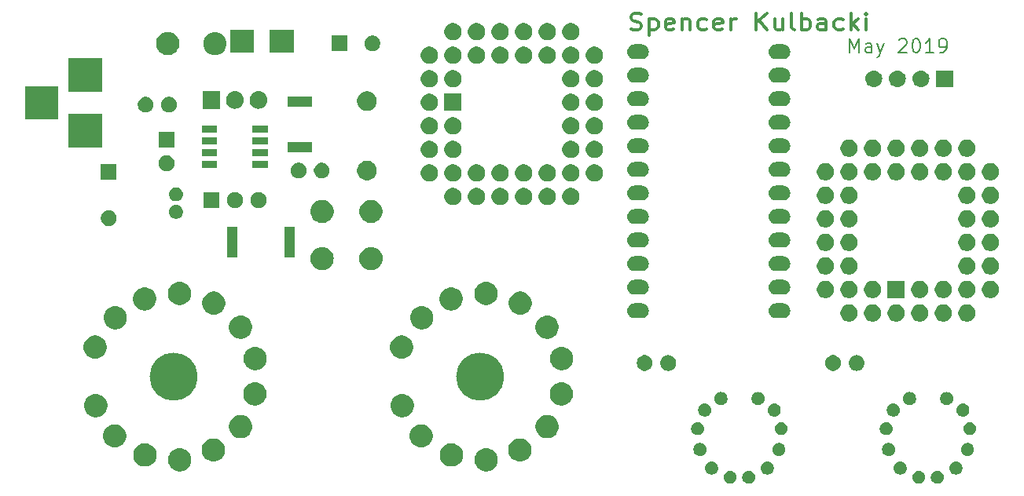
<source format=gts>
G04 #@! TF.GenerationSoftware,KiCad,Pcbnew,(5.1.0)-1*
G04 #@! TF.CreationDate,2019-05-08T22:47:31-04:00*
G04 #@! TF.ProjectId,NixieClock,4e697869-6543-46c6-9f63-6b2e6b696361,rev?*
G04 #@! TF.SameCoordinates,Original*
G04 #@! TF.FileFunction,Soldermask,Top*
G04 #@! TF.FilePolarity,Negative*
%FSLAX46Y46*%
G04 Gerber Fmt 4.6, Leading zero omitted, Abs format (unit mm)*
G04 Created by KiCad (PCBNEW (5.1.0)-1) date 2019-05-08 22:47:31*
%MOMM*%
%LPD*%
G04 APERTURE LIST*
%ADD10C,0.350000*%
%ADD11C,0.200000*%
%ADD12C,0.025400*%
%ADD13C,2.540000*%
%ADD14C,0.100000*%
G04 APERTURE END LIST*
D10*
X134351714Y-51401571D02*
X134637428Y-51487285D01*
X135113619Y-51487285D01*
X135304095Y-51401571D01*
X135399333Y-51315857D01*
X135494571Y-51144428D01*
X135494571Y-50973000D01*
X135399333Y-50801571D01*
X135304095Y-50715857D01*
X135113619Y-50630142D01*
X134732666Y-50544428D01*
X134542190Y-50458714D01*
X134446952Y-50373000D01*
X134351714Y-50201571D01*
X134351714Y-50030142D01*
X134446952Y-49858714D01*
X134542190Y-49773000D01*
X134732666Y-49687285D01*
X135208857Y-49687285D01*
X135494571Y-49773000D01*
X136351714Y-50287285D02*
X136351714Y-52087285D01*
X136351714Y-50373000D02*
X136542190Y-50287285D01*
X136923142Y-50287285D01*
X137113619Y-50373000D01*
X137208857Y-50458714D01*
X137304095Y-50630142D01*
X137304095Y-51144428D01*
X137208857Y-51315857D01*
X137113619Y-51401571D01*
X136923142Y-51487285D01*
X136542190Y-51487285D01*
X136351714Y-51401571D01*
X138923142Y-51401571D02*
X138732666Y-51487285D01*
X138351714Y-51487285D01*
X138161238Y-51401571D01*
X138066000Y-51230142D01*
X138066000Y-50544428D01*
X138161238Y-50373000D01*
X138351714Y-50287285D01*
X138732666Y-50287285D01*
X138923142Y-50373000D01*
X139018380Y-50544428D01*
X139018380Y-50715857D01*
X138066000Y-50887285D01*
X139875523Y-50287285D02*
X139875523Y-51487285D01*
X139875523Y-50458714D02*
X139970761Y-50373000D01*
X140161238Y-50287285D01*
X140446952Y-50287285D01*
X140637428Y-50373000D01*
X140732666Y-50544428D01*
X140732666Y-51487285D01*
X142542190Y-51401571D02*
X142351714Y-51487285D01*
X141970761Y-51487285D01*
X141780285Y-51401571D01*
X141685047Y-51315857D01*
X141589809Y-51144428D01*
X141589809Y-50630142D01*
X141685047Y-50458714D01*
X141780285Y-50373000D01*
X141970761Y-50287285D01*
X142351714Y-50287285D01*
X142542190Y-50373000D01*
X144161238Y-51401571D02*
X143970761Y-51487285D01*
X143589809Y-51487285D01*
X143399333Y-51401571D01*
X143304095Y-51230142D01*
X143304095Y-50544428D01*
X143399333Y-50373000D01*
X143589809Y-50287285D01*
X143970761Y-50287285D01*
X144161238Y-50373000D01*
X144256476Y-50544428D01*
X144256476Y-50715857D01*
X143304095Y-50887285D01*
X145113619Y-51487285D02*
X145113619Y-50287285D01*
X145113619Y-50630142D02*
X145208857Y-50458714D01*
X145304095Y-50373000D01*
X145494571Y-50287285D01*
X145685047Y-50287285D01*
X147875523Y-51487285D02*
X147875523Y-49687285D01*
X149018380Y-51487285D02*
X148161238Y-50458714D01*
X149018380Y-49687285D02*
X147875523Y-50715857D01*
X150732666Y-50287285D02*
X150732666Y-51487285D01*
X149875523Y-50287285D02*
X149875523Y-51230142D01*
X149970761Y-51401571D01*
X150161238Y-51487285D01*
X150446952Y-51487285D01*
X150637428Y-51401571D01*
X150732666Y-51315857D01*
X151970761Y-51487285D02*
X151780285Y-51401571D01*
X151685047Y-51230142D01*
X151685047Y-49687285D01*
X152732666Y-51487285D02*
X152732666Y-49687285D01*
X152732666Y-50373000D02*
X152923142Y-50287285D01*
X153304095Y-50287285D01*
X153494571Y-50373000D01*
X153589809Y-50458714D01*
X153685047Y-50630142D01*
X153685047Y-51144428D01*
X153589809Y-51315857D01*
X153494571Y-51401571D01*
X153304095Y-51487285D01*
X152923142Y-51487285D01*
X152732666Y-51401571D01*
X155399333Y-51487285D02*
X155399333Y-50544428D01*
X155304095Y-50373000D01*
X155113619Y-50287285D01*
X154732666Y-50287285D01*
X154542190Y-50373000D01*
X155399333Y-51401571D02*
X155208857Y-51487285D01*
X154732666Y-51487285D01*
X154542190Y-51401571D01*
X154446952Y-51230142D01*
X154446952Y-51058714D01*
X154542190Y-50887285D01*
X154732666Y-50801571D01*
X155208857Y-50801571D01*
X155399333Y-50715857D01*
X157208857Y-51401571D02*
X157018380Y-51487285D01*
X156637428Y-51487285D01*
X156446952Y-51401571D01*
X156351714Y-51315857D01*
X156256476Y-51144428D01*
X156256476Y-50630142D01*
X156351714Y-50458714D01*
X156446952Y-50373000D01*
X156637428Y-50287285D01*
X157018380Y-50287285D01*
X157208857Y-50373000D01*
X158066000Y-51487285D02*
X158066000Y-49687285D01*
X158256476Y-50801571D02*
X158827904Y-51487285D01*
X158827904Y-50287285D02*
X158066000Y-50973000D01*
X159685047Y-51487285D02*
X159685047Y-50287285D01*
X159685047Y-49687285D02*
X159589809Y-49773000D01*
X159685047Y-49858714D01*
X159780285Y-49773000D01*
X159685047Y-49687285D01*
X159685047Y-49858714D01*
D11*
X157952928Y-53955071D02*
X157952928Y-52455071D01*
X158452928Y-53526500D01*
X158952928Y-52455071D01*
X158952928Y-53955071D01*
X160310071Y-53955071D02*
X160310071Y-53169357D01*
X160238642Y-53026500D01*
X160095785Y-52955071D01*
X159810071Y-52955071D01*
X159667214Y-53026500D01*
X160310071Y-53883642D02*
X160167214Y-53955071D01*
X159810071Y-53955071D01*
X159667214Y-53883642D01*
X159595785Y-53740785D01*
X159595785Y-53597928D01*
X159667214Y-53455071D01*
X159810071Y-53383642D01*
X160167214Y-53383642D01*
X160310071Y-53312214D01*
X160881500Y-52955071D02*
X161238642Y-53955071D01*
X161595785Y-52955071D02*
X161238642Y-53955071D01*
X161095785Y-54312214D01*
X161024357Y-54383642D01*
X160881500Y-54455071D01*
X163238642Y-52597928D02*
X163310071Y-52526500D01*
X163452928Y-52455071D01*
X163810071Y-52455071D01*
X163952928Y-52526500D01*
X164024357Y-52597928D01*
X164095785Y-52740785D01*
X164095785Y-52883642D01*
X164024357Y-53097928D01*
X163167214Y-53955071D01*
X164095785Y-53955071D01*
X165024357Y-52455071D02*
X165167214Y-52455071D01*
X165310071Y-52526500D01*
X165381500Y-52597928D01*
X165452928Y-52740785D01*
X165524357Y-53026500D01*
X165524357Y-53383642D01*
X165452928Y-53669357D01*
X165381500Y-53812214D01*
X165310071Y-53883642D01*
X165167214Y-53955071D01*
X165024357Y-53955071D01*
X164881500Y-53883642D01*
X164810071Y-53812214D01*
X164738642Y-53669357D01*
X164667214Y-53383642D01*
X164667214Y-53026500D01*
X164738642Y-52740785D01*
X164810071Y-52597928D01*
X164881500Y-52526500D01*
X165024357Y-52455071D01*
X166952928Y-53955071D02*
X166095785Y-53955071D01*
X166524357Y-53955071D02*
X166524357Y-52455071D01*
X166381500Y-52669357D01*
X166238642Y-52812214D01*
X166095785Y-52883642D01*
X167667214Y-53955071D02*
X167952928Y-53955071D01*
X168095785Y-53883642D01*
X168167214Y-53812214D01*
X168310071Y-53597928D01*
X168381500Y-53312214D01*
X168381500Y-52740785D01*
X168310071Y-52597928D01*
X168238642Y-52526500D01*
X168095785Y-52455071D01*
X167810071Y-52455071D01*
X167667214Y-52526500D01*
X167595785Y-52597928D01*
X167524357Y-52740785D01*
X167524357Y-53097928D01*
X167595785Y-53240785D01*
X167667214Y-53312214D01*
X167810071Y-53383642D01*
X168095785Y-53383642D01*
X168238642Y-53312214D01*
X168310071Y-53240785D01*
X168381500Y-53097928D01*
D12*
X120650000Y-88900000D02*
G75*
G03X120650000Y-88900000I-2540000J0D01*
G01*
D13*
X119380000Y-88900000D02*
G75*
G03X119380000Y-88900000I-1270000J0D01*
G01*
X86360000Y-88900000D02*
G75*
G03X86360000Y-88900000I-1270000J0D01*
G01*
D12*
X87630000Y-88900000D02*
G75*
G03X87630000Y-88900000I-2540000J0D01*
G01*
D14*
G36*
X145189080Y-99058083D02*
G01*
X145257065Y-99071606D01*
X145321105Y-99098132D01*
X145385146Y-99124659D01*
X145500411Y-99201676D01*
X145598444Y-99299709D01*
X145675461Y-99414974D01*
X145728514Y-99543056D01*
X145755560Y-99679023D01*
X145755560Y-99817657D01*
X145728514Y-99953624D01*
X145675461Y-100081706D01*
X145598444Y-100196971D01*
X145500411Y-100295004D01*
X145385146Y-100372021D01*
X145321105Y-100398548D01*
X145257065Y-100425074D01*
X145189080Y-100438597D01*
X145121097Y-100452120D01*
X144982463Y-100452120D01*
X144846495Y-100425074D01*
X144782455Y-100398547D01*
X144718414Y-100372021D01*
X144603149Y-100295004D01*
X144505116Y-100196971D01*
X144428099Y-100081706D01*
X144375046Y-99953624D01*
X144348000Y-99817657D01*
X144348000Y-99679023D01*
X144375046Y-99543056D01*
X144428099Y-99414974D01*
X144505116Y-99299709D01*
X144603149Y-99201676D01*
X144718414Y-99124659D01*
X144782455Y-99098133D01*
X144846495Y-99071606D01*
X144914480Y-99058083D01*
X144982463Y-99044560D01*
X145121097Y-99044560D01*
X145189080Y-99058083D01*
X145189080Y-99058083D01*
G37*
G36*
X165509080Y-99058083D02*
G01*
X165577065Y-99071606D01*
X165641105Y-99098132D01*
X165705146Y-99124659D01*
X165820411Y-99201676D01*
X165918444Y-99299709D01*
X165995461Y-99414974D01*
X166048514Y-99543056D01*
X166075560Y-99679023D01*
X166075560Y-99817657D01*
X166048514Y-99953624D01*
X165995461Y-100081706D01*
X165918444Y-100196971D01*
X165820411Y-100295004D01*
X165705146Y-100372021D01*
X165641105Y-100398548D01*
X165577065Y-100425074D01*
X165509080Y-100438597D01*
X165441097Y-100452120D01*
X165302463Y-100452120D01*
X165166495Y-100425074D01*
X165102455Y-100398547D01*
X165038414Y-100372021D01*
X164923149Y-100295004D01*
X164825116Y-100196971D01*
X164748099Y-100081706D01*
X164695046Y-99953624D01*
X164668000Y-99817657D01*
X164668000Y-99679023D01*
X164695046Y-99543056D01*
X164748099Y-99414974D01*
X164825116Y-99299709D01*
X164923149Y-99201676D01*
X165038414Y-99124659D01*
X165102455Y-99098133D01*
X165166495Y-99071606D01*
X165234480Y-99058083D01*
X165302463Y-99044560D01*
X165441097Y-99044560D01*
X165509080Y-99058083D01*
X165509080Y-99058083D01*
G37*
G36*
X167505520Y-99058083D02*
G01*
X167573505Y-99071606D01*
X167637545Y-99098132D01*
X167701586Y-99124659D01*
X167816851Y-99201676D01*
X167914884Y-99299709D01*
X167991901Y-99414974D01*
X168044954Y-99543056D01*
X168072000Y-99679023D01*
X168072000Y-99817657D01*
X168044954Y-99953624D01*
X167991901Y-100081706D01*
X167914884Y-100196971D01*
X167816851Y-100295004D01*
X167701586Y-100372021D01*
X167637545Y-100398548D01*
X167573505Y-100425074D01*
X167505520Y-100438597D01*
X167437537Y-100452120D01*
X167298903Y-100452120D01*
X167162935Y-100425074D01*
X167098895Y-100398547D01*
X167034854Y-100372021D01*
X166919589Y-100295004D01*
X166821556Y-100196971D01*
X166744539Y-100081706D01*
X166691486Y-99953624D01*
X166664440Y-99817657D01*
X166664440Y-99679023D01*
X166691486Y-99543056D01*
X166744539Y-99414974D01*
X166821556Y-99299709D01*
X166919589Y-99201676D01*
X167034854Y-99124659D01*
X167098895Y-99098133D01*
X167162935Y-99071606D01*
X167230920Y-99058083D01*
X167298903Y-99044560D01*
X167437537Y-99044560D01*
X167505520Y-99058083D01*
X167505520Y-99058083D01*
G37*
G36*
X147185520Y-99058083D02*
G01*
X147253505Y-99071606D01*
X147317545Y-99098132D01*
X147381586Y-99124659D01*
X147496851Y-99201676D01*
X147594884Y-99299709D01*
X147671901Y-99414974D01*
X147724954Y-99543056D01*
X147752000Y-99679023D01*
X147752000Y-99817657D01*
X147724954Y-99953624D01*
X147671901Y-100081706D01*
X147594884Y-100196971D01*
X147496851Y-100295004D01*
X147381586Y-100372021D01*
X147317545Y-100398548D01*
X147253505Y-100425074D01*
X147185520Y-100438597D01*
X147117537Y-100452120D01*
X146978903Y-100452120D01*
X146842935Y-100425074D01*
X146778895Y-100398547D01*
X146714854Y-100372021D01*
X146599589Y-100295004D01*
X146501556Y-100196971D01*
X146424539Y-100081706D01*
X146371486Y-99953624D01*
X146344440Y-99817657D01*
X146344440Y-99679023D01*
X146371486Y-99543056D01*
X146424539Y-99414974D01*
X146501556Y-99299709D01*
X146599589Y-99201676D01*
X146714854Y-99124659D01*
X146778895Y-99098133D01*
X146842935Y-99071606D01*
X146910920Y-99058083D01*
X146978903Y-99044560D01*
X147117537Y-99044560D01*
X147185520Y-99058083D01*
X147185520Y-99058083D01*
G37*
G36*
X143172665Y-98054360D02*
G01*
X143255545Y-98070846D01*
X143319585Y-98097372D01*
X143383626Y-98123899D01*
X143498891Y-98200916D01*
X143596924Y-98298949D01*
X143673941Y-98414214D01*
X143695333Y-98465860D01*
X143726994Y-98542295D01*
X143754040Y-98678263D01*
X143754040Y-98816897D01*
X143740517Y-98884880D01*
X143726994Y-98952865D01*
X143700468Y-99016905D01*
X143673941Y-99080946D01*
X143596924Y-99196211D01*
X143498891Y-99294244D01*
X143383626Y-99371261D01*
X143319585Y-99397788D01*
X143255545Y-99424314D01*
X143187560Y-99437837D01*
X143119577Y-99451360D01*
X142980943Y-99451360D01*
X142844975Y-99424314D01*
X142780935Y-99397788D01*
X142716894Y-99371261D01*
X142601629Y-99294244D01*
X142503596Y-99196211D01*
X142426579Y-99080946D01*
X142400052Y-99016905D01*
X142373526Y-98952865D01*
X142360003Y-98884880D01*
X142346480Y-98816897D01*
X142346480Y-98678263D01*
X142373526Y-98542295D01*
X142405187Y-98465860D01*
X142426579Y-98414214D01*
X142503596Y-98298949D01*
X142601629Y-98200916D01*
X142716894Y-98123899D01*
X142780935Y-98097372D01*
X142844975Y-98070846D01*
X142927855Y-98054360D01*
X142980943Y-98043800D01*
X143119577Y-98043800D01*
X143172665Y-98054360D01*
X143172665Y-98054360D01*
G37*
G36*
X163492665Y-98054360D02*
G01*
X163575545Y-98070846D01*
X163639585Y-98097372D01*
X163703626Y-98123899D01*
X163818891Y-98200916D01*
X163916924Y-98298949D01*
X163993941Y-98414214D01*
X164015333Y-98465860D01*
X164046994Y-98542295D01*
X164074040Y-98678263D01*
X164074040Y-98816897D01*
X164060517Y-98884880D01*
X164046994Y-98952865D01*
X164020468Y-99016905D01*
X163993941Y-99080946D01*
X163916924Y-99196211D01*
X163818891Y-99294244D01*
X163703626Y-99371261D01*
X163639585Y-99397788D01*
X163575545Y-99424314D01*
X163507560Y-99437837D01*
X163439577Y-99451360D01*
X163300943Y-99451360D01*
X163164975Y-99424314D01*
X163100935Y-99397788D01*
X163036894Y-99371261D01*
X162921629Y-99294244D01*
X162823596Y-99196211D01*
X162746579Y-99080946D01*
X162720052Y-99016905D01*
X162693526Y-98952865D01*
X162680003Y-98884880D01*
X162666480Y-98816897D01*
X162666480Y-98678263D01*
X162693526Y-98542295D01*
X162725187Y-98465860D01*
X162746579Y-98414214D01*
X162823596Y-98298949D01*
X162921629Y-98200916D01*
X163036894Y-98123899D01*
X163100935Y-98097372D01*
X163164975Y-98070846D01*
X163247855Y-98054360D01*
X163300943Y-98043800D01*
X163439577Y-98043800D01*
X163492665Y-98054360D01*
X163492665Y-98054360D01*
G37*
G36*
X149172145Y-98054360D02*
G01*
X149255025Y-98070846D01*
X149319065Y-98097372D01*
X149383106Y-98123899D01*
X149498371Y-98200916D01*
X149596404Y-98298949D01*
X149673421Y-98414214D01*
X149694813Y-98465860D01*
X149726474Y-98542295D01*
X149753520Y-98678263D01*
X149753520Y-98816897D01*
X149739997Y-98884880D01*
X149726474Y-98952865D01*
X149699948Y-99016905D01*
X149673421Y-99080946D01*
X149596404Y-99196211D01*
X149498371Y-99294244D01*
X149383106Y-99371261D01*
X149319065Y-99397788D01*
X149255025Y-99424314D01*
X149187040Y-99437837D01*
X149119057Y-99451360D01*
X148980423Y-99451360D01*
X148844455Y-99424314D01*
X148780415Y-99397788D01*
X148716374Y-99371261D01*
X148601109Y-99294244D01*
X148503076Y-99196211D01*
X148426059Y-99080946D01*
X148399532Y-99016905D01*
X148373006Y-98952865D01*
X148359483Y-98884880D01*
X148345960Y-98816897D01*
X148345960Y-98678263D01*
X148373006Y-98542295D01*
X148404667Y-98465860D01*
X148426059Y-98414214D01*
X148503076Y-98298949D01*
X148601109Y-98200916D01*
X148716374Y-98123899D01*
X148780415Y-98097372D01*
X148844455Y-98070846D01*
X148927335Y-98054360D01*
X148980423Y-98043800D01*
X149119057Y-98043800D01*
X149172145Y-98054360D01*
X149172145Y-98054360D01*
G37*
G36*
X169492145Y-98054360D02*
G01*
X169575025Y-98070846D01*
X169639065Y-98097372D01*
X169703106Y-98123899D01*
X169818371Y-98200916D01*
X169916404Y-98298949D01*
X169993421Y-98414214D01*
X170014813Y-98465860D01*
X170046474Y-98542295D01*
X170073520Y-98678263D01*
X170073520Y-98816897D01*
X170059997Y-98884880D01*
X170046474Y-98952865D01*
X170019948Y-99016905D01*
X169993421Y-99080946D01*
X169916404Y-99196211D01*
X169818371Y-99294244D01*
X169703106Y-99371261D01*
X169639065Y-99397788D01*
X169575025Y-99424314D01*
X169507040Y-99437837D01*
X169439057Y-99451360D01*
X169300423Y-99451360D01*
X169164455Y-99424314D01*
X169100415Y-99397788D01*
X169036374Y-99371261D01*
X168921109Y-99294244D01*
X168823076Y-99196211D01*
X168746059Y-99080946D01*
X168719532Y-99016905D01*
X168693006Y-98952865D01*
X168679483Y-98884880D01*
X168665960Y-98816897D01*
X168665960Y-98678263D01*
X168693006Y-98542295D01*
X168724667Y-98465860D01*
X168746059Y-98414214D01*
X168823076Y-98298949D01*
X168921109Y-98200916D01*
X169036374Y-98123899D01*
X169100415Y-98097372D01*
X169164455Y-98070846D01*
X169247335Y-98054360D01*
X169300423Y-98043800D01*
X169439057Y-98043800D01*
X169492145Y-98054360D01*
X169492145Y-98054360D01*
G37*
G36*
X85991700Y-96647956D02*
G01*
X86112437Y-96671972D01*
X86339900Y-96766190D01*
X86544612Y-96902975D01*
X86718705Y-97077068D01*
X86855490Y-97281780D01*
X86949708Y-97509243D01*
X86949708Y-97509245D01*
X86997740Y-97750716D01*
X86997740Y-97996924D01*
X86986315Y-98054360D01*
X86949708Y-98238397D01*
X86855490Y-98465860D01*
X86718705Y-98670572D01*
X86544612Y-98844665D01*
X86339900Y-98981450D01*
X86112437Y-99075668D01*
X85991699Y-99099684D01*
X85870964Y-99123700D01*
X85624756Y-99123700D01*
X85504020Y-99099684D01*
X85383283Y-99075668D01*
X85155820Y-98981450D01*
X84951108Y-98844665D01*
X84777015Y-98670572D01*
X84640230Y-98465860D01*
X84546012Y-98238397D01*
X84509405Y-98054360D01*
X84497980Y-97996924D01*
X84497980Y-97750716D01*
X84546012Y-97509245D01*
X84546012Y-97509243D01*
X84640230Y-97281780D01*
X84777015Y-97077068D01*
X84951108Y-96902975D01*
X85155820Y-96766190D01*
X85383283Y-96671972D01*
X85504021Y-96647956D01*
X85624756Y-96623940D01*
X85870964Y-96623940D01*
X85991700Y-96647956D01*
X85991700Y-96647956D01*
G37*
G36*
X119011700Y-96647956D02*
G01*
X119132437Y-96671972D01*
X119359900Y-96766190D01*
X119564612Y-96902975D01*
X119738705Y-97077068D01*
X119875490Y-97281780D01*
X119969708Y-97509243D01*
X119969708Y-97509245D01*
X120017740Y-97750716D01*
X120017740Y-97996924D01*
X120006315Y-98054360D01*
X119969708Y-98238397D01*
X119875490Y-98465860D01*
X119738705Y-98670572D01*
X119564612Y-98844665D01*
X119359900Y-98981450D01*
X119132437Y-99075668D01*
X119011699Y-99099684D01*
X118890964Y-99123700D01*
X118644756Y-99123700D01*
X118524020Y-99099684D01*
X118403283Y-99075668D01*
X118175820Y-98981450D01*
X117971108Y-98844665D01*
X117797015Y-98670572D01*
X117660230Y-98465860D01*
X117566012Y-98238397D01*
X117529405Y-98054360D01*
X117517980Y-97996924D01*
X117517980Y-97750716D01*
X117566012Y-97509245D01*
X117566012Y-97509243D01*
X117660230Y-97281780D01*
X117797015Y-97077068D01*
X117971108Y-96902975D01*
X118175820Y-96766190D01*
X118403283Y-96671972D01*
X118524021Y-96647956D01*
X118644756Y-96623940D01*
X118890964Y-96623940D01*
X119011700Y-96647956D01*
X119011700Y-96647956D01*
G37*
G36*
X82245200Y-96122176D02*
G01*
X82365937Y-96146192D01*
X82593400Y-96240410D01*
X82798112Y-96377195D01*
X82972205Y-96551288D01*
X83108990Y-96756000D01*
X83203208Y-96983463D01*
X83203208Y-96983465D01*
X83251240Y-97224936D01*
X83251240Y-97471144D01*
X83243661Y-97509245D01*
X83203208Y-97712617D01*
X83108990Y-97940080D01*
X82972205Y-98144792D01*
X82798112Y-98318885D01*
X82593400Y-98455670D01*
X82365937Y-98549888D01*
X82245199Y-98573904D01*
X82124464Y-98597920D01*
X81878256Y-98597920D01*
X81757520Y-98573904D01*
X81636783Y-98549888D01*
X81409320Y-98455670D01*
X81204608Y-98318885D01*
X81030515Y-98144792D01*
X80893730Y-97940080D01*
X80799512Y-97712617D01*
X80759059Y-97509245D01*
X80751480Y-97471144D01*
X80751480Y-97224936D01*
X80799512Y-96983465D01*
X80799512Y-96983463D01*
X80893730Y-96756000D01*
X81030515Y-96551288D01*
X81204608Y-96377195D01*
X81409320Y-96240410D01*
X81636783Y-96146192D01*
X81757521Y-96122176D01*
X81878256Y-96098160D01*
X82124464Y-96098160D01*
X82245200Y-96122176D01*
X82245200Y-96122176D01*
G37*
G36*
X115265200Y-96122176D02*
G01*
X115385937Y-96146192D01*
X115613400Y-96240410D01*
X115818112Y-96377195D01*
X115992205Y-96551288D01*
X116128990Y-96756000D01*
X116223208Y-96983463D01*
X116223208Y-96983465D01*
X116271240Y-97224936D01*
X116271240Y-97471144D01*
X116263661Y-97509245D01*
X116223208Y-97712617D01*
X116128990Y-97940080D01*
X115992205Y-98144792D01*
X115818112Y-98318885D01*
X115613400Y-98455670D01*
X115385937Y-98549888D01*
X115265199Y-98573904D01*
X115144464Y-98597920D01*
X114898256Y-98597920D01*
X114777520Y-98573904D01*
X114656783Y-98549888D01*
X114429320Y-98455670D01*
X114224608Y-98318885D01*
X114050515Y-98144792D01*
X113913730Y-97940080D01*
X113819512Y-97712617D01*
X113779059Y-97509245D01*
X113771480Y-97471144D01*
X113771480Y-97224936D01*
X113819512Y-96983465D01*
X113819512Y-96983463D01*
X113913730Y-96756000D01*
X114050515Y-96551288D01*
X114224608Y-96377195D01*
X114429320Y-96240410D01*
X114656783Y-96146192D01*
X114777521Y-96122176D01*
X114898256Y-96098160D01*
X115144464Y-96098160D01*
X115265200Y-96122176D01*
X115265200Y-96122176D01*
G37*
G36*
X122643899Y-95578616D02*
G01*
X122764637Y-95602632D01*
X122992100Y-95696850D01*
X123196812Y-95833635D01*
X123370905Y-96007728D01*
X123507690Y-96212440D01*
X123601908Y-96439903D01*
X123601908Y-96439905D01*
X123649940Y-96681376D01*
X123649940Y-96927584D01*
X123644708Y-96953885D01*
X123601908Y-97169057D01*
X123507690Y-97396520D01*
X123370905Y-97601232D01*
X123196812Y-97775325D01*
X122992100Y-97912110D01*
X122764637Y-98006328D01*
X122643900Y-98030344D01*
X122523164Y-98054360D01*
X122276956Y-98054360D01*
X122156220Y-98030344D01*
X122035483Y-98006328D01*
X121808020Y-97912110D01*
X121603308Y-97775325D01*
X121429215Y-97601232D01*
X121292430Y-97396520D01*
X121198212Y-97169057D01*
X121155412Y-96953885D01*
X121150180Y-96927584D01*
X121150180Y-96681376D01*
X121198212Y-96439905D01*
X121198212Y-96439903D01*
X121292430Y-96212440D01*
X121429215Y-96007728D01*
X121603308Y-95833635D01*
X121808020Y-95696850D01*
X122035483Y-95602632D01*
X122156220Y-95578616D01*
X122276956Y-95554600D01*
X122523164Y-95554600D01*
X122643899Y-95578616D01*
X122643899Y-95578616D01*
G37*
G36*
X89623899Y-95578616D02*
G01*
X89744637Y-95602632D01*
X89972100Y-95696850D01*
X90176812Y-95833635D01*
X90350905Y-96007728D01*
X90487690Y-96212440D01*
X90581908Y-96439903D01*
X90581908Y-96439905D01*
X90629940Y-96681376D01*
X90629940Y-96927584D01*
X90624708Y-96953885D01*
X90581908Y-97169057D01*
X90487690Y-97396520D01*
X90350905Y-97601232D01*
X90176812Y-97775325D01*
X89972100Y-97912110D01*
X89744637Y-98006328D01*
X89623900Y-98030344D01*
X89503164Y-98054360D01*
X89256956Y-98054360D01*
X89136220Y-98030344D01*
X89015483Y-98006328D01*
X88788020Y-97912110D01*
X88583308Y-97775325D01*
X88409215Y-97601232D01*
X88272430Y-97396520D01*
X88178212Y-97169057D01*
X88135412Y-96953885D01*
X88130180Y-96927584D01*
X88130180Y-96681376D01*
X88178212Y-96439905D01*
X88178212Y-96439903D01*
X88272430Y-96212440D01*
X88409215Y-96007728D01*
X88583308Y-95833635D01*
X88788020Y-95696850D01*
X89015483Y-95602632D01*
X89136220Y-95578616D01*
X89256956Y-95554600D01*
X89503164Y-95554600D01*
X89623899Y-95578616D01*
X89623899Y-95578616D01*
G37*
G36*
X150436720Y-96058343D02*
G01*
X150504705Y-96071866D01*
X150568184Y-96098160D01*
X150632786Y-96124919D01*
X150748051Y-96201936D01*
X150846084Y-96299969D01*
X150923101Y-96415234D01*
X150923101Y-96415235D01*
X150976154Y-96543315D01*
X151003200Y-96679284D01*
X151003200Y-96817916D01*
X150981386Y-96927584D01*
X150976154Y-96953884D01*
X150923101Y-97081966D01*
X150846084Y-97197231D01*
X150748051Y-97295264D01*
X150632786Y-97372281D01*
X150568745Y-97398807D01*
X150504705Y-97425334D01*
X150368737Y-97452380D01*
X150230103Y-97452380D01*
X150094135Y-97425334D01*
X150030095Y-97398807D01*
X149966054Y-97372281D01*
X149850789Y-97295264D01*
X149752756Y-97197231D01*
X149675739Y-97081966D01*
X149622686Y-96953884D01*
X149617455Y-96927584D01*
X149595640Y-96817916D01*
X149595640Y-96679284D01*
X149622686Y-96543315D01*
X149675739Y-96415235D01*
X149675739Y-96415234D01*
X149752756Y-96299969D01*
X149850789Y-96201936D01*
X149966054Y-96124919D01*
X150030656Y-96098160D01*
X150094135Y-96071866D01*
X150230103Y-96044820D01*
X150368737Y-96044820D01*
X150436720Y-96058343D01*
X150436720Y-96058343D01*
G37*
G36*
X162257880Y-96058343D02*
G01*
X162325865Y-96071866D01*
X162389344Y-96098160D01*
X162453946Y-96124919D01*
X162569211Y-96201936D01*
X162667244Y-96299969D01*
X162744261Y-96415234D01*
X162744261Y-96415235D01*
X162797314Y-96543315D01*
X162824360Y-96679284D01*
X162824360Y-96817916D01*
X162802546Y-96927584D01*
X162797314Y-96953884D01*
X162744261Y-97081966D01*
X162667244Y-97197231D01*
X162569211Y-97295264D01*
X162453946Y-97372281D01*
X162389905Y-97398807D01*
X162325865Y-97425334D01*
X162189897Y-97452380D01*
X162051263Y-97452380D01*
X161915295Y-97425334D01*
X161851255Y-97398807D01*
X161787214Y-97372281D01*
X161671949Y-97295264D01*
X161573916Y-97197231D01*
X161496899Y-97081966D01*
X161443846Y-96953884D01*
X161438615Y-96927584D01*
X161416800Y-96817916D01*
X161416800Y-96679284D01*
X161443846Y-96543315D01*
X161496899Y-96415235D01*
X161496899Y-96415234D01*
X161573916Y-96299969D01*
X161671949Y-96201936D01*
X161787214Y-96124919D01*
X161851816Y-96098160D01*
X161915295Y-96071866D01*
X162051263Y-96044820D01*
X162189897Y-96044820D01*
X162257880Y-96058343D01*
X162257880Y-96058343D01*
G37*
G36*
X141937880Y-96058343D02*
G01*
X142005865Y-96071866D01*
X142069344Y-96098160D01*
X142133946Y-96124919D01*
X142249211Y-96201936D01*
X142347244Y-96299969D01*
X142424261Y-96415234D01*
X142424261Y-96415235D01*
X142477314Y-96543315D01*
X142504360Y-96679284D01*
X142504360Y-96817916D01*
X142482546Y-96927584D01*
X142477314Y-96953884D01*
X142424261Y-97081966D01*
X142347244Y-97197231D01*
X142249211Y-97295264D01*
X142133946Y-97372281D01*
X142069905Y-97398807D01*
X142005865Y-97425334D01*
X141869897Y-97452380D01*
X141731263Y-97452380D01*
X141595295Y-97425334D01*
X141531255Y-97398807D01*
X141467214Y-97372281D01*
X141351949Y-97295264D01*
X141253916Y-97197231D01*
X141176899Y-97081966D01*
X141123846Y-96953884D01*
X141118615Y-96927584D01*
X141096800Y-96817916D01*
X141096800Y-96679284D01*
X141123846Y-96543315D01*
X141176899Y-96415235D01*
X141176899Y-96415234D01*
X141253916Y-96299969D01*
X141351949Y-96201936D01*
X141467214Y-96124919D01*
X141531816Y-96098160D01*
X141595295Y-96071866D01*
X141731263Y-96044820D01*
X141869897Y-96044820D01*
X141937880Y-96058343D01*
X141937880Y-96058343D01*
G37*
G36*
X170756720Y-96058343D02*
G01*
X170824705Y-96071866D01*
X170888184Y-96098160D01*
X170952786Y-96124919D01*
X171068051Y-96201936D01*
X171166084Y-96299969D01*
X171243101Y-96415234D01*
X171243101Y-96415235D01*
X171296154Y-96543315D01*
X171323200Y-96679284D01*
X171323200Y-96817916D01*
X171301386Y-96927584D01*
X171296154Y-96953884D01*
X171243101Y-97081966D01*
X171166084Y-97197231D01*
X171068051Y-97295264D01*
X170952786Y-97372281D01*
X170888745Y-97398807D01*
X170824705Y-97425334D01*
X170688737Y-97452380D01*
X170550103Y-97452380D01*
X170414135Y-97425334D01*
X170350095Y-97398807D01*
X170286054Y-97372281D01*
X170170789Y-97295264D01*
X170072756Y-97197231D01*
X169995739Y-97081966D01*
X169942686Y-96953884D01*
X169937455Y-96927584D01*
X169915640Y-96817916D01*
X169915640Y-96679284D01*
X169942686Y-96543315D01*
X169995739Y-96415235D01*
X169995739Y-96415234D01*
X170072756Y-96299969D01*
X170170789Y-96201936D01*
X170286054Y-96124919D01*
X170350656Y-96098160D01*
X170414135Y-96071866D01*
X170550103Y-96044820D01*
X170688737Y-96044820D01*
X170756720Y-96058343D01*
X170756720Y-96058343D01*
G37*
G36*
X111993565Y-94052067D02*
G01*
X112127117Y-94078632D01*
X112354580Y-94172850D01*
X112559292Y-94309635D01*
X112733385Y-94483728D01*
X112870170Y-94688440D01*
X112964388Y-94915903D01*
X112988404Y-95036640D01*
X112997338Y-95081552D01*
X113012420Y-95157378D01*
X113012420Y-95403582D01*
X112964388Y-95645057D01*
X112870170Y-95872520D01*
X112733385Y-96077232D01*
X112559292Y-96251325D01*
X112354580Y-96388110D01*
X112127117Y-96482328D01*
X112006379Y-96506344D01*
X111885644Y-96530360D01*
X111639436Y-96530360D01*
X111518701Y-96506344D01*
X111397963Y-96482328D01*
X111170500Y-96388110D01*
X110965788Y-96251325D01*
X110791695Y-96077232D01*
X110654910Y-95872520D01*
X110560692Y-95645057D01*
X110512660Y-95403582D01*
X110512660Y-95157378D01*
X110527743Y-95081552D01*
X110536676Y-95036640D01*
X110560692Y-94915903D01*
X110654910Y-94688440D01*
X110791695Y-94483728D01*
X110965788Y-94309635D01*
X111170500Y-94172850D01*
X111397963Y-94078632D01*
X111531515Y-94052067D01*
X111639436Y-94030600D01*
X111885644Y-94030600D01*
X111993565Y-94052067D01*
X111993565Y-94052067D01*
G37*
G36*
X78973565Y-94052067D02*
G01*
X79107117Y-94078632D01*
X79334580Y-94172850D01*
X79539292Y-94309635D01*
X79713385Y-94483728D01*
X79850170Y-94688440D01*
X79944388Y-94915903D01*
X79968404Y-95036640D01*
X79977338Y-95081552D01*
X79992420Y-95157378D01*
X79992420Y-95403582D01*
X79944388Y-95645057D01*
X79850170Y-95872520D01*
X79713385Y-96077232D01*
X79539292Y-96251325D01*
X79334580Y-96388110D01*
X79107117Y-96482328D01*
X78986379Y-96506344D01*
X78865644Y-96530360D01*
X78619436Y-96530360D01*
X78498701Y-96506344D01*
X78377963Y-96482328D01*
X78150500Y-96388110D01*
X77945788Y-96251325D01*
X77771695Y-96077232D01*
X77634910Y-95872520D01*
X77540692Y-95645057D01*
X77492660Y-95403582D01*
X77492660Y-95157378D01*
X77507743Y-95081552D01*
X77516676Y-95036640D01*
X77540692Y-94915903D01*
X77634910Y-94688440D01*
X77771695Y-94483728D01*
X77945788Y-94309635D01*
X78150500Y-94172850D01*
X78377963Y-94078632D01*
X78511515Y-94052067D01*
X78619436Y-94030600D01*
X78865644Y-94030600D01*
X78973565Y-94052067D01*
X78973565Y-94052067D01*
G37*
G36*
X125514376Y-93048381D02*
G01*
X125688177Y-93082952D01*
X125915640Y-93177170D01*
X126120352Y-93313955D01*
X126294445Y-93488048D01*
X126431230Y-93692760D01*
X126525448Y-93920223D01*
X126532174Y-93954039D01*
X126573480Y-94161696D01*
X126573480Y-94407904D01*
X126558397Y-94483729D01*
X126525448Y-94649377D01*
X126431230Y-94876840D01*
X126294445Y-95081552D01*
X126120352Y-95255645D01*
X125915640Y-95392430D01*
X125688177Y-95486648D01*
X125567439Y-95510664D01*
X125446704Y-95534680D01*
X125200496Y-95534680D01*
X125079760Y-95510664D01*
X124959023Y-95486648D01*
X124731560Y-95392430D01*
X124526848Y-95255645D01*
X124352755Y-95081552D01*
X124215970Y-94876840D01*
X124121752Y-94649377D01*
X124088803Y-94483729D01*
X124073720Y-94407904D01*
X124073720Y-94161696D01*
X124115026Y-93954039D01*
X124121752Y-93920223D01*
X124215970Y-93692760D01*
X124352755Y-93488048D01*
X124526848Y-93313955D01*
X124731560Y-93177170D01*
X124959023Y-93082952D01*
X125132824Y-93048381D01*
X125200496Y-93034920D01*
X125446704Y-93034920D01*
X125514376Y-93048381D01*
X125514376Y-93048381D01*
G37*
G36*
X92494376Y-93048381D02*
G01*
X92668177Y-93082952D01*
X92895640Y-93177170D01*
X93100352Y-93313955D01*
X93274445Y-93488048D01*
X93411230Y-93692760D01*
X93505448Y-93920223D01*
X93512174Y-93954039D01*
X93553480Y-94161696D01*
X93553480Y-94407904D01*
X93538397Y-94483729D01*
X93505448Y-94649377D01*
X93411230Y-94876840D01*
X93274445Y-95081552D01*
X93100352Y-95255645D01*
X92895640Y-95392430D01*
X92668177Y-95486648D01*
X92547439Y-95510664D01*
X92426704Y-95534680D01*
X92180496Y-95534680D01*
X92059760Y-95510664D01*
X91939023Y-95486648D01*
X91711560Y-95392430D01*
X91506848Y-95255645D01*
X91332755Y-95081552D01*
X91195970Y-94876840D01*
X91101752Y-94649377D01*
X91068803Y-94483729D01*
X91053720Y-94407904D01*
X91053720Y-94161696D01*
X91095026Y-93954039D01*
X91101752Y-93920223D01*
X91195970Y-93692760D01*
X91332755Y-93488048D01*
X91506848Y-93313955D01*
X91711560Y-93177170D01*
X91939023Y-93082952D01*
X92112824Y-93048381D01*
X92180496Y-93034920D01*
X92426704Y-93034920D01*
X92494376Y-93048381D01*
X92494376Y-93048381D01*
G37*
G36*
X171005640Y-93810443D02*
G01*
X171073625Y-93823966D01*
X171137665Y-93850493D01*
X171201706Y-93877019D01*
X171316971Y-93954036D01*
X171415004Y-94052069D01*
X171492021Y-94167334D01*
X171518548Y-94231375D01*
X171545074Y-94295415D01*
X171572120Y-94431384D01*
X171572120Y-94570016D01*
X171548564Y-94688442D01*
X171545074Y-94705984D01*
X171492021Y-94834066D01*
X171415004Y-94949331D01*
X171316971Y-95047364D01*
X171201706Y-95124381D01*
X171137665Y-95150908D01*
X171073625Y-95177434D01*
X170937657Y-95204480D01*
X170799023Y-95204480D01*
X170663055Y-95177434D01*
X170599015Y-95150908D01*
X170534974Y-95124381D01*
X170419709Y-95047364D01*
X170321676Y-94949331D01*
X170244659Y-94834066D01*
X170191606Y-94705984D01*
X170188117Y-94688442D01*
X170164560Y-94570016D01*
X170164560Y-94431384D01*
X170191606Y-94295415D01*
X170218132Y-94231375D01*
X170244659Y-94167334D01*
X170321676Y-94052069D01*
X170419709Y-93954036D01*
X170534974Y-93877019D01*
X170599015Y-93850492D01*
X170663055Y-93823966D01*
X170731040Y-93810443D01*
X170799023Y-93796920D01*
X170937657Y-93796920D01*
X171005640Y-93810443D01*
X171005640Y-93810443D01*
G37*
G36*
X162008960Y-93810443D02*
G01*
X162076945Y-93823966D01*
X162140985Y-93850493D01*
X162205026Y-93877019D01*
X162320291Y-93954036D01*
X162418324Y-94052069D01*
X162495341Y-94167334D01*
X162521868Y-94231375D01*
X162548394Y-94295415D01*
X162575440Y-94431384D01*
X162575440Y-94570016D01*
X162551884Y-94688442D01*
X162548394Y-94705984D01*
X162495341Y-94834066D01*
X162418324Y-94949331D01*
X162320291Y-95047364D01*
X162205026Y-95124381D01*
X162140985Y-95150908D01*
X162076945Y-95177434D01*
X161940977Y-95204480D01*
X161802343Y-95204480D01*
X161666375Y-95177434D01*
X161602335Y-95150908D01*
X161538294Y-95124381D01*
X161423029Y-95047364D01*
X161324996Y-94949331D01*
X161247979Y-94834066D01*
X161194926Y-94705984D01*
X161191437Y-94688442D01*
X161167880Y-94570016D01*
X161167880Y-94431384D01*
X161194926Y-94295415D01*
X161221452Y-94231375D01*
X161247979Y-94167334D01*
X161324996Y-94052069D01*
X161423029Y-93954036D01*
X161538294Y-93877019D01*
X161602335Y-93850492D01*
X161666375Y-93823966D01*
X161734360Y-93810443D01*
X161802343Y-93796920D01*
X161940977Y-93796920D01*
X162008960Y-93810443D01*
X162008960Y-93810443D01*
G37*
G36*
X150685640Y-93810443D02*
G01*
X150753625Y-93823966D01*
X150817665Y-93850493D01*
X150881706Y-93877019D01*
X150996971Y-93954036D01*
X151095004Y-94052069D01*
X151172021Y-94167334D01*
X151198548Y-94231375D01*
X151225074Y-94295415D01*
X151252120Y-94431384D01*
X151252120Y-94570016D01*
X151228564Y-94688442D01*
X151225074Y-94705984D01*
X151172021Y-94834066D01*
X151095004Y-94949331D01*
X150996971Y-95047364D01*
X150881706Y-95124381D01*
X150817665Y-95150908D01*
X150753625Y-95177434D01*
X150617657Y-95204480D01*
X150479023Y-95204480D01*
X150343055Y-95177434D01*
X150279015Y-95150908D01*
X150214974Y-95124381D01*
X150099709Y-95047364D01*
X150001676Y-94949331D01*
X149924659Y-94834066D01*
X149871606Y-94705984D01*
X149868117Y-94688442D01*
X149844560Y-94570016D01*
X149844560Y-94431384D01*
X149871606Y-94295415D01*
X149898132Y-94231375D01*
X149924659Y-94167334D01*
X150001676Y-94052069D01*
X150099709Y-93954036D01*
X150214974Y-93877019D01*
X150279015Y-93850492D01*
X150343055Y-93823966D01*
X150411040Y-93810443D01*
X150479023Y-93796920D01*
X150617657Y-93796920D01*
X150685640Y-93810443D01*
X150685640Y-93810443D01*
G37*
G36*
X141688960Y-93810443D02*
G01*
X141756945Y-93823966D01*
X141820985Y-93850493D01*
X141885026Y-93877019D01*
X142000291Y-93954036D01*
X142098324Y-94052069D01*
X142175341Y-94167334D01*
X142201868Y-94231375D01*
X142228394Y-94295415D01*
X142255440Y-94431384D01*
X142255440Y-94570016D01*
X142231884Y-94688442D01*
X142228394Y-94705984D01*
X142175341Y-94834066D01*
X142098324Y-94949331D01*
X142000291Y-95047364D01*
X141885026Y-95124381D01*
X141820985Y-95150908D01*
X141756945Y-95177434D01*
X141620977Y-95204480D01*
X141482343Y-95204480D01*
X141346375Y-95177434D01*
X141282335Y-95150908D01*
X141218294Y-95124381D01*
X141103029Y-95047364D01*
X141004996Y-94949331D01*
X140927979Y-94834066D01*
X140874926Y-94705984D01*
X140871437Y-94688442D01*
X140847880Y-94570016D01*
X140847880Y-94431384D01*
X140874926Y-94295415D01*
X140901452Y-94231375D01*
X140927979Y-94167334D01*
X141004996Y-94052069D01*
X141103029Y-93954036D01*
X141218294Y-93877019D01*
X141282335Y-93850492D01*
X141346375Y-93823966D01*
X141414360Y-93810443D01*
X141482343Y-93796920D01*
X141620977Y-93796920D01*
X141688960Y-93810443D01*
X141688960Y-93810443D01*
G37*
G36*
X76941679Y-90795796D02*
G01*
X77062417Y-90819812D01*
X77289880Y-90914030D01*
X77494592Y-91050815D01*
X77668685Y-91224908D01*
X77805470Y-91429620D01*
X77899688Y-91657083D01*
X77914722Y-91732665D01*
X77947720Y-91898556D01*
X77947720Y-92144764D01*
X77943027Y-92168355D01*
X77899688Y-92386237D01*
X77805470Y-92613700D01*
X77668685Y-92818412D01*
X77494592Y-92992505D01*
X77289880Y-93129290D01*
X77062417Y-93223508D01*
X76941679Y-93247524D01*
X76820944Y-93271540D01*
X76574736Y-93271540D01*
X76454001Y-93247524D01*
X76333263Y-93223508D01*
X76105800Y-93129290D01*
X75901088Y-92992505D01*
X75726995Y-92818412D01*
X75590210Y-92613700D01*
X75495992Y-92386237D01*
X75452653Y-92168355D01*
X75447960Y-92144764D01*
X75447960Y-91898556D01*
X75480958Y-91732665D01*
X75495992Y-91657083D01*
X75590210Y-91429620D01*
X75726995Y-91224908D01*
X75901088Y-91050815D01*
X76105800Y-90914030D01*
X76333263Y-90819812D01*
X76454001Y-90795796D01*
X76574736Y-90771780D01*
X76820944Y-90771780D01*
X76941679Y-90795796D01*
X76941679Y-90795796D01*
G37*
G36*
X109961679Y-90795796D02*
G01*
X110082417Y-90819812D01*
X110309880Y-90914030D01*
X110514592Y-91050815D01*
X110688685Y-91224908D01*
X110825470Y-91429620D01*
X110919688Y-91657083D01*
X110934722Y-91732665D01*
X110967720Y-91898556D01*
X110967720Y-92144764D01*
X110963027Y-92168355D01*
X110919688Y-92386237D01*
X110825470Y-92613700D01*
X110688685Y-92818412D01*
X110514592Y-92992505D01*
X110309880Y-93129290D01*
X110082417Y-93223508D01*
X109961679Y-93247524D01*
X109840944Y-93271540D01*
X109594736Y-93271540D01*
X109474001Y-93247524D01*
X109353263Y-93223508D01*
X109125800Y-93129290D01*
X108921088Y-92992505D01*
X108746995Y-92818412D01*
X108610210Y-92613700D01*
X108515992Y-92386237D01*
X108472653Y-92168355D01*
X108467960Y-92144764D01*
X108467960Y-91898556D01*
X108500958Y-91732665D01*
X108515992Y-91657083D01*
X108610210Y-91429620D01*
X108746995Y-91224908D01*
X108921088Y-91050815D01*
X109125800Y-90914030D01*
X109353263Y-90819812D01*
X109474001Y-90795796D01*
X109594736Y-90771780D01*
X109840944Y-90771780D01*
X109961679Y-90795796D01*
X109961679Y-90795796D01*
G37*
G36*
X142506245Y-91824986D02*
G01*
X142570285Y-91851512D01*
X142634326Y-91878039D01*
X142749591Y-91955056D01*
X142847624Y-92053089D01*
X142924641Y-92168354D01*
X142977694Y-92296436D01*
X143004740Y-92432403D01*
X143004740Y-92571037D01*
X142977694Y-92707004D01*
X142924641Y-92835086D01*
X142847624Y-92950351D01*
X142749591Y-93048384D01*
X142634326Y-93125401D01*
X142570285Y-93151928D01*
X142506245Y-93178454D01*
X142438260Y-93191977D01*
X142370277Y-93205500D01*
X142231643Y-93205500D01*
X142095675Y-93178454D01*
X142031635Y-93151927D01*
X141967594Y-93125401D01*
X141852329Y-93048384D01*
X141754296Y-92950351D01*
X141677279Y-92835086D01*
X141624226Y-92707004D01*
X141597180Y-92571037D01*
X141597180Y-92432403D01*
X141624226Y-92296436D01*
X141677279Y-92168354D01*
X141754296Y-92053089D01*
X141852329Y-91955056D01*
X141967594Y-91878039D01*
X142031635Y-91851512D01*
X142095675Y-91824986D01*
X142231643Y-91797940D01*
X142370277Y-91797940D01*
X142506245Y-91824986D01*
X142506245Y-91824986D01*
G37*
G36*
X150004325Y-91824986D02*
G01*
X150068365Y-91851512D01*
X150132406Y-91878039D01*
X150247671Y-91955056D01*
X150345704Y-92053089D01*
X150422721Y-92168354D01*
X150475774Y-92296436D01*
X150502820Y-92432403D01*
X150502820Y-92571037D01*
X150475774Y-92707004D01*
X150422721Y-92835086D01*
X150345704Y-92950351D01*
X150247671Y-93048384D01*
X150132406Y-93125401D01*
X150068365Y-93151928D01*
X150004325Y-93178454D01*
X149936340Y-93191977D01*
X149868357Y-93205500D01*
X149729723Y-93205500D01*
X149593755Y-93178454D01*
X149529715Y-93151927D01*
X149465674Y-93125401D01*
X149350409Y-93048384D01*
X149252376Y-92950351D01*
X149175359Y-92835086D01*
X149122306Y-92707004D01*
X149095260Y-92571037D01*
X149095260Y-92432403D01*
X149122306Y-92296436D01*
X149175359Y-92168354D01*
X149252376Y-92053089D01*
X149350409Y-91955056D01*
X149465674Y-91878039D01*
X149529715Y-91851512D01*
X149593755Y-91824986D01*
X149729723Y-91797940D01*
X149868357Y-91797940D01*
X150004325Y-91824986D01*
X150004325Y-91824986D01*
G37*
G36*
X170324325Y-91824986D02*
G01*
X170388365Y-91851512D01*
X170452406Y-91878039D01*
X170567671Y-91955056D01*
X170665704Y-92053089D01*
X170742721Y-92168354D01*
X170795774Y-92296436D01*
X170822820Y-92432403D01*
X170822820Y-92571037D01*
X170795774Y-92707004D01*
X170742721Y-92835086D01*
X170665704Y-92950351D01*
X170567671Y-93048384D01*
X170452406Y-93125401D01*
X170388365Y-93151928D01*
X170324325Y-93178454D01*
X170256340Y-93191977D01*
X170188357Y-93205500D01*
X170049723Y-93205500D01*
X169913755Y-93178454D01*
X169849715Y-93151927D01*
X169785674Y-93125401D01*
X169670409Y-93048384D01*
X169572376Y-92950351D01*
X169495359Y-92835086D01*
X169442306Y-92707004D01*
X169415260Y-92571037D01*
X169415260Y-92432403D01*
X169442306Y-92296436D01*
X169495359Y-92168354D01*
X169572376Y-92053089D01*
X169670409Y-91955056D01*
X169785674Y-91878039D01*
X169849715Y-91851512D01*
X169913755Y-91824986D01*
X170049723Y-91797940D01*
X170188357Y-91797940D01*
X170324325Y-91824986D01*
X170324325Y-91824986D01*
G37*
G36*
X162826245Y-91824986D02*
G01*
X162890285Y-91851512D01*
X162954326Y-91878039D01*
X163069591Y-91955056D01*
X163167624Y-92053089D01*
X163244641Y-92168354D01*
X163297694Y-92296436D01*
X163324740Y-92432403D01*
X163324740Y-92571037D01*
X163297694Y-92707004D01*
X163244641Y-92835086D01*
X163167624Y-92950351D01*
X163069591Y-93048384D01*
X162954326Y-93125401D01*
X162890285Y-93151928D01*
X162826245Y-93178454D01*
X162758260Y-93191977D01*
X162690277Y-93205500D01*
X162551643Y-93205500D01*
X162415675Y-93178454D01*
X162351635Y-93151927D01*
X162287594Y-93125401D01*
X162172329Y-93048384D01*
X162074296Y-92950351D01*
X161997279Y-92835086D01*
X161944226Y-92707004D01*
X161917180Y-92571037D01*
X161917180Y-92432403D01*
X161944226Y-92296436D01*
X161997279Y-92168354D01*
X162074296Y-92053089D01*
X162172329Y-91955056D01*
X162287594Y-91878039D01*
X162351635Y-91851512D01*
X162415675Y-91824986D01*
X162551643Y-91797940D01*
X162690277Y-91797940D01*
X162826245Y-91824986D01*
X162826245Y-91824986D01*
G37*
G36*
X94091760Y-89535956D02*
G01*
X94212497Y-89559972D01*
X94439960Y-89654190D01*
X94644672Y-89790975D01*
X94818765Y-89965068D01*
X94955550Y-90169780D01*
X95049768Y-90397243D01*
X95049768Y-90397245D01*
X95097800Y-90638716D01*
X95097800Y-90884924D01*
X95091086Y-90918675D01*
X95049768Y-91126397D01*
X94955550Y-91353860D01*
X94818765Y-91558572D01*
X94644672Y-91732665D01*
X94439960Y-91869450D01*
X94212497Y-91963668D01*
X94091759Y-91987684D01*
X93971024Y-92011700D01*
X93724816Y-92011700D01*
X93604081Y-91987684D01*
X93483343Y-91963668D01*
X93255880Y-91869450D01*
X93051168Y-91732665D01*
X92877075Y-91558572D01*
X92740290Y-91353860D01*
X92646072Y-91126397D01*
X92604754Y-90918675D01*
X92598040Y-90884924D01*
X92598040Y-90638716D01*
X92646072Y-90397245D01*
X92646072Y-90397243D01*
X92740290Y-90169780D01*
X92877075Y-89965068D01*
X93051168Y-89790975D01*
X93255880Y-89654190D01*
X93483343Y-89559972D01*
X93604080Y-89535956D01*
X93724816Y-89511940D01*
X93971024Y-89511940D01*
X94091760Y-89535956D01*
X94091760Y-89535956D01*
G37*
G36*
X127111760Y-89535956D02*
G01*
X127232497Y-89559972D01*
X127459960Y-89654190D01*
X127664672Y-89790975D01*
X127838765Y-89965068D01*
X127975550Y-90169780D01*
X128069768Y-90397243D01*
X128069768Y-90397245D01*
X128117800Y-90638716D01*
X128117800Y-90884924D01*
X128111086Y-90918675D01*
X128069768Y-91126397D01*
X127975550Y-91353860D01*
X127838765Y-91558572D01*
X127664672Y-91732665D01*
X127459960Y-91869450D01*
X127232497Y-91963668D01*
X127111759Y-91987684D01*
X126991024Y-92011700D01*
X126744816Y-92011700D01*
X126624081Y-91987684D01*
X126503343Y-91963668D01*
X126275880Y-91869450D01*
X126071168Y-91732665D01*
X125897075Y-91558572D01*
X125760290Y-91353860D01*
X125666072Y-91126397D01*
X125624754Y-90918675D01*
X125618040Y-90884924D01*
X125618040Y-90638716D01*
X125666072Y-90397245D01*
X125666072Y-90397243D01*
X125760290Y-90169780D01*
X125897075Y-89965068D01*
X126071168Y-89790975D01*
X126275880Y-89654190D01*
X126503343Y-89559972D01*
X126624080Y-89535956D01*
X126744816Y-89511940D01*
X126991024Y-89511940D01*
X127111760Y-89535956D01*
X127111760Y-89535956D01*
G37*
G36*
X164508320Y-90561783D02*
G01*
X164576305Y-90575306D01*
X164640345Y-90601832D01*
X164704386Y-90628359D01*
X164819651Y-90705376D01*
X164917684Y-90803409D01*
X164994701Y-90918674D01*
X164994701Y-90918675D01*
X165047754Y-91046755D01*
X165061277Y-91114740D01*
X165074800Y-91182723D01*
X165074800Y-91321357D01*
X165047754Y-91457324D01*
X164994701Y-91585406D01*
X164917684Y-91700671D01*
X164819651Y-91798704D01*
X164704386Y-91875721D01*
X164649257Y-91898556D01*
X164576305Y-91928774D01*
X164508320Y-91942297D01*
X164440337Y-91955820D01*
X164301703Y-91955820D01*
X164165735Y-91928774D01*
X164092783Y-91898556D01*
X164037654Y-91875721D01*
X163922389Y-91798704D01*
X163824356Y-91700671D01*
X163747339Y-91585406D01*
X163694286Y-91457324D01*
X163667240Y-91321357D01*
X163667240Y-91182723D01*
X163680763Y-91114740D01*
X163694286Y-91046755D01*
X163747339Y-90918675D01*
X163747339Y-90918674D01*
X163824356Y-90803409D01*
X163922389Y-90705376D01*
X164037654Y-90628359D01*
X164101695Y-90601832D01*
X164165735Y-90575306D01*
X164233720Y-90561783D01*
X164301703Y-90548260D01*
X164440337Y-90548260D01*
X164508320Y-90561783D01*
X164508320Y-90561783D01*
G37*
G36*
X144188320Y-90561783D02*
G01*
X144256305Y-90575306D01*
X144320345Y-90601832D01*
X144384386Y-90628359D01*
X144499651Y-90705376D01*
X144597684Y-90803409D01*
X144674701Y-90918674D01*
X144674701Y-90918675D01*
X144727754Y-91046755D01*
X144741277Y-91114740D01*
X144754800Y-91182723D01*
X144754800Y-91321357D01*
X144727754Y-91457324D01*
X144674701Y-91585406D01*
X144597684Y-91700671D01*
X144499651Y-91798704D01*
X144384386Y-91875721D01*
X144329257Y-91898556D01*
X144256305Y-91928774D01*
X144188320Y-91942297D01*
X144120337Y-91955820D01*
X143981703Y-91955820D01*
X143845735Y-91928774D01*
X143772783Y-91898556D01*
X143717654Y-91875721D01*
X143602389Y-91798704D01*
X143504356Y-91700671D01*
X143427339Y-91585406D01*
X143374286Y-91457324D01*
X143347240Y-91321357D01*
X143347240Y-91182723D01*
X143360763Y-91114740D01*
X143374286Y-91046755D01*
X143427339Y-90918675D01*
X143427339Y-90918674D01*
X143504356Y-90803409D01*
X143602389Y-90705376D01*
X143717654Y-90628359D01*
X143781695Y-90601832D01*
X143845735Y-90575306D01*
X143913720Y-90561783D01*
X143981703Y-90548260D01*
X144120337Y-90548260D01*
X144188320Y-90561783D01*
X144188320Y-90561783D01*
G37*
G36*
X148186280Y-90561783D02*
G01*
X148254265Y-90575306D01*
X148318305Y-90601832D01*
X148382346Y-90628359D01*
X148497611Y-90705376D01*
X148595644Y-90803409D01*
X148672661Y-90918674D01*
X148672661Y-90918675D01*
X148725714Y-91046755D01*
X148739237Y-91114740D01*
X148752760Y-91182723D01*
X148752760Y-91321357D01*
X148725714Y-91457324D01*
X148672661Y-91585406D01*
X148595644Y-91700671D01*
X148497611Y-91798704D01*
X148382346Y-91875721D01*
X148327217Y-91898556D01*
X148254265Y-91928774D01*
X148186280Y-91942297D01*
X148118297Y-91955820D01*
X147979663Y-91955820D01*
X147843695Y-91928774D01*
X147770743Y-91898556D01*
X147715614Y-91875721D01*
X147600349Y-91798704D01*
X147502316Y-91700671D01*
X147425299Y-91585406D01*
X147372246Y-91457324D01*
X147345200Y-91321357D01*
X147345200Y-91182723D01*
X147358723Y-91114740D01*
X147372246Y-91046755D01*
X147425299Y-90918675D01*
X147425299Y-90918674D01*
X147502316Y-90803409D01*
X147600349Y-90705376D01*
X147715614Y-90628359D01*
X147779655Y-90601832D01*
X147843695Y-90575306D01*
X147911680Y-90561783D01*
X147979663Y-90548260D01*
X148118297Y-90548260D01*
X148186280Y-90561783D01*
X148186280Y-90561783D01*
G37*
G36*
X168506280Y-90561783D02*
G01*
X168574265Y-90575306D01*
X168638305Y-90601832D01*
X168702346Y-90628359D01*
X168817611Y-90705376D01*
X168915644Y-90803409D01*
X168992661Y-90918674D01*
X168992661Y-90918675D01*
X169045714Y-91046755D01*
X169059237Y-91114740D01*
X169072760Y-91182723D01*
X169072760Y-91321357D01*
X169045714Y-91457324D01*
X168992661Y-91585406D01*
X168915644Y-91700671D01*
X168817611Y-91798704D01*
X168702346Y-91875721D01*
X168647217Y-91898556D01*
X168574265Y-91928774D01*
X168506280Y-91942297D01*
X168438297Y-91955820D01*
X168299663Y-91955820D01*
X168163695Y-91928774D01*
X168090743Y-91898556D01*
X168035614Y-91875721D01*
X167920349Y-91798704D01*
X167822316Y-91700671D01*
X167745299Y-91585406D01*
X167692246Y-91457324D01*
X167665200Y-91321357D01*
X167665200Y-91182723D01*
X167678723Y-91114740D01*
X167692246Y-91046755D01*
X167745299Y-90918675D01*
X167745299Y-90918674D01*
X167822316Y-90803409D01*
X167920349Y-90705376D01*
X168035614Y-90628359D01*
X168099655Y-90601832D01*
X168163695Y-90575306D01*
X168231680Y-90561783D01*
X168299663Y-90548260D01*
X168438297Y-90548260D01*
X168506280Y-90561783D01*
X168506280Y-90561783D01*
G37*
G36*
X118853911Y-86447648D02*
G01*
X118853914Y-86447649D01*
X118853913Y-86447649D01*
X119318048Y-86639900D01*
X119735760Y-86919006D01*
X120090994Y-87274240D01*
X120370100Y-87691952D01*
X120427240Y-87829900D01*
X120562352Y-88156089D01*
X120660360Y-88648810D01*
X120660360Y-89151190D01*
X120562352Y-89643911D01*
X120562351Y-89643913D01*
X120370100Y-90108048D01*
X120090994Y-90525760D01*
X119735760Y-90880994D01*
X119318048Y-91160100D01*
X119161585Y-91224909D01*
X118853911Y-91352352D01*
X118361190Y-91450360D01*
X117858810Y-91450360D01*
X117366089Y-91352352D01*
X117058415Y-91224909D01*
X116901952Y-91160100D01*
X116484240Y-90880994D01*
X116129006Y-90525760D01*
X115849900Y-90108048D01*
X115657649Y-89643913D01*
X115657648Y-89643911D01*
X115559640Y-89151190D01*
X115559640Y-88648810D01*
X115657648Y-88156089D01*
X115792760Y-87829900D01*
X115849900Y-87691952D01*
X116129006Y-87274240D01*
X116484240Y-86919006D01*
X116901952Y-86639900D01*
X117366087Y-86447649D01*
X117366086Y-86447649D01*
X117366089Y-86447648D01*
X117858810Y-86349640D01*
X118361190Y-86349640D01*
X118853911Y-86447648D01*
X118853911Y-86447648D01*
G37*
G36*
X85833911Y-86447648D02*
G01*
X85833914Y-86447649D01*
X85833913Y-86447649D01*
X86298048Y-86639900D01*
X86715760Y-86919006D01*
X87070994Y-87274240D01*
X87350100Y-87691952D01*
X87407240Y-87829900D01*
X87542352Y-88156089D01*
X87640360Y-88648810D01*
X87640360Y-89151190D01*
X87542352Y-89643911D01*
X87542351Y-89643913D01*
X87350100Y-90108048D01*
X87070994Y-90525760D01*
X86715760Y-90880994D01*
X86298048Y-91160100D01*
X86141585Y-91224909D01*
X85833911Y-91352352D01*
X85341190Y-91450360D01*
X84838810Y-91450360D01*
X84346089Y-91352352D01*
X84038415Y-91224909D01*
X83881952Y-91160100D01*
X83464240Y-90880994D01*
X83109006Y-90525760D01*
X82829900Y-90108048D01*
X82637649Y-89643913D01*
X82637648Y-89643911D01*
X82539640Y-89151190D01*
X82539640Y-88648810D01*
X82637648Y-88156089D01*
X82772760Y-87829900D01*
X82829900Y-87691952D01*
X83109006Y-87274240D01*
X83464240Y-86919006D01*
X83881952Y-86639900D01*
X84346087Y-86447649D01*
X84346086Y-86447649D01*
X84346089Y-86447648D01*
X84838810Y-86349640D01*
X85341190Y-86349640D01*
X85833911Y-86447648D01*
X85833911Y-86447648D01*
G37*
G36*
X156382028Y-86608503D02*
G01*
X156536900Y-86672653D01*
X156676281Y-86765785D01*
X156794815Y-86884319D01*
X156887947Y-87023700D01*
X156952097Y-87178572D01*
X156984800Y-87342984D01*
X156984800Y-87510616D01*
X156952097Y-87675028D01*
X156887947Y-87829900D01*
X156794815Y-87969281D01*
X156676281Y-88087815D01*
X156536900Y-88180947D01*
X156382028Y-88245097D01*
X156217616Y-88277800D01*
X156049984Y-88277800D01*
X155885572Y-88245097D01*
X155730700Y-88180947D01*
X155591319Y-88087815D01*
X155472785Y-87969281D01*
X155379653Y-87829900D01*
X155315503Y-87675028D01*
X155282800Y-87510616D01*
X155282800Y-87342984D01*
X155315503Y-87178572D01*
X155379653Y-87023700D01*
X155472785Y-86884319D01*
X155591319Y-86765785D01*
X155730700Y-86672653D01*
X155885572Y-86608503D01*
X156049984Y-86575800D01*
X156217616Y-86575800D01*
X156382028Y-86608503D01*
X156382028Y-86608503D01*
G37*
G36*
X138546023Y-86588113D02*
G01*
X138706442Y-86636776D01*
X138773561Y-86672652D01*
X138854278Y-86715796D01*
X138983859Y-86822141D01*
X139090204Y-86951722D01*
X139090205Y-86951724D01*
X139169224Y-87099558D01*
X139217887Y-87259977D01*
X139234317Y-87426800D01*
X139217887Y-87593623D01*
X139169224Y-87754042D01*
X139128677Y-87829900D01*
X139090204Y-87901878D01*
X138983859Y-88031459D01*
X138854278Y-88137804D01*
X138854276Y-88137805D01*
X138706442Y-88216824D01*
X138546023Y-88265487D01*
X138421004Y-88277800D01*
X138337396Y-88277800D01*
X138212377Y-88265487D01*
X138051958Y-88216824D01*
X137904124Y-88137805D01*
X137904122Y-88137804D01*
X137774541Y-88031459D01*
X137668196Y-87901878D01*
X137629723Y-87829900D01*
X137589176Y-87754042D01*
X137540513Y-87593623D01*
X137524083Y-87426800D01*
X137540513Y-87259977D01*
X137589176Y-87099558D01*
X137668195Y-86951724D01*
X137668196Y-86951722D01*
X137774541Y-86822141D01*
X137904122Y-86715796D01*
X137984839Y-86672652D01*
X138051958Y-86636776D01*
X138212377Y-86588113D01*
X138337396Y-86575800D01*
X138421004Y-86575800D01*
X138546023Y-86588113D01*
X138546023Y-86588113D01*
G37*
G36*
X158840623Y-86588113D02*
G01*
X159001042Y-86636776D01*
X159068161Y-86672652D01*
X159148878Y-86715796D01*
X159278459Y-86822141D01*
X159384804Y-86951722D01*
X159384805Y-86951724D01*
X159463824Y-87099558D01*
X159512487Y-87259977D01*
X159528917Y-87426800D01*
X159512487Y-87593623D01*
X159463824Y-87754042D01*
X159423277Y-87829900D01*
X159384804Y-87901878D01*
X159278459Y-88031459D01*
X159148878Y-88137804D01*
X159148876Y-88137805D01*
X159001042Y-88216824D01*
X158840623Y-88265487D01*
X158715604Y-88277800D01*
X158631996Y-88277800D01*
X158506977Y-88265487D01*
X158346558Y-88216824D01*
X158198724Y-88137805D01*
X158198722Y-88137804D01*
X158069141Y-88031459D01*
X157962796Y-87901878D01*
X157924323Y-87829900D01*
X157883776Y-87754042D01*
X157835113Y-87593623D01*
X157818683Y-87426800D01*
X157835113Y-87259977D01*
X157883776Y-87099558D01*
X157962795Y-86951724D01*
X157962796Y-86951722D01*
X158069141Y-86822141D01*
X158198722Y-86715796D01*
X158279439Y-86672652D01*
X158346558Y-86636776D01*
X158506977Y-86588113D01*
X158631996Y-86575800D01*
X158715604Y-86575800D01*
X158840623Y-86588113D01*
X158840623Y-86588113D01*
G37*
G36*
X136087428Y-86608503D02*
G01*
X136242300Y-86672653D01*
X136381681Y-86765785D01*
X136500215Y-86884319D01*
X136593347Y-87023700D01*
X136657497Y-87178572D01*
X136690200Y-87342984D01*
X136690200Y-87510616D01*
X136657497Y-87675028D01*
X136593347Y-87829900D01*
X136500215Y-87969281D01*
X136381681Y-88087815D01*
X136242300Y-88180947D01*
X136087428Y-88245097D01*
X135923016Y-88277800D01*
X135755384Y-88277800D01*
X135590972Y-88245097D01*
X135436100Y-88180947D01*
X135296719Y-88087815D01*
X135178185Y-87969281D01*
X135085053Y-87829900D01*
X135020903Y-87675028D01*
X134988200Y-87510616D01*
X134988200Y-87342984D01*
X135020903Y-87178572D01*
X135085053Y-87023700D01*
X135178185Y-86884319D01*
X135296719Y-86765785D01*
X135436100Y-86672653D01*
X135590972Y-86608503D01*
X135755384Y-86575800D01*
X135923016Y-86575800D01*
X136087428Y-86608503D01*
X136087428Y-86608503D01*
G37*
G36*
X127134619Y-85725956D02*
G01*
X127255357Y-85749972D01*
X127482820Y-85844190D01*
X127687532Y-85980975D01*
X127861625Y-86155068D01*
X127998410Y-86359780D01*
X128092628Y-86587243D01*
X128140660Y-86828718D01*
X128140660Y-87074922D01*
X128092628Y-87316397D01*
X127998410Y-87543860D01*
X127861625Y-87748572D01*
X127687532Y-87922665D01*
X127482820Y-88059450D01*
X127255357Y-88153668D01*
X127134619Y-88177684D01*
X127013884Y-88201700D01*
X126767676Y-88201700D01*
X126646941Y-88177684D01*
X126526203Y-88153668D01*
X126298740Y-88059450D01*
X126094028Y-87922665D01*
X125919935Y-87748572D01*
X125783150Y-87543860D01*
X125688932Y-87316397D01*
X125640900Y-87074922D01*
X125640900Y-86828718D01*
X125688932Y-86587243D01*
X125783150Y-86359780D01*
X125919935Y-86155068D01*
X126094028Y-85980975D01*
X126298740Y-85844190D01*
X126526203Y-85749972D01*
X126646941Y-85725956D01*
X126767676Y-85701940D01*
X127013884Y-85701940D01*
X127134619Y-85725956D01*
X127134619Y-85725956D01*
G37*
G36*
X94114619Y-85725956D02*
G01*
X94235357Y-85749972D01*
X94462820Y-85844190D01*
X94667532Y-85980975D01*
X94841625Y-86155068D01*
X94978410Y-86359780D01*
X95072628Y-86587243D01*
X95120660Y-86828718D01*
X95120660Y-87074922D01*
X95072628Y-87316397D01*
X94978410Y-87543860D01*
X94841625Y-87748572D01*
X94667532Y-87922665D01*
X94462820Y-88059450D01*
X94235357Y-88153668D01*
X94114619Y-88177684D01*
X93993884Y-88201700D01*
X93747676Y-88201700D01*
X93626941Y-88177684D01*
X93506203Y-88153668D01*
X93278740Y-88059450D01*
X93074028Y-87922665D01*
X92899935Y-87748572D01*
X92763150Y-87543860D01*
X92668932Y-87316397D01*
X92620900Y-87074922D01*
X92620900Y-86828718D01*
X92668932Y-86587243D01*
X92763150Y-86359780D01*
X92899935Y-86155068D01*
X93074028Y-85980975D01*
X93278740Y-85844190D01*
X93506203Y-85749972D01*
X93626941Y-85725956D01*
X93747676Y-85701940D01*
X93993884Y-85701940D01*
X94114619Y-85725956D01*
X94114619Y-85725956D01*
G37*
G36*
X109898179Y-84486436D02*
G01*
X110018917Y-84510452D01*
X110246380Y-84604670D01*
X110451092Y-84741455D01*
X110625185Y-84915548D01*
X110761970Y-85120260D01*
X110856188Y-85347723D01*
X110904220Y-85589198D01*
X110904220Y-85835402D01*
X110856188Y-86076877D01*
X110761970Y-86304340D01*
X110625185Y-86509052D01*
X110451092Y-86683145D01*
X110246380Y-86819930D01*
X110018917Y-86914148D01*
X109898179Y-86938164D01*
X109777444Y-86962180D01*
X109531236Y-86962180D01*
X109410500Y-86938164D01*
X109289763Y-86914148D01*
X109062300Y-86819930D01*
X108857588Y-86683145D01*
X108683495Y-86509052D01*
X108546710Y-86304340D01*
X108452492Y-86076877D01*
X108404460Y-85835402D01*
X108404460Y-85589198D01*
X108452492Y-85347723D01*
X108546710Y-85120260D01*
X108683495Y-84915548D01*
X108857588Y-84741455D01*
X109062300Y-84604670D01*
X109289763Y-84510452D01*
X109410501Y-84486436D01*
X109531236Y-84462420D01*
X109777444Y-84462420D01*
X109898179Y-84486436D01*
X109898179Y-84486436D01*
G37*
G36*
X76878179Y-84486436D02*
G01*
X76998917Y-84510452D01*
X77226380Y-84604670D01*
X77431092Y-84741455D01*
X77605185Y-84915548D01*
X77741970Y-85120260D01*
X77836188Y-85347723D01*
X77884220Y-85589198D01*
X77884220Y-85835402D01*
X77836188Y-86076877D01*
X77741970Y-86304340D01*
X77605185Y-86509052D01*
X77431092Y-86683145D01*
X77226380Y-86819930D01*
X76998917Y-86914148D01*
X76878180Y-86938164D01*
X76757444Y-86962180D01*
X76511236Y-86962180D01*
X76390500Y-86938164D01*
X76269763Y-86914148D01*
X76042300Y-86819930D01*
X75837588Y-86683145D01*
X75663495Y-86509052D01*
X75526710Y-86304340D01*
X75432492Y-86076877D01*
X75384460Y-85835402D01*
X75384460Y-85589198D01*
X75432492Y-85347723D01*
X75526710Y-85120260D01*
X75663495Y-84915548D01*
X75837588Y-84741455D01*
X76042300Y-84604670D01*
X76269763Y-84510452D01*
X76390501Y-84486436D01*
X76511236Y-84462420D01*
X76757444Y-84462420D01*
X76878179Y-84486436D01*
X76878179Y-84486436D01*
G37*
G36*
X125580139Y-82332516D02*
G01*
X125700877Y-82356532D01*
X125928340Y-82450750D01*
X126133052Y-82587535D01*
X126307145Y-82761628D01*
X126443930Y-82966340D01*
X126538148Y-83193803D01*
X126586180Y-83435278D01*
X126586180Y-83681482D01*
X126538148Y-83922957D01*
X126443930Y-84150420D01*
X126307145Y-84355132D01*
X126133052Y-84529225D01*
X125928340Y-84666010D01*
X125700877Y-84760228D01*
X125580140Y-84784244D01*
X125459404Y-84808260D01*
X125213196Y-84808260D01*
X125092460Y-84784244D01*
X124971723Y-84760228D01*
X124744260Y-84666010D01*
X124539548Y-84529225D01*
X124365455Y-84355132D01*
X124228670Y-84150420D01*
X124134452Y-83922957D01*
X124086420Y-83681482D01*
X124086420Y-83435278D01*
X124134452Y-83193803D01*
X124228670Y-82966340D01*
X124365455Y-82761628D01*
X124539548Y-82587535D01*
X124744260Y-82450750D01*
X124971723Y-82356532D01*
X125092461Y-82332516D01*
X125213196Y-82308500D01*
X125459404Y-82308500D01*
X125580139Y-82332516D01*
X125580139Y-82332516D01*
G37*
G36*
X92560139Y-82332516D02*
G01*
X92680877Y-82356532D01*
X92908340Y-82450750D01*
X93113052Y-82587535D01*
X93287145Y-82761628D01*
X93423930Y-82966340D01*
X93518148Y-83193803D01*
X93566180Y-83435278D01*
X93566180Y-83681482D01*
X93518148Y-83922957D01*
X93423930Y-84150420D01*
X93287145Y-84355132D01*
X93113052Y-84529225D01*
X92908340Y-84666010D01*
X92680877Y-84760228D01*
X92560140Y-84784244D01*
X92439404Y-84808260D01*
X92193196Y-84808260D01*
X92072460Y-84784244D01*
X91951723Y-84760228D01*
X91724260Y-84666010D01*
X91519548Y-84529225D01*
X91345455Y-84355132D01*
X91208670Y-84150420D01*
X91114452Y-83922957D01*
X91066420Y-83681482D01*
X91066420Y-83435278D01*
X91114452Y-83193803D01*
X91208670Y-82966340D01*
X91345455Y-82761628D01*
X91519548Y-82587535D01*
X91724260Y-82450750D01*
X91951723Y-82356532D01*
X92072461Y-82332516D01*
X92193196Y-82308500D01*
X92439404Y-82308500D01*
X92560139Y-82332516D01*
X92560139Y-82332516D01*
G37*
G36*
X112072419Y-81319056D02*
G01*
X112193157Y-81343072D01*
X112420620Y-81437290D01*
X112625332Y-81574075D01*
X112799425Y-81748168D01*
X112936210Y-81952880D01*
X113030428Y-82180343D01*
X113041395Y-82235479D01*
X113056637Y-82312103D01*
X113078460Y-82421818D01*
X113078460Y-82668022D01*
X113030428Y-82909497D01*
X112936210Y-83136960D01*
X112799425Y-83341672D01*
X112625332Y-83515765D01*
X112420620Y-83652550D01*
X112193157Y-83746768D01*
X112072420Y-83770784D01*
X111951684Y-83794800D01*
X111705476Y-83794800D01*
X111584740Y-83770784D01*
X111464003Y-83746768D01*
X111236540Y-83652550D01*
X111031828Y-83515765D01*
X110857735Y-83341672D01*
X110720950Y-83136960D01*
X110626732Y-82909497D01*
X110578700Y-82668022D01*
X110578700Y-82421818D01*
X110600524Y-82312103D01*
X110615765Y-82235479D01*
X110626732Y-82180343D01*
X110720950Y-81952880D01*
X110857735Y-81748168D01*
X111031828Y-81574075D01*
X111236540Y-81437290D01*
X111464003Y-81343072D01*
X111584741Y-81319056D01*
X111705476Y-81295040D01*
X111951684Y-81295040D01*
X112072419Y-81319056D01*
X112072419Y-81319056D01*
G37*
G36*
X79052419Y-81319056D02*
G01*
X79173157Y-81343072D01*
X79400620Y-81437290D01*
X79605332Y-81574075D01*
X79779425Y-81748168D01*
X79916210Y-81952880D01*
X80010428Y-82180343D01*
X80021395Y-82235479D01*
X80036637Y-82312103D01*
X80058460Y-82421818D01*
X80058460Y-82668022D01*
X80010428Y-82909497D01*
X79916210Y-83136960D01*
X79779425Y-83341672D01*
X79605332Y-83515765D01*
X79400620Y-83652550D01*
X79173157Y-83746768D01*
X79052420Y-83770784D01*
X78931684Y-83794800D01*
X78685476Y-83794800D01*
X78564740Y-83770784D01*
X78444003Y-83746768D01*
X78216540Y-83652550D01*
X78011828Y-83515765D01*
X77837735Y-83341672D01*
X77700950Y-83136960D01*
X77606732Y-82909497D01*
X77558700Y-82668022D01*
X77558700Y-82421818D01*
X77580524Y-82312103D01*
X77595765Y-82235479D01*
X77606732Y-82180343D01*
X77700950Y-81952880D01*
X77837735Y-81748168D01*
X78011828Y-81574075D01*
X78216540Y-81437290D01*
X78444003Y-81343072D01*
X78564741Y-81319056D01*
X78685476Y-81295040D01*
X78931684Y-81295040D01*
X79052419Y-81319056D01*
X79052419Y-81319056D01*
G37*
G36*
X158131104Y-81151585D02*
G01*
X158299626Y-81221389D01*
X158451291Y-81322728D01*
X158580272Y-81451709D01*
X158681611Y-81603374D01*
X158751415Y-81771896D01*
X158787000Y-81950797D01*
X158787000Y-82133203D01*
X158751415Y-82312104D01*
X158681611Y-82480626D01*
X158580272Y-82632291D01*
X158451291Y-82761272D01*
X158299626Y-82862611D01*
X158131104Y-82932415D01*
X157952203Y-82968000D01*
X157769797Y-82968000D01*
X157590896Y-82932415D01*
X157422374Y-82862611D01*
X157270709Y-82761272D01*
X157141728Y-82632291D01*
X157040389Y-82480626D01*
X156970585Y-82312104D01*
X156935000Y-82133203D01*
X156935000Y-81950797D01*
X156970585Y-81771896D01*
X157040389Y-81603374D01*
X157141728Y-81451709D01*
X157270709Y-81322728D01*
X157422374Y-81221389D01*
X157590896Y-81151585D01*
X157769797Y-81116000D01*
X157952203Y-81116000D01*
X158131104Y-81151585D01*
X158131104Y-81151585D01*
G37*
G36*
X160671104Y-81151585D02*
G01*
X160839626Y-81221389D01*
X160991291Y-81322728D01*
X161120272Y-81451709D01*
X161221611Y-81603374D01*
X161291415Y-81771896D01*
X161327000Y-81950797D01*
X161327000Y-82133203D01*
X161291415Y-82312104D01*
X161221611Y-82480626D01*
X161120272Y-82632291D01*
X160991291Y-82761272D01*
X160839626Y-82862611D01*
X160671104Y-82932415D01*
X160492203Y-82968000D01*
X160309797Y-82968000D01*
X160130896Y-82932415D01*
X159962374Y-82862611D01*
X159810709Y-82761272D01*
X159681728Y-82632291D01*
X159580389Y-82480626D01*
X159510585Y-82312104D01*
X159475000Y-82133203D01*
X159475000Y-81950797D01*
X159510585Y-81771896D01*
X159580389Y-81603374D01*
X159681728Y-81451709D01*
X159810709Y-81322728D01*
X159962374Y-81221389D01*
X160130896Y-81151585D01*
X160309797Y-81116000D01*
X160492203Y-81116000D01*
X160671104Y-81151585D01*
X160671104Y-81151585D01*
G37*
G36*
X163211104Y-81151585D02*
G01*
X163379626Y-81221389D01*
X163531291Y-81322728D01*
X163660272Y-81451709D01*
X163761611Y-81603374D01*
X163831415Y-81771896D01*
X163867000Y-81950797D01*
X163867000Y-82133203D01*
X163831415Y-82312104D01*
X163761611Y-82480626D01*
X163660272Y-82632291D01*
X163531291Y-82761272D01*
X163379626Y-82862611D01*
X163211104Y-82932415D01*
X163032203Y-82968000D01*
X162849797Y-82968000D01*
X162670896Y-82932415D01*
X162502374Y-82862611D01*
X162350709Y-82761272D01*
X162221728Y-82632291D01*
X162120389Y-82480626D01*
X162050585Y-82312104D01*
X162015000Y-82133203D01*
X162015000Y-81950797D01*
X162050585Y-81771896D01*
X162120389Y-81603374D01*
X162221728Y-81451709D01*
X162350709Y-81322728D01*
X162502374Y-81221389D01*
X162670896Y-81151585D01*
X162849797Y-81116000D01*
X163032203Y-81116000D01*
X163211104Y-81151585D01*
X163211104Y-81151585D01*
G37*
G36*
X168291104Y-81151585D02*
G01*
X168459626Y-81221389D01*
X168611291Y-81322728D01*
X168740272Y-81451709D01*
X168841611Y-81603374D01*
X168911415Y-81771896D01*
X168947000Y-81950797D01*
X168947000Y-82133203D01*
X168911415Y-82312104D01*
X168841611Y-82480626D01*
X168740272Y-82632291D01*
X168611291Y-82761272D01*
X168459626Y-82862611D01*
X168291104Y-82932415D01*
X168112203Y-82968000D01*
X167929797Y-82968000D01*
X167750896Y-82932415D01*
X167582374Y-82862611D01*
X167430709Y-82761272D01*
X167301728Y-82632291D01*
X167200389Y-82480626D01*
X167130585Y-82312104D01*
X167095000Y-82133203D01*
X167095000Y-81950797D01*
X167130585Y-81771896D01*
X167200389Y-81603374D01*
X167301728Y-81451709D01*
X167430709Y-81322728D01*
X167582374Y-81221389D01*
X167750896Y-81151585D01*
X167929797Y-81116000D01*
X168112203Y-81116000D01*
X168291104Y-81151585D01*
X168291104Y-81151585D01*
G37*
G36*
X165751104Y-81151585D02*
G01*
X165919626Y-81221389D01*
X166071291Y-81322728D01*
X166200272Y-81451709D01*
X166301611Y-81603374D01*
X166371415Y-81771896D01*
X166407000Y-81950797D01*
X166407000Y-82133203D01*
X166371415Y-82312104D01*
X166301611Y-82480626D01*
X166200272Y-82632291D01*
X166071291Y-82761272D01*
X165919626Y-82862611D01*
X165751104Y-82932415D01*
X165572203Y-82968000D01*
X165389797Y-82968000D01*
X165210896Y-82932415D01*
X165042374Y-82862611D01*
X164890709Y-82761272D01*
X164761728Y-82632291D01*
X164660389Y-82480626D01*
X164590585Y-82312104D01*
X164555000Y-82133203D01*
X164555000Y-81950797D01*
X164590585Y-81771896D01*
X164660389Y-81603374D01*
X164761728Y-81451709D01*
X164890709Y-81322728D01*
X165042374Y-81221389D01*
X165210896Y-81151585D01*
X165389797Y-81116000D01*
X165572203Y-81116000D01*
X165751104Y-81151585D01*
X165751104Y-81151585D01*
G37*
G36*
X170831104Y-81151585D02*
G01*
X170999626Y-81221389D01*
X171151291Y-81322728D01*
X171280272Y-81451709D01*
X171381611Y-81603374D01*
X171451415Y-81771896D01*
X171487000Y-81950797D01*
X171487000Y-82133203D01*
X171451415Y-82312104D01*
X171381611Y-82480626D01*
X171280272Y-82632291D01*
X171151291Y-82761272D01*
X170999626Y-82862611D01*
X170831104Y-82932415D01*
X170652203Y-82968000D01*
X170469797Y-82968000D01*
X170290896Y-82932415D01*
X170122374Y-82862611D01*
X169970709Y-82761272D01*
X169841728Y-82632291D01*
X169740389Y-82480626D01*
X169670585Y-82312104D01*
X169635000Y-82133203D01*
X169635000Y-81950797D01*
X169670585Y-81771896D01*
X169740389Y-81603374D01*
X169841728Y-81451709D01*
X169970709Y-81322728D01*
X170122374Y-81221389D01*
X170290896Y-81151585D01*
X170469797Y-81116000D01*
X170652203Y-81116000D01*
X170831104Y-81151585D01*
X170831104Y-81151585D01*
G37*
G36*
X150795878Y-80990296D02*
G01*
X150874385Y-80998028D01*
X151025482Y-81043863D01*
X151164733Y-81118294D01*
X151286788Y-81218462D01*
X151386956Y-81340517D01*
X151461387Y-81479768D01*
X151507222Y-81630865D01*
X151522698Y-81788000D01*
X151507222Y-81945135D01*
X151461387Y-82096232D01*
X151386956Y-82235483D01*
X151286788Y-82357538D01*
X151164733Y-82457706D01*
X151025482Y-82532137D01*
X150874385Y-82577972D01*
X150795878Y-82585704D01*
X150756626Y-82589570D01*
X149979374Y-82589570D01*
X149940122Y-82585704D01*
X149861615Y-82577972D01*
X149710518Y-82532137D01*
X149571267Y-82457706D01*
X149449212Y-82357538D01*
X149349044Y-82235483D01*
X149274613Y-82096232D01*
X149228778Y-81945135D01*
X149213302Y-81788000D01*
X149228778Y-81630865D01*
X149274613Y-81479768D01*
X149349044Y-81340517D01*
X149449212Y-81218462D01*
X149571267Y-81118294D01*
X149710518Y-81043863D01*
X149861615Y-80998028D01*
X149940122Y-80990296D01*
X149979374Y-80986430D01*
X150756626Y-80986430D01*
X150795878Y-80990296D01*
X150795878Y-80990296D01*
G37*
G36*
X135555878Y-80990296D02*
G01*
X135634385Y-80998028D01*
X135785482Y-81043863D01*
X135924733Y-81118294D01*
X136046788Y-81218462D01*
X136146956Y-81340517D01*
X136221387Y-81479768D01*
X136267222Y-81630865D01*
X136282698Y-81788000D01*
X136267222Y-81945135D01*
X136221387Y-82096232D01*
X136146956Y-82235483D01*
X136046788Y-82357538D01*
X135924733Y-82457706D01*
X135785482Y-82532137D01*
X135634385Y-82577972D01*
X135555878Y-82585704D01*
X135516626Y-82589570D01*
X134739374Y-82589570D01*
X134700122Y-82585704D01*
X134621615Y-82577972D01*
X134470518Y-82532137D01*
X134331267Y-82457706D01*
X134209212Y-82357538D01*
X134109044Y-82235483D01*
X134034613Y-82096232D01*
X133988778Y-81945135D01*
X133973302Y-81788000D01*
X133988778Y-81630865D01*
X134034613Y-81479768D01*
X134109044Y-81340517D01*
X134209212Y-81218462D01*
X134331267Y-81118294D01*
X134470518Y-81043863D01*
X134621615Y-80998028D01*
X134700122Y-80990296D01*
X134739374Y-80986430D01*
X135516626Y-80986430D01*
X135555878Y-80990296D01*
X135555878Y-80990296D01*
G37*
G36*
X89662000Y-79736636D02*
G01*
X89782737Y-79760652D01*
X90010200Y-79854870D01*
X90214912Y-79991655D01*
X90389005Y-80165748D01*
X90525790Y-80370460D01*
X90620008Y-80597923D01*
X90620008Y-80597925D01*
X90668040Y-80839396D01*
X90668040Y-81085604D01*
X90665200Y-81099880D01*
X90620008Y-81327077D01*
X90525790Y-81554540D01*
X90389005Y-81759252D01*
X90214912Y-81933345D01*
X90010200Y-82070130D01*
X89782737Y-82164348D01*
X89662000Y-82188364D01*
X89541264Y-82212380D01*
X89295056Y-82212380D01*
X89174320Y-82188364D01*
X89053583Y-82164348D01*
X88826120Y-82070130D01*
X88621408Y-81933345D01*
X88447315Y-81759252D01*
X88310530Y-81554540D01*
X88216312Y-81327077D01*
X88171120Y-81099880D01*
X88168280Y-81085604D01*
X88168280Y-80839396D01*
X88216312Y-80597925D01*
X88216312Y-80597923D01*
X88310530Y-80370460D01*
X88447315Y-80165748D01*
X88621408Y-79991655D01*
X88826120Y-79854870D01*
X89053583Y-79760652D01*
X89174320Y-79736636D01*
X89295056Y-79712620D01*
X89541264Y-79712620D01*
X89662000Y-79736636D01*
X89662000Y-79736636D01*
G37*
G36*
X122682000Y-79736636D02*
G01*
X122802737Y-79760652D01*
X123030200Y-79854870D01*
X123234912Y-79991655D01*
X123409005Y-80165748D01*
X123545790Y-80370460D01*
X123640008Y-80597923D01*
X123640008Y-80597925D01*
X123688040Y-80839396D01*
X123688040Y-81085604D01*
X123685200Y-81099880D01*
X123640008Y-81327077D01*
X123545790Y-81554540D01*
X123409005Y-81759252D01*
X123234912Y-81933345D01*
X123030200Y-82070130D01*
X122802737Y-82164348D01*
X122682000Y-82188364D01*
X122561264Y-82212380D01*
X122315056Y-82212380D01*
X122194320Y-82188364D01*
X122073583Y-82164348D01*
X121846120Y-82070130D01*
X121641408Y-81933345D01*
X121467315Y-81759252D01*
X121330530Y-81554540D01*
X121236312Y-81327077D01*
X121191120Y-81099880D01*
X121188280Y-81085604D01*
X121188280Y-80839396D01*
X121236312Y-80597925D01*
X121236312Y-80597923D01*
X121330530Y-80370460D01*
X121467315Y-80165748D01*
X121641408Y-79991655D01*
X121846120Y-79854870D01*
X122073583Y-79760652D01*
X122194320Y-79736636D01*
X122315056Y-79712620D01*
X122561264Y-79712620D01*
X122682000Y-79736636D01*
X122682000Y-79736636D01*
G37*
G36*
X82212179Y-79281976D02*
G01*
X82332917Y-79305992D01*
X82560380Y-79400210D01*
X82765092Y-79536995D01*
X82939185Y-79711088D01*
X83075970Y-79915800D01*
X83170188Y-80143263D01*
X83185705Y-80221272D01*
X83215381Y-80370462D01*
X83218220Y-80384738D01*
X83218220Y-80630942D01*
X83170188Y-80872417D01*
X83075970Y-81099880D01*
X82939185Y-81304592D01*
X82765092Y-81478685D01*
X82560380Y-81615470D01*
X82332917Y-81709688D01*
X82212180Y-81733704D01*
X82091444Y-81757720D01*
X81845236Y-81757720D01*
X81724500Y-81733704D01*
X81603763Y-81709688D01*
X81376300Y-81615470D01*
X81171588Y-81478685D01*
X80997495Y-81304592D01*
X80860710Y-81099880D01*
X80766492Y-80872417D01*
X80718460Y-80630942D01*
X80718460Y-80384738D01*
X80721300Y-80370462D01*
X80750975Y-80221272D01*
X80766492Y-80143263D01*
X80860710Y-79915800D01*
X80997495Y-79711088D01*
X81171588Y-79536995D01*
X81376300Y-79400210D01*
X81603763Y-79305992D01*
X81724501Y-79281976D01*
X81845236Y-79257960D01*
X82091444Y-79257960D01*
X82212179Y-79281976D01*
X82212179Y-79281976D01*
G37*
G36*
X115232179Y-79281976D02*
G01*
X115352917Y-79305992D01*
X115580380Y-79400210D01*
X115785092Y-79536995D01*
X115959185Y-79711088D01*
X116095970Y-79915800D01*
X116190188Y-80143263D01*
X116205705Y-80221272D01*
X116235381Y-80370462D01*
X116238220Y-80384738D01*
X116238220Y-80630942D01*
X116190188Y-80872417D01*
X116095970Y-81099880D01*
X115959185Y-81304592D01*
X115785092Y-81478685D01*
X115580380Y-81615470D01*
X115352917Y-81709688D01*
X115232180Y-81733704D01*
X115111444Y-81757720D01*
X114865236Y-81757720D01*
X114744500Y-81733704D01*
X114623763Y-81709688D01*
X114396300Y-81615470D01*
X114191588Y-81478685D01*
X114017495Y-81304592D01*
X113880710Y-81099880D01*
X113786492Y-80872417D01*
X113738460Y-80630942D01*
X113738460Y-80384738D01*
X113741300Y-80370462D01*
X113770975Y-80221272D01*
X113786492Y-80143263D01*
X113880710Y-79915800D01*
X114017495Y-79711088D01*
X114191588Y-79536995D01*
X114396300Y-79400210D01*
X114623763Y-79305992D01*
X114744501Y-79281976D01*
X114865236Y-79257960D01*
X115111444Y-79257960D01*
X115232179Y-79281976D01*
X115232179Y-79281976D01*
G37*
G36*
X85976460Y-78702856D02*
G01*
X86097197Y-78726872D01*
X86324660Y-78821090D01*
X86529372Y-78957875D01*
X86703465Y-79131968D01*
X86840250Y-79336680D01*
X86934468Y-79564143D01*
X86934468Y-79564145D01*
X86982500Y-79805616D01*
X86982500Y-80051824D01*
X86964311Y-80143263D01*
X86934468Y-80293297D01*
X86840250Y-80520760D01*
X86703465Y-80725472D01*
X86529372Y-80899565D01*
X86324660Y-81036350D01*
X86097197Y-81130568D01*
X85976459Y-81154584D01*
X85855724Y-81178600D01*
X85609516Y-81178600D01*
X85488781Y-81154584D01*
X85368043Y-81130568D01*
X85140580Y-81036350D01*
X84935868Y-80899565D01*
X84761775Y-80725472D01*
X84624990Y-80520760D01*
X84530772Y-80293297D01*
X84500929Y-80143263D01*
X84482740Y-80051824D01*
X84482740Y-79805616D01*
X84530772Y-79564145D01*
X84530772Y-79564143D01*
X84624990Y-79336680D01*
X84761775Y-79131968D01*
X84935868Y-78957875D01*
X85140580Y-78821090D01*
X85368043Y-78726872D01*
X85488780Y-78702856D01*
X85609516Y-78678840D01*
X85855724Y-78678840D01*
X85976460Y-78702856D01*
X85976460Y-78702856D01*
G37*
G36*
X118996460Y-78702856D02*
G01*
X119117197Y-78726872D01*
X119344660Y-78821090D01*
X119549372Y-78957875D01*
X119723465Y-79131968D01*
X119860250Y-79336680D01*
X119954468Y-79564143D01*
X119954468Y-79564145D01*
X120002500Y-79805616D01*
X120002500Y-80051824D01*
X119984311Y-80143263D01*
X119954468Y-80293297D01*
X119860250Y-80520760D01*
X119723465Y-80725472D01*
X119549372Y-80899565D01*
X119344660Y-81036350D01*
X119117197Y-81130568D01*
X118996459Y-81154584D01*
X118875724Y-81178600D01*
X118629516Y-81178600D01*
X118508781Y-81154584D01*
X118388043Y-81130568D01*
X118160580Y-81036350D01*
X117955868Y-80899565D01*
X117781775Y-80725472D01*
X117644990Y-80520760D01*
X117550772Y-80293297D01*
X117520929Y-80143263D01*
X117502740Y-80051824D01*
X117502740Y-79805616D01*
X117550772Y-79564145D01*
X117550772Y-79564143D01*
X117644990Y-79336680D01*
X117781775Y-79131968D01*
X117955868Y-78957875D01*
X118160580Y-78821090D01*
X118388043Y-78726872D01*
X118508780Y-78702856D01*
X118629516Y-78678840D01*
X118875724Y-78678840D01*
X118996460Y-78702856D01*
X118996460Y-78702856D01*
G37*
G36*
X170831104Y-78611585D02*
G01*
X170999626Y-78681389D01*
X171151291Y-78782728D01*
X171280272Y-78911709D01*
X171381611Y-79063374D01*
X171451415Y-79231896D01*
X171487000Y-79410797D01*
X171487000Y-79593203D01*
X171451415Y-79772104D01*
X171381611Y-79940626D01*
X171280272Y-80092291D01*
X171151291Y-80221272D01*
X170999626Y-80322611D01*
X170831104Y-80392415D01*
X170652203Y-80428000D01*
X170469797Y-80428000D01*
X170290896Y-80392415D01*
X170122374Y-80322611D01*
X169970709Y-80221272D01*
X169841728Y-80092291D01*
X169740389Y-79940626D01*
X169670585Y-79772104D01*
X169635000Y-79593203D01*
X169635000Y-79410797D01*
X169670585Y-79231896D01*
X169740389Y-79063374D01*
X169841728Y-78911709D01*
X169970709Y-78782728D01*
X170122374Y-78681389D01*
X170290896Y-78611585D01*
X170469797Y-78576000D01*
X170652203Y-78576000D01*
X170831104Y-78611585D01*
X170831104Y-78611585D01*
G37*
G36*
X163867000Y-80428000D02*
G01*
X162015000Y-80428000D01*
X162015000Y-78576000D01*
X163867000Y-78576000D01*
X163867000Y-80428000D01*
X163867000Y-80428000D01*
G37*
G36*
X165751104Y-78611585D02*
G01*
X165919626Y-78681389D01*
X166071291Y-78782728D01*
X166200272Y-78911709D01*
X166301611Y-79063374D01*
X166371415Y-79231896D01*
X166407000Y-79410797D01*
X166407000Y-79593203D01*
X166371415Y-79772104D01*
X166301611Y-79940626D01*
X166200272Y-80092291D01*
X166071291Y-80221272D01*
X165919626Y-80322611D01*
X165751104Y-80392415D01*
X165572203Y-80428000D01*
X165389797Y-80428000D01*
X165210896Y-80392415D01*
X165042374Y-80322611D01*
X164890709Y-80221272D01*
X164761728Y-80092291D01*
X164660389Y-79940626D01*
X164590585Y-79772104D01*
X164555000Y-79593203D01*
X164555000Y-79410797D01*
X164590585Y-79231896D01*
X164660389Y-79063374D01*
X164761728Y-78911709D01*
X164890709Y-78782728D01*
X165042374Y-78681389D01*
X165210896Y-78611585D01*
X165389797Y-78576000D01*
X165572203Y-78576000D01*
X165751104Y-78611585D01*
X165751104Y-78611585D01*
G37*
G36*
X173371104Y-78611585D02*
G01*
X173539626Y-78681389D01*
X173691291Y-78782728D01*
X173820272Y-78911709D01*
X173921611Y-79063374D01*
X173991415Y-79231896D01*
X174027000Y-79410797D01*
X174027000Y-79593203D01*
X173991415Y-79772104D01*
X173921611Y-79940626D01*
X173820272Y-80092291D01*
X173691291Y-80221272D01*
X173539626Y-80322611D01*
X173371104Y-80392415D01*
X173192203Y-80428000D01*
X173009797Y-80428000D01*
X172830896Y-80392415D01*
X172662374Y-80322611D01*
X172510709Y-80221272D01*
X172381728Y-80092291D01*
X172280389Y-79940626D01*
X172210585Y-79772104D01*
X172175000Y-79593203D01*
X172175000Y-79410797D01*
X172210585Y-79231896D01*
X172280389Y-79063374D01*
X172381728Y-78911709D01*
X172510709Y-78782728D01*
X172662374Y-78681389D01*
X172830896Y-78611585D01*
X173009797Y-78576000D01*
X173192203Y-78576000D01*
X173371104Y-78611585D01*
X173371104Y-78611585D01*
G37*
G36*
X168291104Y-78611585D02*
G01*
X168459626Y-78681389D01*
X168611291Y-78782728D01*
X168740272Y-78911709D01*
X168841611Y-79063374D01*
X168911415Y-79231896D01*
X168947000Y-79410797D01*
X168947000Y-79593203D01*
X168911415Y-79772104D01*
X168841611Y-79940626D01*
X168740272Y-80092291D01*
X168611291Y-80221272D01*
X168459626Y-80322611D01*
X168291104Y-80392415D01*
X168112203Y-80428000D01*
X167929797Y-80428000D01*
X167750896Y-80392415D01*
X167582374Y-80322611D01*
X167430709Y-80221272D01*
X167301728Y-80092291D01*
X167200389Y-79940626D01*
X167130585Y-79772104D01*
X167095000Y-79593203D01*
X167095000Y-79410797D01*
X167130585Y-79231896D01*
X167200389Y-79063374D01*
X167301728Y-78911709D01*
X167430709Y-78782728D01*
X167582374Y-78681389D01*
X167750896Y-78611585D01*
X167929797Y-78576000D01*
X168112203Y-78576000D01*
X168291104Y-78611585D01*
X168291104Y-78611585D01*
G37*
G36*
X160671104Y-78611585D02*
G01*
X160839626Y-78681389D01*
X160991291Y-78782728D01*
X161120272Y-78911709D01*
X161221611Y-79063374D01*
X161291415Y-79231896D01*
X161327000Y-79410797D01*
X161327000Y-79593203D01*
X161291415Y-79772104D01*
X161221611Y-79940626D01*
X161120272Y-80092291D01*
X160991291Y-80221272D01*
X160839626Y-80322611D01*
X160671104Y-80392415D01*
X160492203Y-80428000D01*
X160309797Y-80428000D01*
X160130896Y-80392415D01*
X159962374Y-80322611D01*
X159810709Y-80221272D01*
X159681728Y-80092291D01*
X159580389Y-79940626D01*
X159510585Y-79772104D01*
X159475000Y-79593203D01*
X159475000Y-79410797D01*
X159510585Y-79231896D01*
X159580389Y-79063374D01*
X159681728Y-78911709D01*
X159810709Y-78782728D01*
X159962374Y-78681389D01*
X160130896Y-78611585D01*
X160309797Y-78576000D01*
X160492203Y-78576000D01*
X160671104Y-78611585D01*
X160671104Y-78611585D01*
G37*
G36*
X158131104Y-78611585D02*
G01*
X158299626Y-78681389D01*
X158451291Y-78782728D01*
X158580272Y-78911709D01*
X158681611Y-79063374D01*
X158751415Y-79231896D01*
X158787000Y-79410797D01*
X158787000Y-79593203D01*
X158751415Y-79772104D01*
X158681611Y-79940626D01*
X158580272Y-80092291D01*
X158451291Y-80221272D01*
X158299626Y-80322611D01*
X158131104Y-80392415D01*
X157952203Y-80428000D01*
X157769797Y-80428000D01*
X157590896Y-80392415D01*
X157422374Y-80322611D01*
X157270709Y-80221272D01*
X157141728Y-80092291D01*
X157040389Y-79940626D01*
X156970585Y-79772104D01*
X156935000Y-79593203D01*
X156935000Y-79410797D01*
X156970585Y-79231896D01*
X157040389Y-79063374D01*
X157141728Y-78911709D01*
X157270709Y-78782728D01*
X157422374Y-78681389D01*
X157590896Y-78611585D01*
X157769797Y-78576000D01*
X157952203Y-78576000D01*
X158131104Y-78611585D01*
X158131104Y-78611585D01*
G37*
G36*
X155591104Y-78611585D02*
G01*
X155759626Y-78681389D01*
X155911291Y-78782728D01*
X156040272Y-78911709D01*
X156141611Y-79063374D01*
X156211415Y-79231896D01*
X156247000Y-79410797D01*
X156247000Y-79593203D01*
X156211415Y-79772104D01*
X156141611Y-79940626D01*
X156040272Y-80092291D01*
X155911291Y-80221272D01*
X155759626Y-80322611D01*
X155591104Y-80392415D01*
X155412203Y-80428000D01*
X155229797Y-80428000D01*
X155050896Y-80392415D01*
X154882374Y-80322611D01*
X154730709Y-80221272D01*
X154601728Y-80092291D01*
X154500389Y-79940626D01*
X154430585Y-79772104D01*
X154395000Y-79593203D01*
X154395000Y-79410797D01*
X154430585Y-79231896D01*
X154500389Y-79063374D01*
X154601728Y-78911709D01*
X154730709Y-78782728D01*
X154882374Y-78681389D01*
X155050896Y-78611585D01*
X155229797Y-78576000D01*
X155412203Y-78576000D01*
X155591104Y-78611585D01*
X155591104Y-78611585D01*
G37*
G36*
X150795878Y-78450296D02*
G01*
X150874385Y-78458028D01*
X151025482Y-78503863D01*
X151164733Y-78578294D01*
X151286788Y-78678462D01*
X151386956Y-78800517D01*
X151461387Y-78939768D01*
X151507222Y-79090865D01*
X151522698Y-79248000D01*
X151507222Y-79405135D01*
X151461387Y-79556232D01*
X151461386Y-79556234D01*
X151457157Y-79564145D01*
X151386956Y-79695483D01*
X151286788Y-79817538D01*
X151164733Y-79917706D01*
X151025482Y-79992137D01*
X150874385Y-80037972D01*
X150795878Y-80045704D01*
X150756626Y-80049570D01*
X149979374Y-80049570D01*
X149940122Y-80045704D01*
X149861615Y-80037972D01*
X149710518Y-79992137D01*
X149571267Y-79917706D01*
X149449212Y-79817538D01*
X149349044Y-79695483D01*
X149278843Y-79564145D01*
X149274614Y-79556234D01*
X149274613Y-79556232D01*
X149228778Y-79405135D01*
X149213302Y-79248000D01*
X149228778Y-79090865D01*
X149274613Y-78939768D01*
X149349044Y-78800517D01*
X149449212Y-78678462D01*
X149571267Y-78578294D01*
X149710518Y-78503863D01*
X149861615Y-78458028D01*
X149940122Y-78450296D01*
X149979374Y-78446430D01*
X150756626Y-78446430D01*
X150795878Y-78450296D01*
X150795878Y-78450296D01*
G37*
G36*
X135555878Y-78450296D02*
G01*
X135634385Y-78458028D01*
X135785482Y-78503863D01*
X135924733Y-78578294D01*
X136046788Y-78678462D01*
X136146956Y-78800517D01*
X136221387Y-78939768D01*
X136267222Y-79090865D01*
X136282698Y-79248000D01*
X136267222Y-79405135D01*
X136221387Y-79556232D01*
X136221386Y-79556234D01*
X136217157Y-79564145D01*
X136146956Y-79695483D01*
X136046788Y-79817538D01*
X135924733Y-79917706D01*
X135785482Y-79992137D01*
X135634385Y-80037972D01*
X135555878Y-80045704D01*
X135516626Y-80049570D01*
X134739374Y-80049570D01*
X134700122Y-80045704D01*
X134621615Y-80037972D01*
X134470518Y-79992137D01*
X134331267Y-79917706D01*
X134209212Y-79817538D01*
X134109044Y-79695483D01*
X134038843Y-79564145D01*
X134034614Y-79556234D01*
X134034613Y-79556232D01*
X133988778Y-79405135D01*
X133973302Y-79248000D01*
X133988778Y-79090865D01*
X134034613Y-78939768D01*
X134109044Y-78800517D01*
X134209212Y-78678462D01*
X134331267Y-78578294D01*
X134470518Y-78503863D01*
X134621615Y-78458028D01*
X134700122Y-78450296D01*
X134739374Y-78446430D01*
X135516626Y-78446430D01*
X135555878Y-78450296D01*
X135555878Y-78450296D01*
G37*
G36*
X170831104Y-76071585D02*
G01*
X170999626Y-76141389D01*
X171151291Y-76242728D01*
X171280272Y-76371709D01*
X171381611Y-76523374D01*
X171451415Y-76691896D01*
X171487000Y-76870797D01*
X171487000Y-77053203D01*
X171451415Y-77232104D01*
X171381611Y-77400626D01*
X171280272Y-77552291D01*
X171151291Y-77681272D01*
X170999626Y-77782611D01*
X170831104Y-77852415D01*
X170652203Y-77888000D01*
X170469797Y-77888000D01*
X170290896Y-77852415D01*
X170122374Y-77782611D01*
X169970709Y-77681272D01*
X169841728Y-77552291D01*
X169740389Y-77400626D01*
X169670585Y-77232104D01*
X169635000Y-77053203D01*
X169635000Y-76870797D01*
X169670585Y-76691896D01*
X169740389Y-76523374D01*
X169841728Y-76371709D01*
X169970709Y-76242728D01*
X170122374Y-76141389D01*
X170290896Y-76071585D01*
X170469797Y-76036000D01*
X170652203Y-76036000D01*
X170831104Y-76071585D01*
X170831104Y-76071585D01*
G37*
G36*
X155591104Y-76071585D02*
G01*
X155759626Y-76141389D01*
X155911291Y-76242728D01*
X156040272Y-76371709D01*
X156141611Y-76523374D01*
X156211415Y-76691896D01*
X156247000Y-76870797D01*
X156247000Y-77053203D01*
X156211415Y-77232104D01*
X156141611Y-77400626D01*
X156040272Y-77552291D01*
X155911291Y-77681272D01*
X155759626Y-77782611D01*
X155591104Y-77852415D01*
X155412203Y-77888000D01*
X155229797Y-77888000D01*
X155050896Y-77852415D01*
X154882374Y-77782611D01*
X154730709Y-77681272D01*
X154601728Y-77552291D01*
X154500389Y-77400626D01*
X154430585Y-77232104D01*
X154395000Y-77053203D01*
X154395000Y-76870797D01*
X154430585Y-76691896D01*
X154500389Y-76523374D01*
X154601728Y-76371709D01*
X154730709Y-76242728D01*
X154882374Y-76141389D01*
X155050896Y-76071585D01*
X155229797Y-76036000D01*
X155412203Y-76036000D01*
X155591104Y-76071585D01*
X155591104Y-76071585D01*
G37*
G36*
X158131104Y-76071585D02*
G01*
X158299626Y-76141389D01*
X158451291Y-76242728D01*
X158580272Y-76371709D01*
X158681611Y-76523374D01*
X158751415Y-76691896D01*
X158787000Y-76870797D01*
X158787000Y-77053203D01*
X158751415Y-77232104D01*
X158681611Y-77400626D01*
X158580272Y-77552291D01*
X158451291Y-77681272D01*
X158299626Y-77782611D01*
X158131104Y-77852415D01*
X157952203Y-77888000D01*
X157769797Y-77888000D01*
X157590896Y-77852415D01*
X157422374Y-77782611D01*
X157270709Y-77681272D01*
X157141728Y-77552291D01*
X157040389Y-77400626D01*
X156970585Y-77232104D01*
X156935000Y-77053203D01*
X156935000Y-76870797D01*
X156970585Y-76691896D01*
X157040389Y-76523374D01*
X157141728Y-76371709D01*
X157270709Y-76242728D01*
X157422374Y-76141389D01*
X157590896Y-76071585D01*
X157769797Y-76036000D01*
X157952203Y-76036000D01*
X158131104Y-76071585D01*
X158131104Y-76071585D01*
G37*
G36*
X173371104Y-76071585D02*
G01*
X173539626Y-76141389D01*
X173691291Y-76242728D01*
X173820272Y-76371709D01*
X173921611Y-76523374D01*
X173991415Y-76691896D01*
X174027000Y-76870797D01*
X174027000Y-77053203D01*
X173991415Y-77232104D01*
X173921611Y-77400626D01*
X173820272Y-77552291D01*
X173691291Y-77681272D01*
X173539626Y-77782611D01*
X173371104Y-77852415D01*
X173192203Y-77888000D01*
X173009797Y-77888000D01*
X172830896Y-77852415D01*
X172662374Y-77782611D01*
X172510709Y-77681272D01*
X172381728Y-77552291D01*
X172280389Y-77400626D01*
X172210585Y-77232104D01*
X172175000Y-77053203D01*
X172175000Y-76870797D01*
X172210585Y-76691896D01*
X172280389Y-76523374D01*
X172381728Y-76371709D01*
X172510709Y-76242728D01*
X172662374Y-76141389D01*
X172830896Y-76071585D01*
X173009797Y-76036000D01*
X173192203Y-76036000D01*
X173371104Y-76071585D01*
X173371104Y-76071585D01*
G37*
G36*
X150795878Y-75910296D02*
G01*
X150874385Y-75918028D01*
X151025482Y-75963863D01*
X151164733Y-76038294D01*
X151286788Y-76138462D01*
X151386956Y-76260517D01*
X151461387Y-76399768D01*
X151507222Y-76550865D01*
X151522698Y-76708000D01*
X151507222Y-76865135D01*
X151461387Y-77016232D01*
X151386956Y-77155483D01*
X151286788Y-77277538D01*
X151164733Y-77377706D01*
X151025482Y-77452137D01*
X150874385Y-77497972D01*
X150795878Y-77505704D01*
X150756626Y-77509570D01*
X149979374Y-77509570D01*
X149940122Y-77505704D01*
X149861615Y-77497972D01*
X149710518Y-77452137D01*
X149571267Y-77377706D01*
X149449212Y-77277538D01*
X149349044Y-77155483D01*
X149274613Y-77016232D01*
X149228778Y-76865135D01*
X149213302Y-76708000D01*
X149228778Y-76550865D01*
X149274613Y-76399768D01*
X149349044Y-76260517D01*
X149449212Y-76138462D01*
X149571267Y-76038294D01*
X149710518Y-75963863D01*
X149861615Y-75918028D01*
X149940122Y-75910296D01*
X149979374Y-75906430D01*
X150756626Y-75906430D01*
X150795878Y-75910296D01*
X150795878Y-75910296D01*
G37*
G36*
X135555878Y-75910296D02*
G01*
X135634385Y-75918028D01*
X135785482Y-75963863D01*
X135924733Y-76038294D01*
X136046788Y-76138462D01*
X136146956Y-76260517D01*
X136221387Y-76399768D01*
X136267222Y-76550865D01*
X136282698Y-76708000D01*
X136267222Y-76865135D01*
X136221387Y-77016232D01*
X136146956Y-77155483D01*
X136046788Y-77277538D01*
X135924733Y-77377706D01*
X135785482Y-77452137D01*
X135634385Y-77497972D01*
X135555878Y-77505704D01*
X135516626Y-77509570D01*
X134739374Y-77509570D01*
X134700122Y-77505704D01*
X134621615Y-77497972D01*
X134470518Y-77452137D01*
X134331267Y-77377706D01*
X134209212Y-77277538D01*
X134109044Y-77155483D01*
X134034613Y-77016232D01*
X133988778Y-76865135D01*
X133973302Y-76708000D01*
X133988778Y-76550865D01*
X134034613Y-76399768D01*
X134109044Y-76260517D01*
X134209212Y-76138462D01*
X134331267Y-76038294D01*
X134470518Y-75963863D01*
X134621615Y-75918028D01*
X134700122Y-75910296D01*
X134739374Y-75906430D01*
X135516626Y-75906430D01*
X135555878Y-75910296D01*
X135555878Y-75910296D01*
G37*
G36*
X106595039Y-74916301D02*
G01*
X106830853Y-74987834D01*
X107048181Y-75103999D01*
X107238671Y-75260329D01*
X107395001Y-75450819D01*
X107511166Y-75668147D01*
X107582699Y-75903961D01*
X107606853Y-76149200D01*
X107582699Y-76394439D01*
X107511166Y-76630253D01*
X107395001Y-76847581D01*
X107238671Y-77038071D01*
X107048181Y-77194401D01*
X106830853Y-77310566D01*
X106595039Y-77382099D01*
X106411257Y-77400200D01*
X106288343Y-77400200D01*
X106104561Y-77382099D01*
X105868747Y-77310566D01*
X105651419Y-77194401D01*
X105460929Y-77038071D01*
X105304599Y-76847581D01*
X105188434Y-76630253D01*
X105116901Y-76394439D01*
X105092747Y-76149200D01*
X105116901Y-75903961D01*
X105188434Y-75668147D01*
X105304599Y-75450819D01*
X105460929Y-75260329D01*
X105651419Y-75103999D01*
X105868747Y-74987834D01*
X106104561Y-74916301D01*
X106288343Y-74898200D01*
X106411257Y-74898200D01*
X106595039Y-74916301D01*
X106595039Y-74916301D01*
G37*
G36*
X101337239Y-74916301D02*
G01*
X101573053Y-74987834D01*
X101790381Y-75103999D01*
X101980871Y-75260329D01*
X102137201Y-75450819D01*
X102253366Y-75668147D01*
X102324899Y-75903961D01*
X102349053Y-76149200D01*
X102324899Y-76394439D01*
X102253366Y-76630253D01*
X102137201Y-76847581D01*
X101980871Y-77038071D01*
X101790381Y-77194401D01*
X101573053Y-77310566D01*
X101337239Y-77382099D01*
X101153457Y-77400200D01*
X101030543Y-77400200D01*
X100846761Y-77382099D01*
X100610947Y-77310566D01*
X100393619Y-77194401D01*
X100203129Y-77038071D01*
X100046799Y-76847581D01*
X99930634Y-76630253D01*
X99859101Y-76394439D01*
X99834947Y-76149200D01*
X99859101Y-75903961D01*
X99930634Y-75668147D01*
X100046799Y-75450819D01*
X100203129Y-75260329D01*
X100393619Y-75103999D01*
X100610947Y-74987834D01*
X100846761Y-74916301D01*
X101030543Y-74898200D01*
X101153457Y-74898200D01*
X101337239Y-74916301D01*
X101337239Y-74916301D01*
G37*
G36*
X91939000Y-76073000D02*
G01*
X90837000Y-76073000D01*
X90837000Y-72771000D01*
X91939000Y-72771000D01*
X91939000Y-76073000D01*
X91939000Y-76073000D01*
G37*
G36*
X98139000Y-76073000D02*
G01*
X97037000Y-76073000D01*
X97037000Y-72771000D01*
X98139000Y-72771000D01*
X98139000Y-76073000D01*
X98139000Y-76073000D01*
G37*
G36*
X173371104Y-73531585D02*
G01*
X173539626Y-73601389D01*
X173691291Y-73702728D01*
X173820272Y-73831709D01*
X173921611Y-73983374D01*
X173991415Y-74151896D01*
X174027000Y-74330797D01*
X174027000Y-74513203D01*
X173991415Y-74692104D01*
X173921611Y-74860626D01*
X173820272Y-75012291D01*
X173691291Y-75141272D01*
X173539626Y-75242611D01*
X173371104Y-75312415D01*
X173192203Y-75348000D01*
X173009797Y-75348000D01*
X172830896Y-75312415D01*
X172662374Y-75242611D01*
X172510709Y-75141272D01*
X172381728Y-75012291D01*
X172280389Y-74860626D01*
X172210585Y-74692104D01*
X172175000Y-74513203D01*
X172175000Y-74330797D01*
X172210585Y-74151896D01*
X172280389Y-73983374D01*
X172381728Y-73831709D01*
X172510709Y-73702728D01*
X172662374Y-73601389D01*
X172830896Y-73531585D01*
X173009797Y-73496000D01*
X173192203Y-73496000D01*
X173371104Y-73531585D01*
X173371104Y-73531585D01*
G37*
G36*
X170831104Y-73531585D02*
G01*
X170999626Y-73601389D01*
X171151291Y-73702728D01*
X171280272Y-73831709D01*
X171381611Y-73983374D01*
X171451415Y-74151896D01*
X171487000Y-74330797D01*
X171487000Y-74513203D01*
X171451415Y-74692104D01*
X171381611Y-74860626D01*
X171280272Y-75012291D01*
X171151291Y-75141272D01*
X170999626Y-75242611D01*
X170831104Y-75312415D01*
X170652203Y-75348000D01*
X170469797Y-75348000D01*
X170290896Y-75312415D01*
X170122374Y-75242611D01*
X169970709Y-75141272D01*
X169841728Y-75012291D01*
X169740389Y-74860626D01*
X169670585Y-74692104D01*
X169635000Y-74513203D01*
X169635000Y-74330797D01*
X169670585Y-74151896D01*
X169740389Y-73983374D01*
X169841728Y-73831709D01*
X169970709Y-73702728D01*
X170122374Y-73601389D01*
X170290896Y-73531585D01*
X170469797Y-73496000D01*
X170652203Y-73496000D01*
X170831104Y-73531585D01*
X170831104Y-73531585D01*
G37*
G36*
X158131104Y-73531585D02*
G01*
X158299626Y-73601389D01*
X158451291Y-73702728D01*
X158580272Y-73831709D01*
X158681611Y-73983374D01*
X158751415Y-74151896D01*
X158787000Y-74330797D01*
X158787000Y-74513203D01*
X158751415Y-74692104D01*
X158681611Y-74860626D01*
X158580272Y-75012291D01*
X158451291Y-75141272D01*
X158299626Y-75242611D01*
X158131104Y-75312415D01*
X157952203Y-75348000D01*
X157769797Y-75348000D01*
X157590896Y-75312415D01*
X157422374Y-75242611D01*
X157270709Y-75141272D01*
X157141728Y-75012291D01*
X157040389Y-74860626D01*
X156970585Y-74692104D01*
X156935000Y-74513203D01*
X156935000Y-74330797D01*
X156970585Y-74151896D01*
X157040389Y-73983374D01*
X157141728Y-73831709D01*
X157270709Y-73702728D01*
X157422374Y-73601389D01*
X157590896Y-73531585D01*
X157769797Y-73496000D01*
X157952203Y-73496000D01*
X158131104Y-73531585D01*
X158131104Y-73531585D01*
G37*
G36*
X155591104Y-73531585D02*
G01*
X155759626Y-73601389D01*
X155911291Y-73702728D01*
X156040272Y-73831709D01*
X156141611Y-73983374D01*
X156211415Y-74151896D01*
X156247000Y-74330797D01*
X156247000Y-74513203D01*
X156211415Y-74692104D01*
X156141611Y-74860626D01*
X156040272Y-75012291D01*
X155911291Y-75141272D01*
X155759626Y-75242611D01*
X155591104Y-75312415D01*
X155412203Y-75348000D01*
X155229797Y-75348000D01*
X155050896Y-75312415D01*
X154882374Y-75242611D01*
X154730709Y-75141272D01*
X154601728Y-75012291D01*
X154500389Y-74860626D01*
X154430585Y-74692104D01*
X154395000Y-74513203D01*
X154395000Y-74330797D01*
X154430585Y-74151896D01*
X154500389Y-73983374D01*
X154601728Y-73831709D01*
X154730709Y-73702728D01*
X154882374Y-73601389D01*
X155050896Y-73531585D01*
X155229797Y-73496000D01*
X155412203Y-73496000D01*
X155591104Y-73531585D01*
X155591104Y-73531585D01*
G37*
G36*
X150795878Y-73370296D02*
G01*
X150874385Y-73378028D01*
X151025482Y-73423863D01*
X151164733Y-73498294D01*
X151286788Y-73598462D01*
X151386956Y-73720517D01*
X151461387Y-73859768D01*
X151507222Y-74010865D01*
X151522698Y-74168000D01*
X151507222Y-74325135D01*
X151461387Y-74476232D01*
X151386956Y-74615483D01*
X151286788Y-74737538D01*
X151164733Y-74837706D01*
X151025482Y-74912137D01*
X150874385Y-74957972D01*
X150795878Y-74965704D01*
X150756626Y-74969570D01*
X149979374Y-74969570D01*
X149940122Y-74965704D01*
X149861615Y-74957972D01*
X149710518Y-74912137D01*
X149571267Y-74837706D01*
X149449212Y-74737538D01*
X149349044Y-74615483D01*
X149274613Y-74476232D01*
X149228778Y-74325135D01*
X149213302Y-74168000D01*
X149228778Y-74010865D01*
X149274613Y-73859768D01*
X149349044Y-73720517D01*
X149449212Y-73598462D01*
X149571267Y-73498294D01*
X149710518Y-73423863D01*
X149861615Y-73378028D01*
X149940122Y-73370296D01*
X149979374Y-73366430D01*
X150756626Y-73366430D01*
X150795878Y-73370296D01*
X150795878Y-73370296D01*
G37*
G36*
X135555878Y-73370296D02*
G01*
X135634385Y-73378028D01*
X135785482Y-73423863D01*
X135924733Y-73498294D01*
X136046788Y-73598462D01*
X136146956Y-73720517D01*
X136221387Y-73859768D01*
X136267222Y-74010865D01*
X136282698Y-74168000D01*
X136267222Y-74325135D01*
X136221387Y-74476232D01*
X136146956Y-74615483D01*
X136046788Y-74737538D01*
X135924733Y-74837706D01*
X135785482Y-74912137D01*
X135634385Y-74957972D01*
X135555878Y-74965704D01*
X135516626Y-74969570D01*
X134739374Y-74969570D01*
X134700122Y-74965704D01*
X134621615Y-74957972D01*
X134470518Y-74912137D01*
X134331267Y-74837706D01*
X134209212Y-74737538D01*
X134109044Y-74615483D01*
X134034613Y-74476232D01*
X133988778Y-74325135D01*
X133973302Y-74168000D01*
X133988778Y-74010865D01*
X134034613Y-73859768D01*
X134109044Y-73720517D01*
X134209212Y-73598462D01*
X134331267Y-73498294D01*
X134470518Y-73423863D01*
X134621615Y-73378028D01*
X134700122Y-73370296D01*
X134739374Y-73366430D01*
X135516626Y-73366430D01*
X135555878Y-73370296D01*
X135555878Y-73370296D01*
G37*
G36*
X155591104Y-70991585D02*
G01*
X155759626Y-71061389D01*
X155911291Y-71162728D01*
X156040272Y-71291709D01*
X156141611Y-71443374D01*
X156211415Y-71611896D01*
X156247000Y-71790797D01*
X156247000Y-71973203D01*
X156211415Y-72152104D01*
X156141611Y-72320626D01*
X156040272Y-72472291D01*
X155911291Y-72601272D01*
X155759626Y-72702611D01*
X155591104Y-72772415D01*
X155412203Y-72808000D01*
X155229797Y-72808000D01*
X155050896Y-72772415D01*
X154882374Y-72702611D01*
X154730709Y-72601272D01*
X154601728Y-72472291D01*
X154500389Y-72320626D01*
X154430585Y-72152104D01*
X154395000Y-71973203D01*
X154395000Y-71790797D01*
X154430585Y-71611896D01*
X154500389Y-71443374D01*
X154601728Y-71291709D01*
X154730709Y-71162728D01*
X154882374Y-71061389D01*
X155050896Y-70991585D01*
X155229797Y-70956000D01*
X155412203Y-70956000D01*
X155591104Y-70991585D01*
X155591104Y-70991585D01*
G37*
G36*
X173371104Y-70991585D02*
G01*
X173539626Y-71061389D01*
X173691291Y-71162728D01*
X173820272Y-71291709D01*
X173921611Y-71443374D01*
X173991415Y-71611896D01*
X174027000Y-71790797D01*
X174027000Y-71973203D01*
X173991415Y-72152104D01*
X173921611Y-72320626D01*
X173820272Y-72472291D01*
X173691291Y-72601272D01*
X173539626Y-72702611D01*
X173371104Y-72772415D01*
X173192203Y-72808000D01*
X173009797Y-72808000D01*
X172830896Y-72772415D01*
X172662374Y-72702611D01*
X172510709Y-72601272D01*
X172381728Y-72472291D01*
X172280389Y-72320626D01*
X172210585Y-72152104D01*
X172175000Y-71973203D01*
X172175000Y-71790797D01*
X172210585Y-71611896D01*
X172280389Y-71443374D01*
X172381728Y-71291709D01*
X172510709Y-71162728D01*
X172662374Y-71061389D01*
X172830896Y-70991585D01*
X173009797Y-70956000D01*
X173192203Y-70956000D01*
X173371104Y-70991585D01*
X173371104Y-70991585D01*
G37*
G36*
X158131104Y-70991585D02*
G01*
X158299626Y-71061389D01*
X158451291Y-71162728D01*
X158580272Y-71291709D01*
X158681611Y-71443374D01*
X158751415Y-71611896D01*
X158787000Y-71790797D01*
X158787000Y-71973203D01*
X158751415Y-72152104D01*
X158681611Y-72320626D01*
X158580272Y-72472291D01*
X158451291Y-72601272D01*
X158299626Y-72702611D01*
X158131104Y-72772415D01*
X157952203Y-72808000D01*
X157769797Y-72808000D01*
X157590896Y-72772415D01*
X157422374Y-72702611D01*
X157270709Y-72601272D01*
X157141728Y-72472291D01*
X157040389Y-72320626D01*
X156970585Y-72152104D01*
X156935000Y-71973203D01*
X156935000Y-71790797D01*
X156970585Y-71611896D01*
X157040389Y-71443374D01*
X157141728Y-71291709D01*
X157270709Y-71162728D01*
X157422374Y-71061389D01*
X157590896Y-70991585D01*
X157769797Y-70956000D01*
X157952203Y-70956000D01*
X158131104Y-70991585D01*
X158131104Y-70991585D01*
G37*
G36*
X170831104Y-70991585D02*
G01*
X170999626Y-71061389D01*
X171151291Y-71162728D01*
X171280272Y-71291709D01*
X171381611Y-71443374D01*
X171451415Y-71611896D01*
X171487000Y-71790797D01*
X171487000Y-71973203D01*
X171451415Y-72152104D01*
X171381611Y-72320626D01*
X171280272Y-72472291D01*
X171151291Y-72601272D01*
X170999626Y-72702611D01*
X170831104Y-72772415D01*
X170652203Y-72808000D01*
X170469797Y-72808000D01*
X170290896Y-72772415D01*
X170122374Y-72702611D01*
X169970709Y-72601272D01*
X169841728Y-72472291D01*
X169740389Y-72320626D01*
X169670585Y-72152104D01*
X169635000Y-71973203D01*
X169635000Y-71790797D01*
X169670585Y-71611896D01*
X169740389Y-71443374D01*
X169841728Y-71291709D01*
X169970709Y-71162728D01*
X170122374Y-71061389D01*
X170290896Y-70991585D01*
X170469797Y-70956000D01*
X170652203Y-70956000D01*
X170831104Y-70991585D01*
X170831104Y-70991585D01*
G37*
G36*
X78353228Y-70983703D02*
G01*
X78508100Y-71047853D01*
X78647481Y-71140985D01*
X78766015Y-71259519D01*
X78859147Y-71398900D01*
X78923297Y-71553772D01*
X78956000Y-71718184D01*
X78956000Y-71885816D01*
X78923297Y-72050228D01*
X78859147Y-72205100D01*
X78766015Y-72344481D01*
X78647481Y-72463015D01*
X78508100Y-72556147D01*
X78353228Y-72620297D01*
X78188816Y-72653000D01*
X78021184Y-72653000D01*
X77856772Y-72620297D01*
X77701900Y-72556147D01*
X77562519Y-72463015D01*
X77443985Y-72344481D01*
X77350853Y-72205100D01*
X77286703Y-72050228D01*
X77254000Y-71885816D01*
X77254000Y-71718184D01*
X77286703Y-71553772D01*
X77350853Y-71398900D01*
X77443985Y-71259519D01*
X77562519Y-71140985D01*
X77701900Y-71047853D01*
X77856772Y-70983703D01*
X78021184Y-70951000D01*
X78188816Y-70951000D01*
X78353228Y-70983703D01*
X78353228Y-70983703D01*
G37*
G36*
X135555878Y-70830296D02*
G01*
X135634385Y-70838028D01*
X135785482Y-70883863D01*
X135924733Y-70958294D01*
X136046788Y-71058462D01*
X136146956Y-71180517D01*
X136221387Y-71319768D01*
X136267222Y-71470865D01*
X136282698Y-71628000D01*
X136267222Y-71785135D01*
X136221387Y-71936232D01*
X136146956Y-72075483D01*
X136046788Y-72197538D01*
X135924733Y-72297706D01*
X135785482Y-72372137D01*
X135634385Y-72417972D01*
X135555878Y-72425704D01*
X135516626Y-72429570D01*
X134739374Y-72429570D01*
X134700122Y-72425704D01*
X134621615Y-72417972D01*
X134470518Y-72372137D01*
X134331267Y-72297706D01*
X134209212Y-72197538D01*
X134109044Y-72075483D01*
X134034613Y-71936232D01*
X133988778Y-71785135D01*
X133973302Y-71628000D01*
X133988778Y-71470865D01*
X134034613Y-71319768D01*
X134109044Y-71180517D01*
X134209212Y-71058462D01*
X134331267Y-70958294D01*
X134470518Y-70883863D01*
X134621615Y-70838028D01*
X134700122Y-70830296D01*
X134739374Y-70826430D01*
X135516626Y-70826430D01*
X135555878Y-70830296D01*
X135555878Y-70830296D01*
G37*
G36*
X150795878Y-70830296D02*
G01*
X150874385Y-70838028D01*
X151025482Y-70883863D01*
X151164733Y-70958294D01*
X151286788Y-71058462D01*
X151386956Y-71180517D01*
X151461387Y-71319768D01*
X151507222Y-71470865D01*
X151522698Y-71628000D01*
X151507222Y-71785135D01*
X151461387Y-71936232D01*
X151386956Y-72075483D01*
X151286788Y-72197538D01*
X151164733Y-72297706D01*
X151025482Y-72372137D01*
X150874385Y-72417972D01*
X150795878Y-72425704D01*
X150756626Y-72429570D01*
X149979374Y-72429570D01*
X149940122Y-72425704D01*
X149861615Y-72417972D01*
X149710518Y-72372137D01*
X149571267Y-72297706D01*
X149449212Y-72197538D01*
X149349044Y-72075483D01*
X149274613Y-71936232D01*
X149228778Y-71785135D01*
X149213302Y-71628000D01*
X149228778Y-71470865D01*
X149274613Y-71319768D01*
X149349044Y-71180517D01*
X149449212Y-71058462D01*
X149571267Y-70958294D01*
X149710518Y-70883863D01*
X149861615Y-70838028D01*
X149940122Y-70830296D01*
X149979374Y-70826430D01*
X150756626Y-70826430D01*
X150795878Y-70830296D01*
X150795878Y-70830296D01*
G37*
G36*
X106714703Y-69866275D02*
G01*
X106837621Y-69917189D01*
X106942371Y-69960578D01*
X107147266Y-70097485D01*
X107321515Y-70271734D01*
X107443616Y-70454471D01*
X107458423Y-70476631D01*
X107552725Y-70704297D01*
X107600800Y-70945986D01*
X107600800Y-71192414D01*
X107552725Y-71434103D01*
X107472411Y-71628000D01*
X107458422Y-71661771D01*
X107321515Y-71866666D01*
X107147266Y-72040915D01*
X106942371Y-72177822D01*
X106942370Y-72177823D01*
X106942369Y-72177823D01*
X106714703Y-72272125D01*
X106473014Y-72320200D01*
X106226586Y-72320200D01*
X105984897Y-72272125D01*
X105757231Y-72177823D01*
X105757230Y-72177823D01*
X105757229Y-72177822D01*
X105552334Y-72040915D01*
X105378085Y-71866666D01*
X105241178Y-71661771D01*
X105227190Y-71628000D01*
X105146875Y-71434103D01*
X105098800Y-71192414D01*
X105098800Y-70945986D01*
X105146875Y-70704297D01*
X105241177Y-70476631D01*
X105255984Y-70454471D01*
X105378085Y-70271734D01*
X105552334Y-70097485D01*
X105757229Y-69960578D01*
X105861980Y-69917189D01*
X105984897Y-69866275D01*
X106226586Y-69818200D01*
X106473014Y-69818200D01*
X106714703Y-69866275D01*
X106714703Y-69866275D01*
G37*
G36*
X101456903Y-69866275D02*
G01*
X101579821Y-69917189D01*
X101684571Y-69960578D01*
X101889466Y-70097485D01*
X102063715Y-70271734D01*
X102185816Y-70454471D01*
X102200623Y-70476631D01*
X102294925Y-70704297D01*
X102343000Y-70945986D01*
X102343000Y-71192414D01*
X102294925Y-71434103D01*
X102214611Y-71628000D01*
X102200622Y-71661771D01*
X102063715Y-71866666D01*
X101889466Y-72040915D01*
X101684571Y-72177822D01*
X101684570Y-72177823D01*
X101684569Y-72177823D01*
X101456903Y-72272125D01*
X101215214Y-72320200D01*
X100968786Y-72320200D01*
X100727097Y-72272125D01*
X100499431Y-72177823D01*
X100499430Y-72177823D01*
X100499429Y-72177822D01*
X100294534Y-72040915D01*
X100120285Y-71866666D01*
X99983378Y-71661771D01*
X99969390Y-71628000D01*
X99889075Y-71434103D01*
X99841000Y-71192414D01*
X99841000Y-70945986D01*
X99889075Y-70704297D01*
X99983377Y-70476631D01*
X99998184Y-70454471D01*
X100120285Y-70271734D01*
X100294534Y-70097485D01*
X100499429Y-69960578D01*
X100604180Y-69917189D01*
X100727097Y-69866275D01*
X100968786Y-69818200D01*
X101215214Y-69818200D01*
X101456903Y-69866275D01*
X101456903Y-69866275D01*
G37*
G36*
X85548681Y-70395000D02*
G01*
X85563059Y-70397860D01*
X85699732Y-70454472D01*
X85822735Y-70536660D01*
X85927340Y-70641265D01*
X85973935Y-70711000D01*
X86009529Y-70764270D01*
X86066140Y-70900941D01*
X86082603Y-70983705D01*
X86095000Y-71046033D01*
X86095000Y-71193967D01*
X86066140Y-71339059D01*
X86009528Y-71475732D01*
X85927340Y-71598735D01*
X85822735Y-71703340D01*
X85699732Y-71785528D01*
X85699731Y-71785529D01*
X85699730Y-71785529D01*
X85563059Y-71842140D01*
X85417968Y-71871000D01*
X85270032Y-71871000D01*
X85124941Y-71842140D01*
X84988270Y-71785529D01*
X84988269Y-71785529D01*
X84988268Y-71785528D01*
X84865265Y-71703340D01*
X84760660Y-71598735D01*
X84678472Y-71475732D01*
X84621860Y-71339059D01*
X84593000Y-71193967D01*
X84593000Y-71046033D01*
X84605398Y-70983705D01*
X84621860Y-70900941D01*
X84678471Y-70764270D01*
X84714065Y-70711000D01*
X84760660Y-70641265D01*
X84865265Y-70536660D01*
X84988268Y-70454472D01*
X85124941Y-70397860D01*
X85139319Y-70395000D01*
X85270032Y-70369000D01*
X85417968Y-70369000D01*
X85548681Y-70395000D01*
X85548681Y-70395000D01*
G37*
G36*
X91945143Y-69022087D02*
G01*
X92101838Y-69086992D01*
X92242853Y-69181215D01*
X92362785Y-69301147D01*
X92457008Y-69442162D01*
X92521913Y-69598857D01*
X92555000Y-69765198D01*
X92555000Y-69934802D01*
X92521913Y-70101143D01*
X92457008Y-70257838D01*
X92362785Y-70398853D01*
X92242853Y-70518785D01*
X92101838Y-70613008D01*
X91945143Y-70677913D01*
X91778802Y-70711000D01*
X91609198Y-70711000D01*
X91442857Y-70677913D01*
X91286162Y-70613008D01*
X91145147Y-70518785D01*
X91025215Y-70398853D01*
X90930992Y-70257838D01*
X90866087Y-70101143D01*
X90833000Y-69934802D01*
X90833000Y-69765198D01*
X90866087Y-69598857D01*
X90930992Y-69442162D01*
X91025215Y-69301147D01*
X91145147Y-69181215D01*
X91286162Y-69086992D01*
X91442857Y-69022087D01*
X91609198Y-68989000D01*
X91778802Y-68989000D01*
X91945143Y-69022087D01*
X91945143Y-69022087D01*
G37*
G36*
X90015000Y-70711000D02*
G01*
X88293000Y-70711000D01*
X88293000Y-68989000D01*
X90015000Y-68989000D01*
X90015000Y-70711000D01*
X90015000Y-70711000D01*
G37*
G36*
X94485143Y-69022087D02*
G01*
X94641838Y-69086992D01*
X94782853Y-69181215D01*
X94902785Y-69301147D01*
X94997008Y-69442162D01*
X95061913Y-69598857D01*
X95095000Y-69765198D01*
X95095000Y-69934802D01*
X95061913Y-70101143D01*
X94997008Y-70257838D01*
X94902785Y-70398853D01*
X94782853Y-70518785D01*
X94641838Y-70613008D01*
X94485143Y-70677913D01*
X94318802Y-70711000D01*
X94149198Y-70711000D01*
X93982857Y-70677913D01*
X93826162Y-70613008D01*
X93685147Y-70518785D01*
X93565215Y-70398853D01*
X93470992Y-70257838D01*
X93406087Y-70101143D01*
X93373000Y-69934802D01*
X93373000Y-69765198D01*
X93406087Y-69598857D01*
X93470992Y-69442162D01*
X93565215Y-69301147D01*
X93685147Y-69181215D01*
X93826162Y-69086992D01*
X93982857Y-69022087D01*
X94149198Y-68989000D01*
X94318802Y-68989000D01*
X94485143Y-69022087D01*
X94485143Y-69022087D01*
G37*
G36*
X115459104Y-68578585D02*
G01*
X115627626Y-68648389D01*
X115779291Y-68749728D01*
X115908272Y-68878709D01*
X116009611Y-69030374D01*
X116079415Y-69198896D01*
X116115000Y-69377797D01*
X116115000Y-69560203D01*
X116079415Y-69739104D01*
X116009611Y-69907626D01*
X115908272Y-70059291D01*
X115779291Y-70188272D01*
X115627626Y-70289611D01*
X115459104Y-70359415D01*
X115280203Y-70395000D01*
X115097797Y-70395000D01*
X114918896Y-70359415D01*
X114750374Y-70289611D01*
X114598709Y-70188272D01*
X114469728Y-70059291D01*
X114368389Y-69907626D01*
X114298585Y-69739104D01*
X114263000Y-69560203D01*
X114263000Y-69377797D01*
X114298585Y-69198896D01*
X114368389Y-69030374D01*
X114469728Y-68878709D01*
X114598709Y-68749728D01*
X114750374Y-68648389D01*
X114918896Y-68578585D01*
X115097797Y-68543000D01*
X115280203Y-68543000D01*
X115459104Y-68578585D01*
X115459104Y-68578585D01*
G37*
G36*
X120539104Y-68578585D02*
G01*
X120707626Y-68648389D01*
X120859291Y-68749728D01*
X120988272Y-68878709D01*
X121089611Y-69030374D01*
X121159415Y-69198896D01*
X121195000Y-69377797D01*
X121195000Y-69560203D01*
X121159415Y-69739104D01*
X121089611Y-69907626D01*
X120988272Y-70059291D01*
X120859291Y-70188272D01*
X120707626Y-70289611D01*
X120539104Y-70359415D01*
X120360203Y-70395000D01*
X120177797Y-70395000D01*
X119998896Y-70359415D01*
X119830374Y-70289611D01*
X119678709Y-70188272D01*
X119549728Y-70059291D01*
X119448389Y-69907626D01*
X119378585Y-69739104D01*
X119343000Y-69560203D01*
X119343000Y-69377797D01*
X119378585Y-69198896D01*
X119448389Y-69030374D01*
X119549728Y-68878709D01*
X119678709Y-68749728D01*
X119830374Y-68648389D01*
X119998896Y-68578585D01*
X120177797Y-68543000D01*
X120360203Y-68543000D01*
X120539104Y-68578585D01*
X120539104Y-68578585D01*
G37*
G36*
X123079104Y-68578585D02*
G01*
X123247626Y-68648389D01*
X123399291Y-68749728D01*
X123528272Y-68878709D01*
X123629611Y-69030374D01*
X123699415Y-69198896D01*
X123735000Y-69377797D01*
X123735000Y-69560203D01*
X123699415Y-69739104D01*
X123629611Y-69907626D01*
X123528272Y-70059291D01*
X123399291Y-70188272D01*
X123247626Y-70289611D01*
X123079104Y-70359415D01*
X122900203Y-70395000D01*
X122717797Y-70395000D01*
X122538896Y-70359415D01*
X122370374Y-70289611D01*
X122218709Y-70188272D01*
X122089728Y-70059291D01*
X121988389Y-69907626D01*
X121918585Y-69739104D01*
X121883000Y-69560203D01*
X121883000Y-69377797D01*
X121918585Y-69198896D01*
X121988389Y-69030374D01*
X122089728Y-68878709D01*
X122218709Y-68749728D01*
X122370374Y-68648389D01*
X122538896Y-68578585D01*
X122717797Y-68543000D01*
X122900203Y-68543000D01*
X123079104Y-68578585D01*
X123079104Y-68578585D01*
G37*
G36*
X128159104Y-68578585D02*
G01*
X128327626Y-68648389D01*
X128479291Y-68749728D01*
X128608272Y-68878709D01*
X128709611Y-69030374D01*
X128779415Y-69198896D01*
X128815000Y-69377797D01*
X128815000Y-69560203D01*
X128779415Y-69739104D01*
X128709611Y-69907626D01*
X128608272Y-70059291D01*
X128479291Y-70188272D01*
X128327626Y-70289611D01*
X128159104Y-70359415D01*
X127980203Y-70395000D01*
X127797797Y-70395000D01*
X127618896Y-70359415D01*
X127450374Y-70289611D01*
X127298709Y-70188272D01*
X127169728Y-70059291D01*
X127068389Y-69907626D01*
X126998585Y-69739104D01*
X126963000Y-69560203D01*
X126963000Y-69377797D01*
X126998585Y-69198896D01*
X127068389Y-69030374D01*
X127169728Y-68878709D01*
X127298709Y-68749728D01*
X127450374Y-68648389D01*
X127618896Y-68578585D01*
X127797797Y-68543000D01*
X127980203Y-68543000D01*
X128159104Y-68578585D01*
X128159104Y-68578585D01*
G37*
G36*
X125619104Y-68578585D02*
G01*
X125787626Y-68648389D01*
X125939291Y-68749728D01*
X126068272Y-68878709D01*
X126169611Y-69030374D01*
X126239415Y-69198896D01*
X126275000Y-69377797D01*
X126275000Y-69560203D01*
X126239415Y-69739104D01*
X126169611Y-69907626D01*
X126068272Y-70059291D01*
X125939291Y-70188272D01*
X125787626Y-70289611D01*
X125619104Y-70359415D01*
X125440203Y-70395000D01*
X125257797Y-70395000D01*
X125078896Y-70359415D01*
X124910374Y-70289611D01*
X124758709Y-70188272D01*
X124629728Y-70059291D01*
X124528389Y-69907626D01*
X124458585Y-69739104D01*
X124423000Y-69560203D01*
X124423000Y-69377797D01*
X124458585Y-69198896D01*
X124528389Y-69030374D01*
X124629728Y-68878709D01*
X124758709Y-68749728D01*
X124910374Y-68648389D01*
X125078896Y-68578585D01*
X125257797Y-68543000D01*
X125440203Y-68543000D01*
X125619104Y-68578585D01*
X125619104Y-68578585D01*
G37*
G36*
X117999104Y-68578585D02*
G01*
X118167626Y-68648389D01*
X118319291Y-68749728D01*
X118448272Y-68878709D01*
X118549611Y-69030374D01*
X118619415Y-69198896D01*
X118655000Y-69377797D01*
X118655000Y-69560203D01*
X118619415Y-69739104D01*
X118549611Y-69907626D01*
X118448272Y-70059291D01*
X118319291Y-70188272D01*
X118167626Y-70289611D01*
X117999104Y-70359415D01*
X117820203Y-70395000D01*
X117637797Y-70395000D01*
X117458896Y-70359415D01*
X117290374Y-70289611D01*
X117138709Y-70188272D01*
X117009728Y-70059291D01*
X116908389Y-69907626D01*
X116838585Y-69739104D01*
X116803000Y-69560203D01*
X116803000Y-69377797D01*
X116838585Y-69198896D01*
X116908389Y-69030374D01*
X117009728Y-68878709D01*
X117138709Y-68749728D01*
X117290374Y-68648389D01*
X117458896Y-68578585D01*
X117637797Y-68543000D01*
X117820203Y-68543000D01*
X117999104Y-68578585D01*
X117999104Y-68578585D01*
G37*
G36*
X170831104Y-68451585D02*
G01*
X170999626Y-68521389D01*
X171151291Y-68622728D01*
X171280272Y-68751709D01*
X171381611Y-68903374D01*
X171451415Y-69071896D01*
X171487000Y-69250797D01*
X171487000Y-69433203D01*
X171451415Y-69612104D01*
X171381611Y-69780626D01*
X171280272Y-69932291D01*
X171151291Y-70061272D01*
X170999626Y-70162611D01*
X170831104Y-70232415D01*
X170652203Y-70268000D01*
X170469797Y-70268000D01*
X170290896Y-70232415D01*
X170122374Y-70162611D01*
X169970709Y-70061272D01*
X169841728Y-69932291D01*
X169740389Y-69780626D01*
X169670585Y-69612104D01*
X169635000Y-69433203D01*
X169635000Y-69250797D01*
X169670585Y-69071896D01*
X169740389Y-68903374D01*
X169841728Y-68751709D01*
X169970709Y-68622728D01*
X170122374Y-68521389D01*
X170290896Y-68451585D01*
X170469797Y-68416000D01*
X170652203Y-68416000D01*
X170831104Y-68451585D01*
X170831104Y-68451585D01*
G37*
G36*
X155591104Y-68451585D02*
G01*
X155759626Y-68521389D01*
X155911291Y-68622728D01*
X156040272Y-68751709D01*
X156141611Y-68903374D01*
X156211415Y-69071896D01*
X156247000Y-69250797D01*
X156247000Y-69433203D01*
X156211415Y-69612104D01*
X156141611Y-69780626D01*
X156040272Y-69932291D01*
X155911291Y-70061272D01*
X155759626Y-70162611D01*
X155591104Y-70232415D01*
X155412203Y-70268000D01*
X155229797Y-70268000D01*
X155050896Y-70232415D01*
X154882374Y-70162611D01*
X154730709Y-70061272D01*
X154601728Y-69932291D01*
X154500389Y-69780626D01*
X154430585Y-69612104D01*
X154395000Y-69433203D01*
X154395000Y-69250797D01*
X154430585Y-69071896D01*
X154500389Y-68903374D01*
X154601728Y-68751709D01*
X154730709Y-68622728D01*
X154882374Y-68521389D01*
X155050896Y-68451585D01*
X155229797Y-68416000D01*
X155412203Y-68416000D01*
X155591104Y-68451585D01*
X155591104Y-68451585D01*
G37*
G36*
X173371104Y-68451585D02*
G01*
X173539626Y-68521389D01*
X173691291Y-68622728D01*
X173820272Y-68751709D01*
X173921611Y-68903374D01*
X173991415Y-69071896D01*
X174027000Y-69250797D01*
X174027000Y-69433203D01*
X173991415Y-69612104D01*
X173921611Y-69780626D01*
X173820272Y-69932291D01*
X173691291Y-70061272D01*
X173539626Y-70162611D01*
X173371104Y-70232415D01*
X173192203Y-70268000D01*
X173009797Y-70268000D01*
X172830896Y-70232415D01*
X172662374Y-70162611D01*
X172510709Y-70061272D01*
X172381728Y-69932291D01*
X172280389Y-69780626D01*
X172210585Y-69612104D01*
X172175000Y-69433203D01*
X172175000Y-69250797D01*
X172210585Y-69071896D01*
X172280389Y-68903374D01*
X172381728Y-68751709D01*
X172510709Y-68622728D01*
X172662374Y-68521389D01*
X172830896Y-68451585D01*
X173009797Y-68416000D01*
X173192203Y-68416000D01*
X173371104Y-68451585D01*
X173371104Y-68451585D01*
G37*
G36*
X158131104Y-68451585D02*
G01*
X158299626Y-68521389D01*
X158451291Y-68622728D01*
X158580272Y-68751709D01*
X158681611Y-68903374D01*
X158751415Y-69071896D01*
X158787000Y-69250797D01*
X158787000Y-69433203D01*
X158751415Y-69612104D01*
X158681611Y-69780626D01*
X158580272Y-69932291D01*
X158451291Y-70061272D01*
X158299626Y-70162611D01*
X158131104Y-70232415D01*
X157952203Y-70268000D01*
X157769797Y-70268000D01*
X157590896Y-70232415D01*
X157422374Y-70162611D01*
X157270709Y-70061272D01*
X157141728Y-69932291D01*
X157040389Y-69780626D01*
X156970585Y-69612104D01*
X156935000Y-69433203D01*
X156935000Y-69250797D01*
X156970585Y-69071896D01*
X157040389Y-68903374D01*
X157141728Y-68751709D01*
X157270709Y-68622728D01*
X157422374Y-68521389D01*
X157590896Y-68451585D01*
X157769797Y-68416000D01*
X157952203Y-68416000D01*
X158131104Y-68451585D01*
X158131104Y-68451585D01*
G37*
G36*
X85417665Y-68472622D02*
G01*
X85491222Y-68479867D01*
X85632786Y-68522810D01*
X85763252Y-68592546D01*
X85793040Y-68616992D01*
X85877607Y-68686393D01*
X85929583Y-68749728D01*
X85971454Y-68800748D01*
X85971455Y-68800750D01*
X86041004Y-68930865D01*
X86041190Y-68931214D01*
X86084133Y-69072778D01*
X86098633Y-69220000D01*
X86084133Y-69367222D01*
X86041190Y-69508786D01*
X85971454Y-69639252D01*
X85956448Y-69657537D01*
X85877607Y-69753607D01*
X85798898Y-69818200D01*
X85763252Y-69847454D01*
X85632786Y-69917190D01*
X85491222Y-69960133D01*
X85417665Y-69967378D01*
X85380888Y-69971000D01*
X85307112Y-69971000D01*
X85270335Y-69967378D01*
X85196778Y-69960133D01*
X85055214Y-69917190D01*
X84924748Y-69847454D01*
X84889102Y-69818200D01*
X84810393Y-69753607D01*
X84731552Y-69657537D01*
X84716546Y-69639252D01*
X84646810Y-69508786D01*
X84603867Y-69367222D01*
X84589367Y-69220000D01*
X84603867Y-69072778D01*
X84646810Y-68931214D01*
X84646997Y-68930865D01*
X84716545Y-68800750D01*
X84716546Y-68800748D01*
X84758417Y-68749728D01*
X84810393Y-68686393D01*
X84894960Y-68616992D01*
X84924748Y-68592546D01*
X85055214Y-68522810D01*
X85196778Y-68479867D01*
X85270335Y-68472622D01*
X85307112Y-68469000D01*
X85380888Y-68469000D01*
X85417665Y-68472622D01*
X85417665Y-68472622D01*
G37*
G36*
X135555878Y-68290296D02*
G01*
X135634385Y-68298028D01*
X135785482Y-68343863D01*
X135924733Y-68418294D01*
X136046788Y-68518462D01*
X136146956Y-68640517D01*
X136221387Y-68779768D01*
X136267222Y-68930865D01*
X136282698Y-69088000D01*
X136267222Y-69245135D01*
X136221387Y-69396232D01*
X136146956Y-69535483D01*
X136046788Y-69657538D01*
X135924733Y-69757706D01*
X135785482Y-69832137D01*
X135634385Y-69877972D01*
X135555878Y-69885704D01*
X135516626Y-69889570D01*
X134739374Y-69889570D01*
X134700122Y-69885704D01*
X134621615Y-69877972D01*
X134470518Y-69832137D01*
X134331267Y-69757706D01*
X134209212Y-69657538D01*
X134109044Y-69535483D01*
X134034613Y-69396232D01*
X133988778Y-69245135D01*
X133973302Y-69088000D01*
X133988778Y-68930865D01*
X134034613Y-68779768D01*
X134109044Y-68640517D01*
X134209212Y-68518462D01*
X134331267Y-68418294D01*
X134470518Y-68343863D01*
X134621615Y-68298028D01*
X134700122Y-68290296D01*
X134739374Y-68286430D01*
X135516626Y-68286430D01*
X135555878Y-68290296D01*
X135555878Y-68290296D01*
G37*
G36*
X150795878Y-68290296D02*
G01*
X150874385Y-68298028D01*
X151025482Y-68343863D01*
X151164733Y-68418294D01*
X151286788Y-68518462D01*
X151386956Y-68640517D01*
X151461387Y-68779768D01*
X151507222Y-68930865D01*
X151522698Y-69088000D01*
X151507222Y-69245135D01*
X151461387Y-69396232D01*
X151386956Y-69535483D01*
X151286788Y-69657538D01*
X151164733Y-69757706D01*
X151025482Y-69832137D01*
X150874385Y-69877972D01*
X150795878Y-69885704D01*
X150756626Y-69889570D01*
X149979374Y-69889570D01*
X149940122Y-69885704D01*
X149861615Y-69877972D01*
X149710518Y-69832137D01*
X149571267Y-69757706D01*
X149449212Y-69657538D01*
X149349044Y-69535483D01*
X149274613Y-69396232D01*
X149228778Y-69245135D01*
X149213302Y-69088000D01*
X149228778Y-68930865D01*
X149274613Y-68779768D01*
X149349044Y-68640517D01*
X149449212Y-68518462D01*
X149571267Y-68418294D01*
X149710518Y-68343863D01*
X149861615Y-68298028D01*
X149940122Y-68290296D01*
X149979374Y-68286430D01*
X150756626Y-68286430D01*
X150795878Y-68290296D01*
X150795878Y-68290296D01*
G37*
G36*
X128159104Y-66038585D02*
G01*
X128327626Y-66108389D01*
X128479291Y-66209728D01*
X128608272Y-66338709D01*
X128709611Y-66490374D01*
X128779415Y-66658896D01*
X128815000Y-66837797D01*
X128815000Y-67020203D01*
X128779415Y-67199104D01*
X128709611Y-67367626D01*
X128608272Y-67519291D01*
X128479291Y-67648272D01*
X128327626Y-67749611D01*
X128159104Y-67819415D01*
X127980203Y-67855000D01*
X127797797Y-67855000D01*
X127618896Y-67819415D01*
X127450374Y-67749611D01*
X127298709Y-67648272D01*
X127169728Y-67519291D01*
X127068389Y-67367626D01*
X126998585Y-67199104D01*
X126963000Y-67020203D01*
X126963000Y-66837797D01*
X126998585Y-66658896D01*
X127068389Y-66490374D01*
X127169728Y-66338709D01*
X127298709Y-66209728D01*
X127450374Y-66108389D01*
X127618896Y-66038585D01*
X127797797Y-66003000D01*
X127980203Y-66003000D01*
X128159104Y-66038585D01*
X128159104Y-66038585D01*
G37*
G36*
X130699104Y-66038585D02*
G01*
X130867626Y-66108389D01*
X131019291Y-66209728D01*
X131148272Y-66338709D01*
X131249611Y-66490374D01*
X131319415Y-66658896D01*
X131355000Y-66837797D01*
X131355000Y-67020203D01*
X131319415Y-67199104D01*
X131249611Y-67367626D01*
X131148272Y-67519291D01*
X131019291Y-67648272D01*
X130867626Y-67749611D01*
X130699104Y-67819415D01*
X130520203Y-67855000D01*
X130337797Y-67855000D01*
X130158896Y-67819415D01*
X129990374Y-67749611D01*
X129838709Y-67648272D01*
X129709728Y-67519291D01*
X129608389Y-67367626D01*
X129538585Y-67199104D01*
X129503000Y-67020203D01*
X129503000Y-66837797D01*
X129538585Y-66658896D01*
X129608389Y-66490374D01*
X129709728Y-66338709D01*
X129838709Y-66209728D01*
X129990374Y-66108389D01*
X130158896Y-66038585D01*
X130337797Y-66003000D01*
X130520203Y-66003000D01*
X130699104Y-66038585D01*
X130699104Y-66038585D01*
G37*
G36*
X112919104Y-66038585D02*
G01*
X113087626Y-66108389D01*
X113239291Y-66209728D01*
X113368272Y-66338709D01*
X113469611Y-66490374D01*
X113539415Y-66658896D01*
X113575000Y-66837797D01*
X113575000Y-67020203D01*
X113539415Y-67199104D01*
X113469611Y-67367626D01*
X113368272Y-67519291D01*
X113239291Y-67648272D01*
X113087626Y-67749611D01*
X112919104Y-67819415D01*
X112740203Y-67855000D01*
X112557797Y-67855000D01*
X112378896Y-67819415D01*
X112210374Y-67749611D01*
X112058709Y-67648272D01*
X111929728Y-67519291D01*
X111828389Y-67367626D01*
X111758585Y-67199104D01*
X111723000Y-67020203D01*
X111723000Y-66837797D01*
X111758585Y-66658896D01*
X111828389Y-66490374D01*
X111929728Y-66338709D01*
X112058709Y-66209728D01*
X112210374Y-66108389D01*
X112378896Y-66038585D01*
X112557797Y-66003000D01*
X112740203Y-66003000D01*
X112919104Y-66038585D01*
X112919104Y-66038585D01*
G37*
G36*
X125619104Y-66038585D02*
G01*
X125787626Y-66108389D01*
X125939291Y-66209728D01*
X126068272Y-66338709D01*
X126169611Y-66490374D01*
X126239415Y-66658896D01*
X126275000Y-66837797D01*
X126275000Y-67020203D01*
X126239415Y-67199104D01*
X126169611Y-67367626D01*
X126068272Y-67519291D01*
X125939291Y-67648272D01*
X125787626Y-67749611D01*
X125619104Y-67819415D01*
X125440203Y-67855000D01*
X125257797Y-67855000D01*
X125078896Y-67819415D01*
X124910374Y-67749611D01*
X124758709Y-67648272D01*
X124629728Y-67519291D01*
X124528389Y-67367626D01*
X124458585Y-67199104D01*
X124423000Y-67020203D01*
X124423000Y-66837797D01*
X124458585Y-66658896D01*
X124528389Y-66490374D01*
X124629728Y-66338709D01*
X124758709Y-66209728D01*
X124910374Y-66108389D01*
X125078896Y-66038585D01*
X125257797Y-66003000D01*
X125440203Y-66003000D01*
X125619104Y-66038585D01*
X125619104Y-66038585D01*
G37*
G36*
X123079104Y-66038585D02*
G01*
X123247626Y-66108389D01*
X123399291Y-66209728D01*
X123528272Y-66338709D01*
X123629611Y-66490374D01*
X123699415Y-66658896D01*
X123735000Y-66837797D01*
X123735000Y-67020203D01*
X123699415Y-67199104D01*
X123629611Y-67367626D01*
X123528272Y-67519291D01*
X123399291Y-67648272D01*
X123247626Y-67749611D01*
X123079104Y-67819415D01*
X122900203Y-67855000D01*
X122717797Y-67855000D01*
X122538896Y-67819415D01*
X122370374Y-67749611D01*
X122218709Y-67648272D01*
X122089728Y-67519291D01*
X121988389Y-67367626D01*
X121918585Y-67199104D01*
X121883000Y-67020203D01*
X121883000Y-66837797D01*
X121918585Y-66658896D01*
X121988389Y-66490374D01*
X122089728Y-66338709D01*
X122218709Y-66209728D01*
X122370374Y-66108389D01*
X122538896Y-66038585D01*
X122717797Y-66003000D01*
X122900203Y-66003000D01*
X123079104Y-66038585D01*
X123079104Y-66038585D01*
G37*
G36*
X120539104Y-66038585D02*
G01*
X120707626Y-66108389D01*
X120859291Y-66209728D01*
X120988272Y-66338709D01*
X121089611Y-66490374D01*
X121159415Y-66658896D01*
X121195000Y-66837797D01*
X121195000Y-67020203D01*
X121159415Y-67199104D01*
X121089611Y-67367626D01*
X120988272Y-67519291D01*
X120859291Y-67648272D01*
X120707626Y-67749611D01*
X120539104Y-67819415D01*
X120360203Y-67855000D01*
X120177797Y-67855000D01*
X119998896Y-67819415D01*
X119830374Y-67749611D01*
X119678709Y-67648272D01*
X119549728Y-67519291D01*
X119448389Y-67367626D01*
X119378585Y-67199104D01*
X119343000Y-67020203D01*
X119343000Y-66837797D01*
X119378585Y-66658896D01*
X119448389Y-66490374D01*
X119549728Y-66338709D01*
X119678709Y-66209728D01*
X119830374Y-66108389D01*
X119998896Y-66038585D01*
X120177797Y-66003000D01*
X120360203Y-66003000D01*
X120539104Y-66038585D01*
X120539104Y-66038585D01*
G37*
G36*
X117999104Y-66038585D02*
G01*
X118167626Y-66108389D01*
X118319291Y-66209728D01*
X118448272Y-66338709D01*
X118549611Y-66490374D01*
X118619415Y-66658896D01*
X118655000Y-66837797D01*
X118655000Y-67020203D01*
X118619415Y-67199104D01*
X118549611Y-67367626D01*
X118448272Y-67519291D01*
X118319291Y-67648272D01*
X118167626Y-67749611D01*
X117999104Y-67819415D01*
X117820203Y-67855000D01*
X117637797Y-67855000D01*
X117458896Y-67819415D01*
X117290374Y-67749611D01*
X117138709Y-67648272D01*
X117009728Y-67519291D01*
X116908389Y-67367626D01*
X116838585Y-67199104D01*
X116803000Y-67020203D01*
X116803000Y-66837797D01*
X116838585Y-66658896D01*
X116908389Y-66490374D01*
X117009728Y-66338709D01*
X117138709Y-66209728D01*
X117290374Y-66108389D01*
X117458896Y-66038585D01*
X117637797Y-66003000D01*
X117820203Y-66003000D01*
X117999104Y-66038585D01*
X117999104Y-66038585D01*
G37*
G36*
X115459104Y-66038585D02*
G01*
X115627626Y-66108389D01*
X115779291Y-66209728D01*
X115908272Y-66338709D01*
X116009611Y-66490374D01*
X116079415Y-66658896D01*
X116115000Y-66837797D01*
X116115000Y-67020203D01*
X116079415Y-67199104D01*
X116009611Y-67367626D01*
X115908272Y-67519291D01*
X115779291Y-67648272D01*
X115627626Y-67749611D01*
X115459104Y-67819415D01*
X115280203Y-67855000D01*
X115097797Y-67855000D01*
X114918896Y-67819415D01*
X114750374Y-67749611D01*
X114598709Y-67648272D01*
X114469728Y-67519291D01*
X114368389Y-67367626D01*
X114298585Y-67199104D01*
X114263000Y-67020203D01*
X114263000Y-66837797D01*
X114298585Y-66658896D01*
X114368389Y-66490374D01*
X114469728Y-66338709D01*
X114598709Y-66209728D01*
X114750374Y-66108389D01*
X114918896Y-66038585D01*
X115097797Y-66003000D01*
X115280203Y-66003000D01*
X115459104Y-66038585D01*
X115459104Y-66038585D01*
G37*
G36*
X158131104Y-65911585D02*
G01*
X158299626Y-65981389D01*
X158451291Y-66082728D01*
X158580272Y-66211709D01*
X158681611Y-66363374D01*
X158751415Y-66531896D01*
X158787000Y-66710797D01*
X158787000Y-66893203D01*
X158751415Y-67072104D01*
X158681611Y-67240626D01*
X158580272Y-67392291D01*
X158451291Y-67521272D01*
X158299626Y-67622611D01*
X158131104Y-67692415D01*
X157952203Y-67728000D01*
X157769797Y-67728000D01*
X157590896Y-67692415D01*
X157422374Y-67622611D01*
X157270709Y-67521272D01*
X157141728Y-67392291D01*
X157040389Y-67240626D01*
X156970585Y-67072104D01*
X156935000Y-66893203D01*
X156935000Y-66710797D01*
X156970585Y-66531896D01*
X157040389Y-66363374D01*
X157141728Y-66211709D01*
X157270709Y-66082728D01*
X157422374Y-65981389D01*
X157590896Y-65911585D01*
X157769797Y-65876000D01*
X157952203Y-65876000D01*
X158131104Y-65911585D01*
X158131104Y-65911585D01*
G37*
G36*
X155591104Y-65911585D02*
G01*
X155759626Y-65981389D01*
X155911291Y-66082728D01*
X156040272Y-66211709D01*
X156141611Y-66363374D01*
X156211415Y-66531896D01*
X156247000Y-66710797D01*
X156247000Y-66893203D01*
X156211415Y-67072104D01*
X156141611Y-67240626D01*
X156040272Y-67392291D01*
X155911291Y-67521272D01*
X155759626Y-67622611D01*
X155591104Y-67692415D01*
X155412203Y-67728000D01*
X155229797Y-67728000D01*
X155050896Y-67692415D01*
X154882374Y-67622611D01*
X154730709Y-67521272D01*
X154601728Y-67392291D01*
X154500389Y-67240626D01*
X154430585Y-67072104D01*
X154395000Y-66893203D01*
X154395000Y-66710797D01*
X154430585Y-66531896D01*
X154500389Y-66363374D01*
X154601728Y-66211709D01*
X154730709Y-66082728D01*
X154882374Y-65981389D01*
X155050896Y-65911585D01*
X155229797Y-65876000D01*
X155412203Y-65876000D01*
X155591104Y-65911585D01*
X155591104Y-65911585D01*
G37*
G36*
X173371104Y-65911585D02*
G01*
X173539626Y-65981389D01*
X173691291Y-66082728D01*
X173820272Y-66211709D01*
X173921611Y-66363374D01*
X173991415Y-66531896D01*
X174027000Y-66710797D01*
X174027000Y-66893203D01*
X173991415Y-67072104D01*
X173921611Y-67240626D01*
X173820272Y-67392291D01*
X173691291Y-67521272D01*
X173539626Y-67622611D01*
X173371104Y-67692415D01*
X173192203Y-67728000D01*
X173009797Y-67728000D01*
X172830896Y-67692415D01*
X172662374Y-67622611D01*
X172510709Y-67521272D01*
X172381728Y-67392291D01*
X172280389Y-67240626D01*
X172210585Y-67072104D01*
X172175000Y-66893203D01*
X172175000Y-66710797D01*
X172210585Y-66531896D01*
X172280389Y-66363374D01*
X172381728Y-66211709D01*
X172510709Y-66082728D01*
X172662374Y-65981389D01*
X172830896Y-65911585D01*
X173009797Y-65876000D01*
X173192203Y-65876000D01*
X173371104Y-65911585D01*
X173371104Y-65911585D01*
G37*
G36*
X160671104Y-65911585D02*
G01*
X160839626Y-65981389D01*
X160991291Y-66082728D01*
X161120272Y-66211709D01*
X161221611Y-66363374D01*
X161291415Y-66531896D01*
X161327000Y-66710797D01*
X161327000Y-66893203D01*
X161291415Y-67072104D01*
X161221611Y-67240626D01*
X161120272Y-67392291D01*
X160991291Y-67521272D01*
X160839626Y-67622611D01*
X160671104Y-67692415D01*
X160492203Y-67728000D01*
X160309797Y-67728000D01*
X160130896Y-67692415D01*
X159962374Y-67622611D01*
X159810709Y-67521272D01*
X159681728Y-67392291D01*
X159580389Y-67240626D01*
X159510585Y-67072104D01*
X159475000Y-66893203D01*
X159475000Y-66710797D01*
X159510585Y-66531896D01*
X159580389Y-66363374D01*
X159681728Y-66211709D01*
X159810709Y-66082728D01*
X159962374Y-65981389D01*
X160130896Y-65911585D01*
X160309797Y-65876000D01*
X160492203Y-65876000D01*
X160671104Y-65911585D01*
X160671104Y-65911585D01*
G37*
G36*
X170831104Y-65911585D02*
G01*
X170999626Y-65981389D01*
X171151291Y-66082728D01*
X171280272Y-66211709D01*
X171381611Y-66363374D01*
X171451415Y-66531896D01*
X171487000Y-66710797D01*
X171487000Y-66893203D01*
X171451415Y-67072104D01*
X171381611Y-67240626D01*
X171280272Y-67392291D01*
X171151291Y-67521272D01*
X170999626Y-67622611D01*
X170831104Y-67692415D01*
X170652203Y-67728000D01*
X170469797Y-67728000D01*
X170290896Y-67692415D01*
X170122374Y-67622611D01*
X169970709Y-67521272D01*
X169841728Y-67392291D01*
X169740389Y-67240626D01*
X169670585Y-67072104D01*
X169635000Y-66893203D01*
X169635000Y-66710797D01*
X169670585Y-66531896D01*
X169740389Y-66363374D01*
X169841728Y-66211709D01*
X169970709Y-66082728D01*
X170122374Y-65981389D01*
X170290896Y-65911585D01*
X170469797Y-65876000D01*
X170652203Y-65876000D01*
X170831104Y-65911585D01*
X170831104Y-65911585D01*
G37*
G36*
X168291104Y-65911585D02*
G01*
X168459626Y-65981389D01*
X168611291Y-66082728D01*
X168740272Y-66211709D01*
X168841611Y-66363374D01*
X168911415Y-66531896D01*
X168947000Y-66710797D01*
X168947000Y-66893203D01*
X168911415Y-67072104D01*
X168841611Y-67240626D01*
X168740272Y-67392291D01*
X168611291Y-67521272D01*
X168459626Y-67622611D01*
X168291104Y-67692415D01*
X168112203Y-67728000D01*
X167929797Y-67728000D01*
X167750896Y-67692415D01*
X167582374Y-67622611D01*
X167430709Y-67521272D01*
X167301728Y-67392291D01*
X167200389Y-67240626D01*
X167130585Y-67072104D01*
X167095000Y-66893203D01*
X167095000Y-66710797D01*
X167130585Y-66531896D01*
X167200389Y-66363374D01*
X167301728Y-66211709D01*
X167430709Y-66082728D01*
X167582374Y-65981389D01*
X167750896Y-65911585D01*
X167929797Y-65876000D01*
X168112203Y-65876000D01*
X168291104Y-65911585D01*
X168291104Y-65911585D01*
G37*
G36*
X165751104Y-65911585D02*
G01*
X165919626Y-65981389D01*
X166071291Y-66082728D01*
X166200272Y-66211709D01*
X166301611Y-66363374D01*
X166371415Y-66531896D01*
X166407000Y-66710797D01*
X166407000Y-66893203D01*
X166371415Y-67072104D01*
X166301611Y-67240626D01*
X166200272Y-67392291D01*
X166071291Y-67521272D01*
X165919626Y-67622611D01*
X165751104Y-67692415D01*
X165572203Y-67728000D01*
X165389797Y-67728000D01*
X165210896Y-67692415D01*
X165042374Y-67622611D01*
X164890709Y-67521272D01*
X164761728Y-67392291D01*
X164660389Y-67240626D01*
X164590585Y-67072104D01*
X164555000Y-66893203D01*
X164555000Y-66710797D01*
X164590585Y-66531896D01*
X164660389Y-66363374D01*
X164761728Y-66211709D01*
X164890709Y-66082728D01*
X165042374Y-65981389D01*
X165210896Y-65911585D01*
X165389797Y-65876000D01*
X165572203Y-65876000D01*
X165751104Y-65911585D01*
X165751104Y-65911585D01*
G37*
G36*
X163211104Y-65911585D02*
G01*
X163379626Y-65981389D01*
X163531291Y-66082728D01*
X163660272Y-66211709D01*
X163761611Y-66363374D01*
X163831415Y-66531896D01*
X163867000Y-66710797D01*
X163867000Y-66893203D01*
X163831415Y-67072104D01*
X163761611Y-67240626D01*
X163660272Y-67392291D01*
X163531291Y-67521272D01*
X163379626Y-67622611D01*
X163211104Y-67692415D01*
X163032203Y-67728000D01*
X162849797Y-67728000D01*
X162670896Y-67692415D01*
X162502374Y-67622611D01*
X162350709Y-67521272D01*
X162221728Y-67392291D01*
X162120389Y-67240626D01*
X162050585Y-67072104D01*
X162015000Y-66893203D01*
X162015000Y-66710797D01*
X162050585Y-66531896D01*
X162120389Y-66363374D01*
X162221728Y-66211709D01*
X162350709Y-66082728D01*
X162502374Y-65981389D01*
X162670896Y-65911585D01*
X162849797Y-65876000D01*
X163032203Y-65876000D01*
X163211104Y-65911585D01*
X163211104Y-65911585D01*
G37*
G36*
X106224564Y-65664389D02*
G01*
X106415833Y-65743615D01*
X106415835Y-65743616D01*
X106506001Y-65803863D01*
X106587973Y-65858635D01*
X106734365Y-66005027D01*
X106849385Y-66177167D01*
X106928611Y-66368436D01*
X106969000Y-66571484D01*
X106969000Y-66778516D01*
X106928611Y-66981564D01*
X106872289Y-67117537D01*
X106849384Y-67172835D01*
X106734365Y-67344973D01*
X106587973Y-67491365D01*
X106415835Y-67606384D01*
X106415834Y-67606385D01*
X106415833Y-67606385D01*
X106224564Y-67685611D01*
X106021516Y-67726000D01*
X105814484Y-67726000D01*
X105611436Y-67685611D01*
X105420167Y-67606385D01*
X105420166Y-67606385D01*
X105420165Y-67606384D01*
X105248027Y-67491365D01*
X105101635Y-67344973D01*
X104986616Y-67172835D01*
X104963711Y-67117537D01*
X104907389Y-66981564D01*
X104867000Y-66778516D01*
X104867000Y-66571484D01*
X104907389Y-66368436D01*
X104986615Y-66177167D01*
X105101635Y-66005027D01*
X105248027Y-65858635D01*
X105329999Y-65803863D01*
X105420165Y-65743616D01*
X105420167Y-65743615D01*
X105611436Y-65664389D01*
X105814484Y-65624000D01*
X106021516Y-65624000D01*
X106224564Y-65664389D01*
X106224564Y-65664389D01*
G37*
G36*
X78956000Y-67653000D02*
G01*
X77254000Y-67653000D01*
X77254000Y-65951000D01*
X78956000Y-65951000D01*
X78956000Y-67653000D01*
X78956000Y-67653000D01*
G37*
G36*
X101300228Y-65856703D02*
G01*
X101455100Y-65920853D01*
X101594481Y-66013985D01*
X101713015Y-66132519D01*
X101806147Y-66271900D01*
X101870297Y-66426772D01*
X101903000Y-66591184D01*
X101903000Y-66758816D01*
X101870297Y-66923228D01*
X101806147Y-67078100D01*
X101713015Y-67217481D01*
X101594481Y-67336015D01*
X101455100Y-67429147D01*
X101300228Y-67493297D01*
X101135816Y-67526000D01*
X100968184Y-67526000D01*
X100803772Y-67493297D01*
X100648900Y-67429147D01*
X100509519Y-67336015D01*
X100390985Y-67217481D01*
X100297853Y-67078100D01*
X100233703Y-66923228D01*
X100201000Y-66758816D01*
X100201000Y-66591184D01*
X100233703Y-66426772D01*
X100297853Y-66271900D01*
X100390985Y-66132519D01*
X100509519Y-66013985D01*
X100648900Y-65920853D01*
X100803772Y-65856703D01*
X100968184Y-65824000D01*
X101135816Y-65824000D01*
X101300228Y-65856703D01*
X101300228Y-65856703D01*
G37*
G36*
X98800228Y-65856703D02*
G01*
X98955100Y-65920853D01*
X99094481Y-66013985D01*
X99213015Y-66132519D01*
X99306147Y-66271900D01*
X99370297Y-66426772D01*
X99403000Y-66591184D01*
X99403000Y-66758816D01*
X99370297Y-66923228D01*
X99306147Y-67078100D01*
X99213015Y-67217481D01*
X99094481Y-67336015D01*
X98955100Y-67429147D01*
X98800228Y-67493297D01*
X98635816Y-67526000D01*
X98468184Y-67526000D01*
X98303772Y-67493297D01*
X98148900Y-67429147D01*
X98009519Y-67336015D01*
X97890985Y-67217481D01*
X97797853Y-67078100D01*
X97733703Y-66923228D01*
X97701000Y-66758816D01*
X97701000Y-66591184D01*
X97733703Y-66426772D01*
X97797853Y-66271900D01*
X97890985Y-66132519D01*
X98009519Y-66013985D01*
X98148900Y-65920853D01*
X98303772Y-65856703D01*
X98468184Y-65824000D01*
X98635816Y-65824000D01*
X98800228Y-65856703D01*
X98800228Y-65856703D01*
G37*
G36*
X150795878Y-65750296D02*
G01*
X150874385Y-65758028D01*
X151025482Y-65803863D01*
X151164733Y-65878294D01*
X151286788Y-65978462D01*
X151386956Y-66100517D01*
X151461387Y-66239768D01*
X151507222Y-66390865D01*
X151522698Y-66548000D01*
X151507222Y-66705135D01*
X151461387Y-66856232D01*
X151386956Y-66995483D01*
X151286788Y-67117538D01*
X151164733Y-67217706D01*
X151025482Y-67292137D01*
X150874385Y-67337972D01*
X150795878Y-67345704D01*
X150756626Y-67349570D01*
X149979374Y-67349570D01*
X149940122Y-67345704D01*
X149861615Y-67337972D01*
X149710518Y-67292137D01*
X149571267Y-67217706D01*
X149449212Y-67117538D01*
X149349044Y-66995483D01*
X149274613Y-66856232D01*
X149228778Y-66705135D01*
X149213302Y-66548000D01*
X149228778Y-66390865D01*
X149274613Y-66239768D01*
X149349044Y-66100517D01*
X149449212Y-65978462D01*
X149571267Y-65878294D01*
X149710518Y-65803863D01*
X149861615Y-65758028D01*
X149940122Y-65750296D01*
X149979374Y-65746430D01*
X150756626Y-65746430D01*
X150795878Y-65750296D01*
X150795878Y-65750296D01*
G37*
G36*
X135555878Y-65750296D02*
G01*
X135634385Y-65758028D01*
X135785482Y-65803863D01*
X135924733Y-65878294D01*
X136046788Y-65978462D01*
X136146956Y-66100517D01*
X136221387Y-66239768D01*
X136267222Y-66390865D01*
X136282698Y-66548000D01*
X136267222Y-66705135D01*
X136221387Y-66856232D01*
X136146956Y-66995483D01*
X136046788Y-67117538D01*
X135924733Y-67217706D01*
X135785482Y-67292137D01*
X135634385Y-67337972D01*
X135555878Y-67345704D01*
X135516626Y-67349570D01*
X134739374Y-67349570D01*
X134700122Y-67345704D01*
X134621615Y-67337972D01*
X134470518Y-67292137D01*
X134331267Y-67217706D01*
X134209212Y-67117538D01*
X134109044Y-66995483D01*
X134034613Y-66856232D01*
X133988778Y-66705135D01*
X133973302Y-66548000D01*
X133988778Y-66390865D01*
X134034613Y-66239768D01*
X134109044Y-66100517D01*
X134209212Y-65978462D01*
X134331267Y-65878294D01*
X134470518Y-65803863D01*
X134621615Y-65758028D01*
X134700122Y-65750296D01*
X134739374Y-65746430D01*
X135516626Y-65746430D01*
X135555878Y-65750296D01*
X135555878Y-65750296D01*
G37*
G36*
X84576228Y-65054703D02*
G01*
X84731100Y-65118853D01*
X84870481Y-65211985D01*
X84989015Y-65330519D01*
X85082147Y-65469900D01*
X85146297Y-65624772D01*
X85179000Y-65789184D01*
X85179000Y-65956816D01*
X85146297Y-66121228D01*
X85082147Y-66276100D01*
X84989015Y-66415481D01*
X84870481Y-66534015D01*
X84731100Y-66627147D01*
X84576228Y-66691297D01*
X84411816Y-66724000D01*
X84244184Y-66724000D01*
X84079772Y-66691297D01*
X83924900Y-66627147D01*
X83785519Y-66534015D01*
X83666985Y-66415481D01*
X83573853Y-66276100D01*
X83509703Y-66121228D01*
X83477000Y-65956816D01*
X83477000Y-65789184D01*
X83509703Y-65624772D01*
X83573853Y-65469900D01*
X83666985Y-65330519D01*
X83785519Y-65211985D01*
X83924900Y-65118853D01*
X84079772Y-65054703D01*
X84244184Y-65022000D01*
X84411816Y-65022000D01*
X84576228Y-65054703D01*
X84576228Y-65054703D01*
G37*
G36*
X89795500Y-66416000D02*
G01*
X88168500Y-66416000D01*
X88168500Y-65664000D01*
X89795500Y-65664000D01*
X89795500Y-66416000D01*
X89795500Y-66416000D01*
G37*
G36*
X95219500Y-66416000D02*
G01*
X93592500Y-66416000D01*
X93592500Y-65664000D01*
X95219500Y-65664000D01*
X95219500Y-66416000D01*
X95219500Y-66416000D01*
G37*
G36*
X115459104Y-63498585D02*
G01*
X115627626Y-63568389D01*
X115779291Y-63669728D01*
X115908272Y-63798709D01*
X116009611Y-63950374D01*
X116079415Y-64118896D01*
X116115000Y-64297797D01*
X116115000Y-64480203D01*
X116079415Y-64659104D01*
X116009611Y-64827626D01*
X115908272Y-64979291D01*
X115779291Y-65108272D01*
X115627626Y-65209611D01*
X115459104Y-65279415D01*
X115280203Y-65315000D01*
X115097797Y-65315000D01*
X114918896Y-65279415D01*
X114750374Y-65209611D01*
X114598709Y-65108272D01*
X114469728Y-64979291D01*
X114368389Y-64827626D01*
X114298585Y-64659104D01*
X114263000Y-64480203D01*
X114263000Y-64297797D01*
X114298585Y-64118896D01*
X114368389Y-63950374D01*
X114469728Y-63798709D01*
X114598709Y-63669728D01*
X114750374Y-63568389D01*
X114918896Y-63498585D01*
X115097797Y-63463000D01*
X115280203Y-63463000D01*
X115459104Y-63498585D01*
X115459104Y-63498585D01*
G37*
G36*
X130699104Y-63498585D02*
G01*
X130867626Y-63568389D01*
X131019291Y-63669728D01*
X131148272Y-63798709D01*
X131249611Y-63950374D01*
X131319415Y-64118896D01*
X131355000Y-64297797D01*
X131355000Y-64480203D01*
X131319415Y-64659104D01*
X131249611Y-64827626D01*
X131148272Y-64979291D01*
X131019291Y-65108272D01*
X130867626Y-65209611D01*
X130699104Y-65279415D01*
X130520203Y-65315000D01*
X130337797Y-65315000D01*
X130158896Y-65279415D01*
X129990374Y-65209611D01*
X129838709Y-65108272D01*
X129709728Y-64979291D01*
X129608389Y-64827626D01*
X129538585Y-64659104D01*
X129503000Y-64480203D01*
X129503000Y-64297797D01*
X129538585Y-64118896D01*
X129608389Y-63950374D01*
X129709728Y-63798709D01*
X129838709Y-63669728D01*
X129990374Y-63568389D01*
X130158896Y-63498585D01*
X130337797Y-63463000D01*
X130520203Y-63463000D01*
X130699104Y-63498585D01*
X130699104Y-63498585D01*
G37*
G36*
X128159104Y-63498585D02*
G01*
X128327626Y-63568389D01*
X128479291Y-63669728D01*
X128608272Y-63798709D01*
X128709611Y-63950374D01*
X128779415Y-64118896D01*
X128815000Y-64297797D01*
X128815000Y-64480203D01*
X128779415Y-64659104D01*
X128709611Y-64827626D01*
X128608272Y-64979291D01*
X128479291Y-65108272D01*
X128327626Y-65209611D01*
X128159104Y-65279415D01*
X127980203Y-65315000D01*
X127797797Y-65315000D01*
X127618896Y-65279415D01*
X127450374Y-65209611D01*
X127298709Y-65108272D01*
X127169728Y-64979291D01*
X127068389Y-64827626D01*
X126998585Y-64659104D01*
X126963000Y-64480203D01*
X126963000Y-64297797D01*
X126998585Y-64118896D01*
X127068389Y-63950374D01*
X127169728Y-63798709D01*
X127298709Y-63669728D01*
X127450374Y-63568389D01*
X127618896Y-63498585D01*
X127797797Y-63463000D01*
X127980203Y-63463000D01*
X128159104Y-63498585D01*
X128159104Y-63498585D01*
G37*
G36*
X112919104Y-63498585D02*
G01*
X113087626Y-63568389D01*
X113239291Y-63669728D01*
X113368272Y-63798709D01*
X113469611Y-63950374D01*
X113539415Y-64118896D01*
X113575000Y-64297797D01*
X113575000Y-64480203D01*
X113539415Y-64659104D01*
X113469611Y-64827626D01*
X113368272Y-64979291D01*
X113239291Y-65108272D01*
X113087626Y-65209611D01*
X112919104Y-65279415D01*
X112740203Y-65315000D01*
X112557797Y-65315000D01*
X112378896Y-65279415D01*
X112210374Y-65209611D01*
X112058709Y-65108272D01*
X111929728Y-64979291D01*
X111828389Y-64827626D01*
X111758585Y-64659104D01*
X111723000Y-64480203D01*
X111723000Y-64297797D01*
X111758585Y-64118896D01*
X111828389Y-63950374D01*
X111929728Y-63798709D01*
X112058709Y-63669728D01*
X112210374Y-63568389D01*
X112378896Y-63498585D01*
X112557797Y-63463000D01*
X112740203Y-63463000D01*
X112919104Y-63498585D01*
X112919104Y-63498585D01*
G37*
G36*
X165751104Y-63371585D02*
G01*
X165919626Y-63441389D01*
X166071291Y-63542728D01*
X166200272Y-63671709D01*
X166301611Y-63823374D01*
X166371415Y-63991896D01*
X166407000Y-64170797D01*
X166407000Y-64353203D01*
X166371415Y-64532104D01*
X166301611Y-64700626D01*
X166200272Y-64852291D01*
X166071291Y-64981272D01*
X165919626Y-65082611D01*
X165751104Y-65152415D01*
X165572203Y-65188000D01*
X165389797Y-65188000D01*
X165210896Y-65152415D01*
X165042374Y-65082611D01*
X164890709Y-64981272D01*
X164761728Y-64852291D01*
X164660389Y-64700626D01*
X164590585Y-64532104D01*
X164555000Y-64353203D01*
X164555000Y-64170797D01*
X164590585Y-63991896D01*
X164660389Y-63823374D01*
X164761728Y-63671709D01*
X164890709Y-63542728D01*
X165042374Y-63441389D01*
X165210896Y-63371585D01*
X165389797Y-63336000D01*
X165572203Y-63336000D01*
X165751104Y-63371585D01*
X165751104Y-63371585D01*
G37*
G36*
X170831104Y-63371585D02*
G01*
X170999626Y-63441389D01*
X171151291Y-63542728D01*
X171280272Y-63671709D01*
X171381611Y-63823374D01*
X171451415Y-63991896D01*
X171487000Y-64170797D01*
X171487000Y-64353203D01*
X171451415Y-64532104D01*
X171381611Y-64700626D01*
X171280272Y-64852291D01*
X171151291Y-64981272D01*
X170999626Y-65082611D01*
X170831104Y-65152415D01*
X170652203Y-65188000D01*
X170469797Y-65188000D01*
X170290896Y-65152415D01*
X170122374Y-65082611D01*
X169970709Y-64981272D01*
X169841728Y-64852291D01*
X169740389Y-64700626D01*
X169670585Y-64532104D01*
X169635000Y-64353203D01*
X169635000Y-64170797D01*
X169670585Y-63991896D01*
X169740389Y-63823374D01*
X169841728Y-63671709D01*
X169970709Y-63542728D01*
X170122374Y-63441389D01*
X170290896Y-63371585D01*
X170469797Y-63336000D01*
X170652203Y-63336000D01*
X170831104Y-63371585D01*
X170831104Y-63371585D01*
G37*
G36*
X168291104Y-63371585D02*
G01*
X168459626Y-63441389D01*
X168611291Y-63542728D01*
X168740272Y-63671709D01*
X168841611Y-63823374D01*
X168911415Y-63991896D01*
X168947000Y-64170797D01*
X168947000Y-64353203D01*
X168911415Y-64532104D01*
X168841611Y-64700626D01*
X168740272Y-64852291D01*
X168611291Y-64981272D01*
X168459626Y-65082611D01*
X168291104Y-65152415D01*
X168112203Y-65188000D01*
X167929797Y-65188000D01*
X167750896Y-65152415D01*
X167582374Y-65082611D01*
X167430709Y-64981272D01*
X167301728Y-64852291D01*
X167200389Y-64700626D01*
X167130585Y-64532104D01*
X167095000Y-64353203D01*
X167095000Y-64170797D01*
X167130585Y-63991896D01*
X167200389Y-63823374D01*
X167301728Y-63671709D01*
X167430709Y-63542728D01*
X167582374Y-63441389D01*
X167750896Y-63371585D01*
X167929797Y-63336000D01*
X168112203Y-63336000D01*
X168291104Y-63371585D01*
X168291104Y-63371585D01*
G37*
G36*
X163211104Y-63371585D02*
G01*
X163379626Y-63441389D01*
X163531291Y-63542728D01*
X163660272Y-63671709D01*
X163761611Y-63823374D01*
X163831415Y-63991896D01*
X163867000Y-64170797D01*
X163867000Y-64353203D01*
X163831415Y-64532104D01*
X163761611Y-64700626D01*
X163660272Y-64852291D01*
X163531291Y-64981272D01*
X163379626Y-65082611D01*
X163211104Y-65152415D01*
X163032203Y-65188000D01*
X162849797Y-65188000D01*
X162670896Y-65152415D01*
X162502374Y-65082611D01*
X162350709Y-64981272D01*
X162221728Y-64852291D01*
X162120389Y-64700626D01*
X162050585Y-64532104D01*
X162015000Y-64353203D01*
X162015000Y-64170797D01*
X162050585Y-63991896D01*
X162120389Y-63823374D01*
X162221728Y-63671709D01*
X162350709Y-63542728D01*
X162502374Y-63441389D01*
X162670896Y-63371585D01*
X162849797Y-63336000D01*
X163032203Y-63336000D01*
X163211104Y-63371585D01*
X163211104Y-63371585D01*
G37*
G36*
X158131104Y-63371585D02*
G01*
X158299626Y-63441389D01*
X158451291Y-63542728D01*
X158580272Y-63671709D01*
X158681611Y-63823374D01*
X158751415Y-63991896D01*
X158787000Y-64170797D01*
X158787000Y-64353203D01*
X158751415Y-64532104D01*
X158681611Y-64700626D01*
X158580272Y-64852291D01*
X158451291Y-64981272D01*
X158299626Y-65082611D01*
X158131104Y-65152415D01*
X157952203Y-65188000D01*
X157769797Y-65188000D01*
X157590896Y-65152415D01*
X157422374Y-65082611D01*
X157270709Y-64981272D01*
X157141728Y-64852291D01*
X157040389Y-64700626D01*
X156970585Y-64532104D01*
X156935000Y-64353203D01*
X156935000Y-64170797D01*
X156970585Y-63991896D01*
X157040389Y-63823374D01*
X157141728Y-63671709D01*
X157270709Y-63542728D01*
X157422374Y-63441389D01*
X157590896Y-63371585D01*
X157769797Y-63336000D01*
X157952203Y-63336000D01*
X158131104Y-63371585D01*
X158131104Y-63371585D01*
G37*
G36*
X160671104Y-63371585D02*
G01*
X160839626Y-63441389D01*
X160991291Y-63542728D01*
X161120272Y-63671709D01*
X161221611Y-63823374D01*
X161291415Y-63991896D01*
X161327000Y-64170797D01*
X161327000Y-64353203D01*
X161291415Y-64532104D01*
X161221611Y-64700626D01*
X161120272Y-64852291D01*
X160991291Y-64981272D01*
X160839626Y-65082611D01*
X160671104Y-65152415D01*
X160492203Y-65188000D01*
X160309797Y-65188000D01*
X160130896Y-65152415D01*
X159962374Y-65082611D01*
X159810709Y-64981272D01*
X159681728Y-64852291D01*
X159580389Y-64700626D01*
X159510585Y-64532104D01*
X159475000Y-64353203D01*
X159475000Y-64170797D01*
X159510585Y-63991896D01*
X159580389Y-63823374D01*
X159681728Y-63671709D01*
X159810709Y-63542728D01*
X159962374Y-63441389D01*
X160130896Y-63371585D01*
X160309797Y-63336000D01*
X160492203Y-63336000D01*
X160671104Y-63371585D01*
X160671104Y-63371585D01*
G37*
G36*
X89795500Y-65146000D02*
G01*
X88168500Y-65146000D01*
X88168500Y-64394000D01*
X89795500Y-64394000D01*
X89795500Y-65146000D01*
X89795500Y-65146000D01*
G37*
G36*
X95219500Y-65146000D02*
G01*
X93592500Y-65146000D01*
X93592500Y-64394000D01*
X95219500Y-64394000D01*
X95219500Y-65146000D01*
X95219500Y-65146000D01*
G37*
G36*
X150795878Y-63210296D02*
G01*
X150874385Y-63218028D01*
X151025482Y-63263863D01*
X151164733Y-63338294D01*
X151286788Y-63438462D01*
X151386956Y-63560517D01*
X151461387Y-63699768D01*
X151507222Y-63850865D01*
X151522698Y-64008000D01*
X151507222Y-64165135D01*
X151461387Y-64316232D01*
X151386956Y-64455483D01*
X151286788Y-64577538D01*
X151164733Y-64677706D01*
X151025482Y-64752137D01*
X150874385Y-64797972D01*
X150795878Y-64805704D01*
X150756626Y-64809570D01*
X149979374Y-64809570D01*
X149940122Y-64805704D01*
X149861615Y-64797972D01*
X149710518Y-64752137D01*
X149571267Y-64677706D01*
X149449212Y-64577538D01*
X149349044Y-64455483D01*
X149274613Y-64316232D01*
X149228778Y-64165135D01*
X149213302Y-64008000D01*
X149228778Y-63850865D01*
X149274613Y-63699768D01*
X149349044Y-63560517D01*
X149449212Y-63438462D01*
X149571267Y-63338294D01*
X149710518Y-63263863D01*
X149861615Y-63218028D01*
X149940122Y-63210296D01*
X149979374Y-63206430D01*
X150756626Y-63206430D01*
X150795878Y-63210296D01*
X150795878Y-63210296D01*
G37*
G36*
X135555878Y-63210296D02*
G01*
X135634385Y-63218028D01*
X135785482Y-63263863D01*
X135924733Y-63338294D01*
X136046788Y-63438462D01*
X136146956Y-63560517D01*
X136221387Y-63699768D01*
X136267222Y-63850865D01*
X136282698Y-64008000D01*
X136267222Y-64165135D01*
X136221387Y-64316232D01*
X136146956Y-64455483D01*
X136046788Y-64577538D01*
X135924733Y-64677706D01*
X135785482Y-64752137D01*
X135634385Y-64797972D01*
X135555878Y-64805704D01*
X135516626Y-64809570D01*
X134739374Y-64809570D01*
X134700122Y-64805704D01*
X134621615Y-64797972D01*
X134470518Y-64752137D01*
X134331267Y-64677706D01*
X134209212Y-64577538D01*
X134109044Y-64455483D01*
X134034613Y-64316232D01*
X133988778Y-64165135D01*
X133973302Y-64008000D01*
X133988778Y-63850865D01*
X134034613Y-63699768D01*
X134109044Y-63560517D01*
X134209212Y-63438462D01*
X134331267Y-63338294D01*
X134470518Y-63263863D01*
X134621615Y-63218028D01*
X134700122Y-63210296D01*
X134739374Y-63206430D01*
X135516626Y-63206430D01*
X135555878Y-63210296D01*
X135555878Y-63210296D01*
G37*
G36*
X99980000Y-64723000D02*
G01*
X97378000Y-64723000D01*
X97378000Y-63621000D01*
X99980000Y-63621000D01*
X99980000Y-64723000D01*
X99980000Y-64723000D01*
G37*
G36*
X85179000Y-64224000D02*
G01*
X83477000Y-64224000D01*
X83477000Y-62522000D01*
X85179000Y-62522000D01*
X85179000Y-64224000D01*
X85179000Y-64224000D01*
G37*
G36*
X77366000Y-64158000D02*
G01*
X73764000Y-64158000D01*
X73764000Y-60556000D01*
X77366000Y-60556000D01*
X77366000Y-64158000D01*
X77366000Y-64158000D01*
G37*
G36*
X89795500Y-63876000D02*
G01*
X88168500Y-63876000D01*
X88168500Y-63124000D01*
X89795500Y-63124000D01*
X89795500Y-63876000D01*
X89795500Y-63876000D01*
G37*
G36*
X95219500Y-63876000D02*
G01*
X93592500Y-63876000D01*
X93592500Y-63124000D01*
X95219500Y-63124000D01*
X95219500Y-63876000D01*
X95219500Y-63876000D01*
G37*
G36*
X130699104Y-60958585D02*
G01*
X130867626Y-61028389D01*
X131019291Y-61129728D01*
X131148272Y-61258709D01*
X131249611Y-61410374D01*
X131319415Y-61578896D01*
X131355000Y-61757797D01*
X131355000Y-61940203D01*
X131319415Y-62119104D01*
X131249611Y-62287626D01*
X131148272Y-62439291D01*
X131019291Y-62568272D01*
X130867626Y-62669611D01*
X130699104Y-62739415D01*
X130520203Y-62775000D01*
X130337797Y-62775000D01*
X130158896Y-62739415D01*
X129990374Y-62669611D01*
X129838709Y-62568272D01*
X129709728Y-62439291D01*
X129608389Y-62287626D01*
X129538585Y-62119104D01*
X129503000Y-61940203D01*
X129503000Y-61757797D01*
X129538585Y-61578896D01*
X129608389Y-61410374D01*
X129709728Y-61258709D01*
X129838709Y-61129728D01*
X129990374Y-61028389D01*
X130158896Y-60958585D01*
X130337797Y-60923000D01*
X130520203Y-60923000D01*
X130699104Y-60958585D01*
X130699104Y-60958585D01*
G37*
G36*
X115459104Y-60958585D02*
G01*
X115627626Y-61028389D01*
X115779291Y-61129728D01*
X115908272Y-61258709D01*
X116009611Y-61410374D01*
X116079415Y-61578896D01*
X116115000Y-61757797D01*
X116115000Y-61940203D01*
X116079415Y-62119104D01*
X116009611Y-62287626D01*
X115908272Y-62439291D01*
X115779291Y-62568272D01*
X115627626Y-62669611D01*
X115459104Y-62739415D01*
X115280203Y-62775000D01*
X115097797Y-62775000D01*
X114918896Y-62739415D01*
X114750374Y-62669611D01*
X114598709Y-62568272D01*
X114469728Y-62439291D01*
X114368389Y-62287626D01*
X114298585Y-62119104D01*
X114263000Y-61940203D01*
X114263000Y-61757797D01*
X114298585Y-61578896D01*
X114368389Y-61410374D01*
X114469728Y-61258709D01*
X114598709Y-61129728D01*
X114750374Y-61028389D01*
X114918896Y-60958585D01*
X115097797Y-60923000D01*
X115280203Y-60923000D01*
X115459104Y-60958585D01*
X115459104Y-60958585D01*
G37*
G36*
X112919104Y-60958585D02*
G01*
X113087626Y-61028389D01*
X113239291Y-61129728D01*
X113368272Y-61258709D01*
X113469611Y-61410374D01*
X113539415Y-61578896D01*
X113575000Y-61757797D01*
X113575000Y-61940203D01*
X113539415Y-62119104D01*
X113469611Y-62287626D01*
X113368272Y-62439291D01*
X113239291Y-62568272D01*
X113087626Y-62669611D01*
X112919104Y-62739415D01*
X112740203Y-62775000D01*
X112557797Y-62775000D01*
X112378896Y-62739415D01*
X112210374Y-62669611D01*
X112058709Y-62568272D01*
X111929728Y-62439291D01*
X111828389Y-62287626D01*
X111758585Y-62119104D01*
X111723000Y-61940203D01*
X111723000Y-61757797D01*
X111758585Y-61578896D01*
X111828389Y-61410374D01*
X111929728Y-61258709D01*
X112058709Y-61129728D01*
X112210374Y-61028389D01*
X112378896Y-60958585D01*
X112557797Y-60923000D01*
X112740203Y-60923000D01*
X112919104Y-60958585D01*
X112919104Y-60958585D01*
G37*
G36*
X128159104Y-60958585D02*
G01*
X128327626Y-61028389D01*
X128479291Y-61129728D01*
X128608272Y-61258709D01*
X128709611Y-61410374D01*
X128779415Y-61578896D01*
X128815000Y-61757797D01*
X128815000Y-61940203D01*
X128779415Y-62119104D01*
X128709611Y-62287626D01*
X128608272Y-62439291D01*
X128479291Y-62568272D01*
X128327626Y-62669611D01*
X128159104Y-62739415D01*
X127980203Y-62775000D01*
X127797797Y-62775000D01*
X127618896Y-62739415D01*
X127450374Y-62669611D01*
X127298709Y-62568272D01*
X127169728Y-62439291D01*
X127068389Y-62287626D01*
X126998585Y-62119104D01*
X126963000Y-61940203D01*
X126963000Y-61757797D01*
X126998585Y-61578896D01*
X127068389Y-61410374D01*
X127169728Y-61258709D01*
X127298709Y-61129728D01*
X127450374Y-61028389D01*
X127618896Y-60958585D01*
X127797797Y-60923000D01*
X127980203Y-60923000D01*
X128159104Y-60958585D01*
X128159104Y-60958585D01*
G37*
G36*
X89795500Y-62606000D02*
G01*
X88168500Y-62606000D01*
X88168500Y-61854000D01*
X89795500Y-61854000D01*
X89795500Y-62606000D01*
X89795500Y-62606000D01*
G37*
G36*
X95219500Y-62606000D02*
G01*
X93592500Y-62606000D01*
X93592500Y-61854000D01*
X95219500Y-61854000D01*
X95219500Y-62606000D01*
X95219500Y-62606000D01*
G37*
G36*
X135555878Y-60670296D02*
G01*
X135634385Y-60678028D01*
X135785482Y-60723863D01*
X135924733Y-60798294D01*
X136046788Y-60898462D01*
X136146956Y-61020517D01*
X136221387Y-61159768D01*
X136267222Y-61310865D01*
X136282698Y-61468000D01*
X136267222Y-61625135D01*
X136221387Y-61776232D01*
X136146956Y-61915483D01*
X136046788Y-62037538D01*
X135924733Y-62137706D01*
X135785482Y-62212137D01*
X135634385Y-62257972D01*
X135555878Y-62265704D01*
X135516626Y-62269570D01*
X134739374Y-62269570D01*
X134700122Y-62265704D01*
X134621615Y-62257972D01*
X134470518Y-62212137D01*
X134331267Y-62137706D01*
X134209212Y-62037538D01*
X134109044Y-61915483D01*
X134034613Y-61776232D01*
X133988778Y-61625135D01*
X133973302Y-61468000D01*
X133988778Y-61310865D01*
X134034613Y-61159768D01*
X134109044Y-61020517D01*
X134209212Y-60898462D01*
X134331267Y-60798294D01*
X134470518Y-60723863D01*
X134621615Y-60678028D01*
X134700122Y-60670296D01*
X134739374Y-60666430D01*
X135516626Y-60666430D01*
X135555878Y-60670296D01*
X135555878Y-60670296D01*
G37*
G36*
X150795878Y-60670296D02*
G01*
X150874385Y-60678028D01*
X151025482Y-60723863D01*
X151164733Y-60798294D01*
X151286788Y-60898462D01*
X151386956Y-61020517D01*
X151461387Y-61159768D01*
X151507222Y-61310865D01*
X151522698Y-61468000D01*
X151507222Y-61625135D01*
X151461387Y-61776232D01*
X151386956Y-61915483D01*
X151286788Y-62037538D01*
X151164733Y-62137706D01*
X151025482Y-62212137D01*
X150874385Y-62257972D01*
X150795878Y-62265704D01*
X150756626Y-62269570D01*
X149979374Y-62269570D01*
X149940122Y-62265704D01*
X149861615Y-62257972D01*
X149710518Y-62212137D01*
X149571267Y-62137706D01*
X149449212Y-62037538D01*
X149349044Y-61915483D01*
X149274613Y-61776232D01*
X149228778Y-61625135D01*
X149213302Y-61468000D01*
X149228778Y-61310865D01*
X149274613Y-61159768D01*
X149349044Y-61020517D01*
X149449212Y-60898462D01*
X149571267Y-60798294D01*
X149710518Y-60723863D01*
X149861615Y-60678028D01*
X149940122Y-60670296D01*
X149979374Y-60666430D01*
X150756626Y-60666430D01*
X150795878Y-60670296D01*
X150795878Y-60670296D01*
G37*
G36*
X72666000Y-61158000D02*
G01*
X69064000Y-61158000D01*
X69064000Y-57556000D01*
X72666000Y-57556000D01*
X72666000Y-61158000D01*
X72666000Y-61158000D01*
G37*
G36*
X82330228Y-58744703D02*
G01*
X82485100Y-58808853D01*
X82624481Y-58901985D01*
X82743015Y-59020519D01*
X82836147Y-59159900D01*
X82900297Y-59314772D01*
X82933000Y-59479184D01*
X82933000Y-59646816D01*
X82900297Y-59811228D01*
X82836147Y-59966100D01*
X82743015Y-60105481D01*
X82624481Y-60224015D01*
X82485100Y-60317147D01*
X82330228Y-60381297D01*
X82165816Y-60414000D01*
X81998184Y-60414000D01*
X81833772Y-60381297D01*
X81678900Y-60317147D01*
X81539519Y-60224015D01*
X81420985Y-60105481D01*
X81327853Y-59966100D01*
X81263703Y-59811228D01*
X81231000Y-59646816D01*
X81231000Y-59479184D01*
X81263703Y-59314772D01*
X81327853Y-59159900D01*
X81420985Y-59020519D01*
X81539519Y-58901985D01*
X81678900Y-58808853D01*
X81833772Y-58744703D01*
X81998184Y-58712000D01*
X82165816Y-58712000D01*
X82330228Y-58744703D01*
X82330228Y-58744703D01*
G37*
G36*
X84830228Y-58744703D02*
G01*
X84985100Y-58808853D01*
X85124481Y-58901985D01*
X85243015Y-59020519D01*
X85336147Y-59159900D01*
X85400297Y-59314772D01*
X85433000Y-59479184D01*
X85433000Y-59646816D01*
X85400297Y-59811228D01*
X85336147Y-59966100D01*
X85243015Y-60105481D01*
X85124481Y-60224015D01*
X84985100Y-60317147D01*
X84830228Y-60381297D01*
X84665816Y-60414000D01*
X84498184Y-60414000D01*
X84333772Y-60381297D01*
X84178900Y-60317147D01*
X84039519Y-60224015D01*
X83920985Y-60105481D01*
X83827853Y-59966100D01*
X83763703Y-59811228D01*
X83731000Y-59646816D01*
X83731000Y-59479184D01*
X83763703Y-59314772D01*
X83827853Y-59159900D01*
X83920985Y-59020519D01*
X84039519Y-58901985D01*
X84178900Y-58808853D01*
X84333772Y-58744703D01*
X84498184Y-58712000D01*
X84665816Y-58712000D01*
X84830228Y-58744703D01*
X84830228Y-58744703D01*
G37*
G36*
X112919104Y-58418585D02*
G01*
X113087626Y-58488389D01*
X113239291Y-58589728D01*
X113368272Y-58718709D01*
X113469611Y-58870374D01*
X113539415Y-59038896D01*
X113575000Y-59217797D01*
X113575000Y-59400203D01*
X113539415Y-59579104D01*
X113469611Y-59747626D01*
X113368272Y-59899291D01*
X113239291Y-60028272D01*
X113087626Y-60129611D01*
X112919104Y-60199415D01*
X112740203Y-60235000D01*
X112557797Y-60235000D01*
X112378896Y-60199415D01*
X112210374Y-60129611D01*
X112058709Y-60028272D01*
X111929728Y-59899291D01*
X111828389Y-59747626D01*
X111758585Y-59579104D01*
X111723000Y-59400203D01*
X111723000Y-59217797D01*
X111758585Y-59038896D01*
X111828389Y-58870374D01*
X111929728Y-58718709D01*
X112058709Y-58589728D01*
X112210374Y-58488389D01*
X112378896Y-58418585D01*
X112557797Y-58383000D01*
X112740203Y-58383000D01*
X112919104Y-58418585D01*
X112919104Y-58418585D01*
G37*
G36*
X130699104Y-58418585D02*
G01*
X130867626Y-58488389D01*
X131019291Y-58589728D01*
X131148272Y-58718709D01*
X131249611Y-58870374D01*
X131319415Y-59038896D01*
X131355000Y-59217797D01*
X131355000Y-59400203D01*
X131319415Y-59579104D01*
X131249611Y-59747626D01*
X131148272Y-59899291D01*
X131019291Y-60028272D01*
X130867626Y-60129611D01*
X130699104Y-60199415D01*
X130520203Y-60235000D01*
X130337797Y-60235000D01*
X130158896Y-60199415D01*
X129990374Y-60129611D01*
X129838709Y-60028272D01*
X129709728Y-59899291D01*
X129608389Y-59747626D01*
X129538585Y-59579104D01*
X129503000Y-59400203D01*
X129503000Y-59217797D01*
X129538585Y-59038896D01*
X129608389Y-58870374D01*
X129709728Y-58718709D01*
X129838709Y-58589728D01*
X129990374Y-58488389D01*
X130158896Y-58418585D01*
X130337797Y-58383000D01*
X130520203Y-58383000D01*
X130699104Y-58418585D01*
X130699104Y-58418585D01*
G37*
G36*
X116115000Y-60235000D02*
G01*
X114263000Y-60235000D01*
X114263000Y-58383000D01*
X116115000Y-58383000D01*
X116115000Y-60235000D01*
X116115000Y-60235000D01*
G37*
G36*
X128159104Y-58418585D02*
G01*
X128327626Y-58488389D01*
X128479291Y-58589728D01*
X128608272Y-58718709D01*
X128709611Y-58870374D01*
X128779415Y-59038896D01*
X128815000Y-59217797D01*
X128815000Y-59400203D01*
X128779415Y-59579104D01*
X128709611Y-59747626D01*
X128608272Y-59899291D01*
X128479291Y-60028272D01*
X128327626Y-60129611D01*
X128159104Y-60199415D01*
X127980203Y-60235000D01*
X127797797Y-60235000D01*
X127618896Y-60199415D01*
X127450374Y-60129611D01*
X127298709Y-60028272D01*
X127169728Y-59899291D01*
X127068389Y-59747626D01*
X126998585Y-59579104D01*
X126963000Y-59400203D01*
X126963000Y-59217797D01*
X126998585Y-59038896D01*
X127068389Y-58870374D01*
X127169728Y-58718709D01*
X127298709Y-58589728D01*
X127450374Y-58488389D01*
X127618896Y-58418585D01*
X127797797Y-58383000D01*
X127980203Y-58383000D01*
X128159104Y-58418585D01*
X128159104Y-58418585D01*
G37*
G36*
X106224564Y-58164389D02*
G01*
X106415833Y-58243615D01*
X106415835Y-58243616D01*
X106587973Y-58358635D01*
X106734365Y-58505027D01*
X106811033Y-58619768D01*
X106849385Y-58677167D01*
X106928611Y-58868436D01*
X106969000Y-59071484D01*
X106969000Y-59278516D01*
X106928611Y-59481564D01*
X106849674Y-59672136D01*
X106849384Y-59672835D01*
X106734365Y-59844973D01*
X106587973Y-59991365D01*
X106415835Y-60106384D01*
X106415834Y-60106385D01*
X106415833Y-60106385D01*
X106224564Y-60185611D01*
X106021516Y-60226000D01*
X105814484Y-60226000D01*
X105611436Y-60185611D01*
X105420167Y-60106385D01*
X105420166Y-60106385D01*
X105420165Y-60106384D01*
X105248027Y-59991365D01*
X105101635Y-59844973D01*
X104986616Y-59672835D01*
X104986326Y-59672136D01*
X104907389Y-59481564D01*
X104867000Y-59278516D01*
X104867000Y-59071484D01*
X104907389Y-58868436D01*
X104986615Y-58677167D01*
X105024968Y-58619768D01*
X105101635Y-58505027D01*
X105248027Y-58358635D01*
X105420165Y-58243616D01*
X105420167Y-58243615D01*
X105611436Y-58164389D01*
X105814484Y-58124000D01*
X106021516Y-58124000D01*
X106224564Y-58164389D01*
X106224564Y-58164389D01*
G37*
G36*
X91880425Y-58117760D02*
G01*
X91880428Y-58117761D01*
X91880429Y-58117761D01*
X92059693Y-58172140D01*
X92059696Y-58172142D01*
X92059697Y-58172142D01*
X92224903Y-58260446D01*
X92369712Y-58379288D01*
X92488554Y-58524097D01*
X92570370Y-58677165D01*
X92576860Y-58689307D01*
X92631198Y-58868435D01*
X92631240Y-58868575D01*
X92649601Y-59055000D01*
X92631240Y-59241425D01*
X92631239Y-59241428D01*
X92631239Y-59241429D01*
X92576860Y-59420693D01*
X92576858Y-59420696D01*
X92576858Y-59420697D01*
X92488554Y-59585903D01*
X92369712Y-59730712D01*
X92224903Y-59849554D01*
X92059697Y-59937858D01*
X92059693Y-59937860D01*
X91880429Y-59992239D01*
X91880428Y-59992239D01*
X91880425Y-59992240D01*
X91740718Y-60006000D01*
X91647282Y-60006000D01*
X91507575Y-59992240D01*
X91507572Y-59992239D01*
X91507571Y-59992239D01*
X91328307Y-59937860D01*
X91328303Y-59937858D01*
X91163097Y-59849554D01*
X91018288Y-59730712D01*
X90899446Y-59585903D01*
X90811142Y-59420697D01*
X90811142Y-59420696D01*
X90811140Y-59420693D01*
X90756761Y-59241429D01*
X90756761Y-59241428D01*
X90756760Y-59241425D01*
X90738399Y-59055000D01*
X90756760Y-58868575D01*
X90756802Y-58868435D01*
X90811140Y-58689307D01*
X90817630Y-58677165D01*
X90899446Y-58524097D01*
X91018288Y-58379288D01*
X91163097Y-58260446D01*
X91328303Y-58172142D01*
X91328304Y-58172142D01*
X91328307Y-58172140D01*
X91507571Y-58117761D01*
X91507572Y-58117761D01*
X91507575Y-58117760D01*
X91647282Y-58104000D01*
X91740718Y-58104000D01*
X91880425Y-58117760D01*
X91880425Y-58117760D01*
G37*
G36*
X90105000Y-60006000D02*
G01*
X88203000Y-60006000D01*
X88203000Y-58104000D01*
X90105000Y-58104000D01*
X90105000Y-60006000D01*
X90105000Y-60006000D01*
G37*
G36*
X94420425Y-58117760D02*
G01*
X94420428Y-58117761D01*
X94420429Y-58117761D01*
X94599693Y-58172140D01*
X94599696Y-58172142D01*
X94599697Y-58172142D01*
X94764903Y-58260446D01*
X94909712Y-58379288D01*
X95028554Y-58524097D01*
X95110370Y-58677165D01*
X95116860Y-58689307D01*
X95171198Y-58868435D01*
X95171240Y-58868575D01*
X95189601Y-59055000D01*
X95171240Y-59241425D01*
X95171239Y-59241428D01*
X95171239Y-59241429D01*
X95116860Y-59420693D01*
X95116858Y-59420696D01*
X95116858Y-59420697D01*
X95028554Y-59585903D01*
X94909712Y-59730712D01*
X94764903Y-59849554D01*
X94599697Y-59937858D01*
X94599693Y-59937860D01*
X94420429Y-59992239D01*
X94420428Y-59992239D01*
X94420425Y-59992240D01*
X94280718Y-60006000D01*
X94187282Y-60006000D01*
X94047575Y-59992240D01*
X94047572Y-59992239D01*
X94047571Y-59992239D01*
X93868307Y-59937860D01*
X93868303Y-59937858D01*
X93703097Y-59849554D01*
X93558288Y-59730712D01*
X93439446Y-59585903D01*
X93351142Y-59420697D01*
X93351142Y-59420696D01*
X93351140Y-59420693D01*
X93296761Y-59241429D01*
X93296761Y-59241428D01*
X93296760Y-59241425D01*
X93278399Y-59055000D01*
X93296760Y-58868575D01*
X93296802Y-58868435D01*
X93351140Y-58689307D01*
X93357630Y-58677165D01*
X93439446Y-58524097D01*
X93558288Y-58379288D01*
X93703097Y-58260446D01*
X93868303Y-58172142D01*
X93868304Y-58172142D01*
X93868307Y-58172140D01*
X94047571Y-58117761D01*
X94047572Y-58117761D01*
X94047575Y-58117760D01*
X94187282Y-58104000D01*
X94280718Y-58104000D01*
X94420425Y-58117760D01*
X94420425Y-58117760D01*
G37*
G36*
X99980000Y-59823000D02*
G01*
X97378000Y-59823000D01*
X97378000Y-58721000D01*
X99980000Y-58721000D01*
X99980000Y-59823000D01*
X99980000Y-59823000D01*
G37*
G36*
X135555878Y-58130296D02*
G01*
X135634385Y-58138028D01*
X135785482Y-58183863D01*
X135924733Y-58258294D01*
X136046788Y-58358462D01*
X136146956Y-58480517D01*
X136221387Y-58619768D01*
X136267222Y-58770865D01*
X136282698Y-58928000D01*
X136267222Y-59085135D01*
X136221387Y-59236232D01*
X136146956Y-59375483D01*
X136046788Y-59497538D01*
X135924733Y-59597706D01*
X135785482Y-59672137D01*
X135634385Y-59717972D01*
X135555878Y-59725704D01*
X135516626Y-59729570D01*
X134739374Y-59729570D01*
X134700122Y-59725704D01*
X134621615Y-59717972D01*
X134470518Y-59672137D01*
X134331267Y-59597706D01*
X134209212Y-59497538D01*
X134109044Y-59375483D01*
X134034613Y-59236232D01*
X133988778Y-59085135D01*
X133973302Y-58928000D01*
X133988778Y-58770865D01*
X134034613Y-58619768D01*
X134109044Y-58480517D01*
X134209212Y-58358462D01*
X134331267Y-58258294D01*
X134470518Y-58183863D01*
X134621615Y-58138028D01*
X134700122Y-58130296D01*
X134739374Y-58126430D01*
X135516626Y-58126430D01*
X135555878Y-58130296D01*
X135555878Y-58130296D01*
G37*
G36*
X150795878Y-58130296D02*
G01*
X150874385Y-58138028D01*
X151025482Y-58183863D01*
X151164733Y-58258294D01*
X151286788Y-58358462D01*
X151386956Y-58480517D01*
X151461387Y-58619768D01*
X151507222Y-58770865D01*
X151522698Y-58928000D01*
X151507222Y-59085135D01*
X151461387Y-59236232D01*
X151386956Y-59375483D01*
X151286788Y-59497538D01*
X151164733Y-59597706D01*
X151025482Y-59672137D01*
X150874385Y-59717972D01*
X150795878Y-59725704D01*
X150756626Y-59729570D01*
X149979374Y-59729570D01*
X149940122Y-59725704D01*
X149861615Y-59717972D01*
X149710518Y-59672137D01*
X149571267Y-59597706D01*
X149449212Y-59497538D01*
X149349044Y-59375483D01*
X149274613Y-59236232D01*
X149228778Y-59085135D01*
X149213302Y-58928000D01*
X149228778Y-58770865D01*
X149274613Y-58619768D01*
X149349044Y-58480517D01*
X149449212Y-58358462D01*
X149571267Y-58258294D01*
X149710518Y-58183863D01*
X149861615Y-58138028D01*
X149940122Y-58130296D01*
X149979374Y-58126430D01*
X150756626Y-58126430D01*
X150795878Y-58130296D01*
X150795878Y-58130296D01*
G37*
G36*
X77366000Y-58158000D02*
G01*
X73764000Y-58158000D01*
X73764000Y-54556000D01*
X77366000Y-54556000D01*
X77366000Y-58158000D01*
X77366000Y-58158000D01*
G37*
G36*
X128159104Y-55878585D02*
G01*
X128327626Y-55948389D01*
X128479291Y-56049728D01*
X128608272Y-56178709D01*
X128709611Y-56330374D01*
X128779415Y-56498896D01*
X128815000Y-56677797D01*
X128815000Y-56860203D01*
X128779415Y-57039104D01*
X128709611Y-57207626D01*
X128608272Y-57359291D01*
X128479291Y-57488272D01*
X128327626Y-57589611D01*
X128159104Y-57659415D01*
X127980203Y-57695000D01*
X127797797Y-57695000D01*
X127618896Y-57659415D01*
X127450374Y-57589611D01*
X127298709Y-57488272D01*
X127169728Y-57359291D01*
X127068389Y-57207626D01*
X126998585Y-57039104D01*
X126963000Y-56860203D01*
X126963000Y-56677797D01*
X126998585Y-56498896D01*
X127068389Y-56330374D01*
X127169728Y-56178709D01*
X127298709Y-56049728D01*
X127450374Y-55948389D01*
X127618896Y-55878585D01*
X127797797Y-55843000D01*
X127980203Y-55843000D01*
X128159104Y-55878585D01*
X128159104Y-55878585D01*
G37*
G36*
X112919104Y-55878585D02*
G01*
X113087626Y-55948389D01*
X113239291Y-56049728D01*
X113368272Y-56178709D01*
X113469611Y-56330374D01*
X113539415Y-56498896D01*
X113575000Y-56677797D01*
X113575000Y-56860203D01*
X113539415Y-57039104D01*
X113469611Y-57207626D01*
X113368272Y-57359291D01*
X113239291Y-57488272D01*
X113087626Y-57589611D01*
X112919104Y-57659415D01*
X112740203Y-57695000D01*
X112557797Y-57695000D01*
X112378896Y-57659415D01*
X112210374Y-57589611D01*
X112058709Y-57488272D01*
X111929728Y-57359291D01*
X111828389Y-57207626D01*
X111758585Y-57039104D01*
X111723000Y-56860203D01*
X111723000Y-56677797D01*
X111758585Y-56498896D01*
X111828389Y-56330374D01*
X111929728Y-56178709D01*
X112058709Y-56049728D01*
X112210374Y-55948389D01*
X112378896Y-55878585D01*
X112557797Y-55843000D01*
X112740203Y-55843000D01*
X112919104Y-55878585D01*
X112919104Y-55878585D01*
G37*
G36*
X130699104Y-55878585D02*
G01*
X130867626Y-55948389D01*
X131019291Y-56049728D01*
X131148272Y-56178709D01*
X131249611Y-56330374D01*
X131319415Y-56498896D01*
X131355000Y-56677797D01*
X131355000Y-56860203D01*
X131319415Y-57039104D01*
X131249611Y-57207626D01*
X131148272Y-57359291D01*
X131019291Y-57488272D01*
X130867626Y-57589611D01*
X130699104Y-57659415D01*
X130520203Y-57695000D01*
X130337797Y-57695000D01*
X130158896Y-57659415D01*
X129990374Y-57589611D01*
X129838709Y-57488272D01*
X129709728Y-57359291D01*
X129608389Y-57207626D01*
X129538585Y-57039104D01*
X129503000Y-56860203D01*
X129503000Y-56677797D01*
X129538585Y-56498896D01*
X129608389Y-56330374D01*
X129709728Y-56178709D01*
X129838709Y-56049728D01*
X129990374Y-55948389D01*
X130158896Y-55878585D01*
X130337797Y-55843000D01*
X130520203Y-55843000D01*
X130699104Y-55878585D01*
X130699104Y-55878585D01*
G37*
G36*
X115459104Y-55878585D02*
G01*
X115627626Y-55948389D01*
X115779291Y-56049728D01*
X115908272Y-56178709D01*
X116009611Y-56330374D01*
X116079415Y-56498896D01*
X116115000Y-56677797D01*
X116115000Y-56860203D01*
X116079415Y-57039104D01*
X116009611Y-57207626D01*
X115908272Y-57359291D01*
X115779291Y-57488272D01*
X115627626Y-57589611D01*
X115459104Y-57659415D01*
X115280203Y-57695000D01*
X115097797Y-57695000D01*
X114918896Y-57659415D01*
X114750374Y-57589611D01*
X114598709Y-57488272D01*
X114469728Y-57359291D01*
X114368389Y-57207626D01*
X114298585Y-57039104D01*
X114263000Y-56860203D01*
X114263000Y-56677797D01*
X114298585Y-56498896D01*
X114368389Y-56330374D01*
X114469728Y-56178709D01*
X114598709Y-56049728D01*
X114750374Y-55948389D01*
X114918896Y-55878585D01*
X115097797Y-55843000D01*
X115280203Y-55843000D01*
X115459104Y-55878585D01*
X115459104Y-55878585D01*
G37*
G36*
X160638442Y-55874518D02*
G01*
X160704627Y-55881037D01*
X160874466Y-55932557D01*
X160874468Y-55932558D01*
X160904085Y-55948389D01*
X161030991Y-56016222D01*
X161066729Y-56045552D01*
X161168186Y-56128814D01*
X161251448Y-56230271D01*
X161280778Y-56266009D01*
X161364443Y-56422534D01*
X161415963Y-56592373D01*
X161433359Y-56769000D01*
X161415963Y-56945627D01*
X161364443Y-57115466D01*
X161280778Y-57271991D01*
X161251448Y-57307729D01*
X161168186Y-57409186D01*
X161071819Y-57488271D01*
X161030991Y-57521778D01*
X160874466Y-57605443D01*
X160704627Y-57656963D01*
X160638442Y-57663482D01*
X160572260Y-57670000D01*
X160483740Y-57670000D01*
X160417558Y-57663482D01*
X160351373Y-57656963D01*
X160181534Y-57605443D01*
X160025009Y-57521778D01*
X159984181Y-57488271D01*
X159887814Y-57409186D01*
X159804552Y-57307729D01*
X159775222Y-57271991D01*
X159691557Y-57115466D01*
X159640037Y-56945627D01*
X159622641Y-56769000D01*
X159640037Y-56592373D01*
X159691557Y-56422534D01*
X159775222Y-56266009D01*
X159804552Y-56230271D01*
X159887814Y-56128814D01*
X159989271Y-56045552D01*
X160025009Y-56016222D01*
X160151915Y-55948389D01*
X160181532Y-55932558D01*
X160181534Y-55932557D01*
X160351373Y-55881037D01*
X160417558Y-55874518D01*
X160483740Y-55868000D01*
X160572260Y-55868000D01*
X160638442Y-55874518D01*
X160638442Y-55874518D01*
G37*
G36*
X165718442Y-55874518D02*
G01*
X165784627Y-55881037D01*
X165954466Y-55932557D01*
X165954468Y-55932558D01*
X165984085Y-55948389D01*
X166110991Y-56016222D01*
X166146729Y-56045552D01*
X166248186Y-56128814D01*
X166331448Y-56230271D01*
X166360778Y-56266009D01*
X166444443Y-56422534D01*
X166495963Y-56592373D01*
X166513359Y-56769000D01*
X166495963Y-56945627D01*
X166444443Y-57115466D01*
X166360778Y-57271991D01*
X166331448Y-57307729D01*
X166248186Y-57409186D01*
X166151819Y-57488271D01*
X166110991Y-57521778D01*
X165954466Y-57605443D01*
X165784627Y-57656963D01*
X165718442Y-57663482D01*
X165652260Y-57670000D01*
X165563740Y-57670000D01*
X165497558Y-57663482D01*
X165431373Y-57656963D01*
X165261534Y-57605443D01*
X165105009Y-57521778D01*
X165064181Y-57488271D01*
X164967814Y-57409186D01*
X164884552Y-57307729D01*
X164855222Y-57271991D01*
X164771557Y-57115466D01*
X164720037Y-56945627D01*
X164702641Y-56769000D01*
X164720037Y-56592373D01*
X164771557Y-56422534D01*
X164855222Y-56266009D01*
X164884552Y-56230271D01*
X164967814Y-56128814D01*
X165069271Y-56045552D01*
X165105009Y-56016222D01*
X165231915Y-55948389D01*
X165261532Y-55932558D01*
X165261534Y-55932557D01*
X165431373Y-55881037D01*
X165497558Y-55874518D01*
X165563740Y-55868000D01*
X165652260Y-55868000D01*
X165718442Y-55874518D01*
X165718442Y-55874518D01*
G37*
G36*
X169049000Y-57670000D02*
G01*
X167247000Y-57670000D01*
X167247000Y-55868000D01*
X169049000Y-55868000D01*
X169049000Y-57670000D01*
X169049000Y-57670000D01*
G37*
G36*
X163178442Y-55874518D02*
G01*
X163244627Y-55881037D01*
X163414466Y-55932557D01*
X163414468Y-55932558D01*
X163444085Y-55948389D01*
X163570991Y-56016222D01*
X163606729Y-56045552D01*
X163708186Y-56128814D01*
X163791448Y-56230271D01*
X163820778Y-56266009D01*
X163904443Y-56422534D01*
X163955963Y-56592373D01*
X163973359Y-56769000D01*
X163955963Y-56945627D01*
X163904443Y-57115466D01*
X163820778Y-57271991D01*
X163791448Y-57307729D01*
X163708186Y-57409186D01*
X163611819Y-57488271D01*
X163570991Y-57521778D01*
X163414466Y-57605443D01*
X163244627Y-57656963D01*
X163178442Y-57663482D01*
X163112260Y-57670000D01*
X163023740Y-57670000D01*
X162957558Y-57663482D01*
X162891373Y-57656963D01*
X162721534Y-57605443D01*
X162565009Y-57521778D01*
X162524181Y-57488271D01*
X162427814Y-57409186D01*
X162344552Y-57307729D01*
X162315222Y-57271991D01*
X162231557Y-57115466D01*
X162180037Y-56945627D01*
X162162641Y-56769000D01*
X162180037Y-56592373D01*
X162231557Y-56422534D01*
X162315222Y-56266009D01*
X162344552Y-56230271D01*
X162427814Y-56128814D01*
X162529271Y-56045552D01*
X162565009Y-56016222D01*
X162691915Y-55948389D01*
X162721532Y-55932558D01*
X162721534Y-55932557D01*
X162891373Y-55881037D01*
X162957558Y-55874518D01*
X163023740Y-55868000D01*
X163112260Y-55868000D01*
X163178442Y-55874518D01*
X163178442Y-55874518D01*
G37*
G36*
X135555878Y-55590296D02*
G01*
X135634385Y-55598028D01*
X135785482Y-55643863D01*
X135924733Y-55718294D01*
X136046788Y-55818462D01*
X136146956Y-55940517D01*
X136221387Y-56079768D01*
X136267222Y-56230865D01*
X136282698Y-56388000D01*
X136267222Y-56545135D01*
X136221387Y-56696232D01*
X136146956Y-56835483D01*
X136046788Y-56957538D01*
X135924733Y-57057706D01*
X135785482Y-57132137D01*
X135634385Y-57177972D01*
X135555878Y-57185704D01*
X135516626Y-57189570D01*
X134739374Y-57189570D01*
X134700122Y-57185704D01*
X134621615Y-57177972D01*
X134470518Y-57132137D01*
X134331267Y-57057706D01*
X134209212Y-56957538D01*
X134109044Y-56835483D01*
X134034613Y-56696232D01*
X133988778Y-56545135D01*
X133973302Y-56388000D01*
X133988778Y-56230865D01*
X134034613Y-56079768D01*
X134109044Y-55940517D01*
X134209212Y-55818462D01*
X134331267Y-55718294D01*
X134470518Y-55643863D01*
X134621615Y-55598028D01*
X134700122Y-55590296D01*
X134739374Y-55586430D01*
X135516626Y-55586430D01*
X135555878Y-55590296D01*
X135555878Y-55590296D01*
G37*
G36*
X150795878Y-55590296D02*
G01*
X150874385Y-55598028D01*
X151025482Y-55643863D01*
X151164733Y-55718294D01*
X151286788Y-55818462D01*
X151386956Y-55940517D01*
X151461387Y-56079768D01*
X151507222Y-56230865D01*
X151522698Y-56388000D01*
X151507222Y-56545135D01*
X151461387Y-56696232D01*
X151386956Y-56835483D01*
X151286788Y-56957538D01*
X151164733Y-57057706D01*
X151025482Y-57132137D01*
X150874385Y-57177972D01*
X150795878Y-57185704D01*
X150756626Y-57189570D01*
X149979374Y-57189570D01*
X149940122Y-57185704D01*
X149861615Y-57177972D01*
X149710518Y-57132137D01*
X149571267Y-57057706D01*
X149449212Y-56957538D01*
X149349044Y-56835483D01*
X149274613Y-56696232D01*
X149228778Y-56545135D01*
X149213302Y-56388000D01*
X149228778Y-56230865D01*
X149274613Y-56079768D01*
X149349044Y-55940517D01*
X149449212Y-55818462D01*
X149571267Y-55718294D01*
X149710518Y-55643863D01*
X149861615Y-55598028D01*
X149940122Y-55590296D01*
X149979374Y-55586430D01*
X150756626Y-55586430D01*
X150795878Y-55590296D01*
X150795878Y-55590296D01*
G37*
G36*
X115459104Y-53338585D02*
G01*
X115627626Y-53408389D01*
X115779291Y-53509728D01*
X115908272Y-53638709D01*
X116009611Y-53790374D01*
X116079415Y-53958896D01*
X116115000Y-54137797D01*
X116115000Y-54320203D01*
X116079415Y-54499104D01*
X116009611Y-54667626D01*
X115908272Y-54819291D01*
X115779291Y-54948272D01*
X115627626Y-55049611D01*
X115459104Y-55119415D01*
X115280203Y-55155000D01*
X115097797Y-55155000D01*
X114918896Y-55119415D01*
X114750374Y-55049611D01*
X114598709Y-54948272D01*
X114469728Y-54819291D01*
X114368389Y-54667626D01*
X114298585Y-54499104D01*
X114263000Y-54320203D01*
X114263000Y-54137797D01*
X114298585Y-53958896D01*
X114368389Y-53790374D01*
X114469728Y-53638709D01*
X114598709Y-53509728D01*
X114750374Y-53408389D01*
X114918896Y-53338585D01*
X115097797Y-53303000D01*
X115280203Y-53303000D01*
X115459104Y-53338585D01*
X115459104Y-53338585D01*
G37*
G36*
X130699104Y-53338585D02*
G01*
X130867626Y-53408389D01*
X131019291Y-53509728D01*
X131148272Y-53638709D01*
X131249611Y-53790374D01*
X131319415Y-53958896D01*
X131355000Y-54137797D01*
X131355000Y-54320203D01*
X131319415Y-54499104D01*
X131249611Y-54667626D01*
X131148272Y-54819291D01*
X131019291Y-54948272D01*
X130867626Y-55049611D01*
X130699104Y-55119415D01*
X130520203Y-55155000D01*
X130337797Y-55155000D01*
X130158896Y-55119415D01*
X129990374Y-55049611D01*
X129838709Y-54948272D01*
X129709728Y-54819291D01*
X129608389Y-54667626D01*
X129538585Y-54499104D01*
X129503000Y-54320203D01*
X129503000Y-54137797D01*
X129538585Y-53958896D01*
X129608389Y-53790374D01*
X129709728Y-53638709D01*
X129838709Y-53509728D01*
X129990374Y-53408389D01*
X130158896Y-53338585D01*
X130337797Y-53303000D01*
X130520203Y-53303000D01*
X130699104Y-53338585D01*
X130699104Y-53338585D01*
G37*
G36*
X123079104Y-53338585D02*
G01*
X123247626Y-53408389D01*
X123399291Y-53509728D01*
X123528272Y-53638709D01*
X123629611Y-53790374D01*
X123699415Y-53958896D01*
X123735000Y-54137797D01*
X123735000Y-54320203D01*
X123699415Y-54499104D01*
X123629611Y-54667626D01*
X123528272Y-54819291D01*
X123399291Y-54948272D01*
X123247626Y-55049611D01*
X123079104Y-55119415D01*
X122900203Y-55155000D01*
X122717797Y-55155000D01*
X122538896Y-55119415D01*
X122370374Y-55049611D01*
X122218709Y-54948272D01*
X122089728Y-54819291D01*
X121988389Y-54667626D01*
X121918585Y-54499104D01*
X121883000Y-54320203D01*
X121883000Y-54137797D01*
X121918585Y-53958896D01*
X121988389Y-53790374D01*
X122089728Y-53638709D01*
X122218709Y-53509728D01*
X122370374Y-53408389D01*
X122538896Y-53338585D01*
X122717797Y-53303000D01*
X122900203Y-53303000D01*
X123079104Y-53338585D01*
X123079104Y-53338585D01*
G37*
G36*
X112919104Y-53338585D02*
G01*
X113087626Y-53408389D01*
X113239291Y-53509728D01*
X113368272Y-53638709D01*
X113469611Y-53790374D01*
X113539415Y-53958896D01*
X113575000Y-54137797D01*
X113575000Y-54320203D01*
X113539415Y-54499104D01*
X113469611Y-54667626D01*
X113368272Y-54819291D01*
X113239291Y-54948272D01*
X113087626Y-55049611D01*
X112919104Y-55119415D01*
X112740203Y-55155000D01*
X112557797Y-55155000D01*
X112378896Y-55119415D01*
X112210374Y-55049611D01*
X112058709Y-54948272D01*
X111929728Y-54819291D01*
X111828389Y-54667626D01*
X111758585Y-54499104D01*
X111723000Y-54320203D01*
X111723000Y-54137797D01*
X111758585Y-53958896D01*
X111828389Y-53790374D01*
X111929728Y-53638709D01*
X112058709Y-53509728D01*
X112210374Y-53408389D01*
X112378896Y-53338585D01*
X112557797Y-53303000D01*
X112740203Y-53303000D01*
X112919104Y-53338585D01*
X112919104Y-53338585D01*
G37*
G36*
X117999104Y-53338585D02*
G01*
X118167626Y-53408389D01*
X118319291Y-53509728D01*
X118448272Y-53638709D01*
X118549611Y-53790374D01*
X118619415Y-53958896D01*
X118655000Y-54137797D01*
X118655000Y-54320203D01*
X118619415Y-54499104D01*
X118549611Y-54667626D01*
X118448272Y-54819291D01*
X118319291Y-54948272D01*
X118167626Y-55049611D01*
X117999104Y-55119415D01*
X117820203Y-55155000D01*
X117637797Y-55155000D01*
X117458896Y-55119415D01*
X117290374Y-55049611D01*
X117138709Y-54948272D01*
X117009728Y-54819291D01*
X116908389Y-54667626D01*
X116838585Y-54499104D01*
X116803000Y-54320203D01*
X116803000Y-54137797D01*
X116838585Y-53958896D01*
X116908389Y-53790374D01*
X117009728Y-53638709D01*
X117138709Y-53509728D01*
X117290374Y-53408389D01*
X117458896Y-53338585D01*
X117637797Y-53303000D01*
X117820203Y-53303000D01*
X117999104Y-53338585D01*
X117999104Y-53338585D01*
G37*
G36*
X120539104Y-53338585D02*
G01*
X120707626Y-53408389D01*
X120859291Y-53509728D01*
X120988272Y-53638709D01*
X121089611Y-53790374D01*
X121159415Y-53958896D01*
X121195000Y-54137797D01*
X121195000Y-54320203D01*
X121159415Y-54499104D01*
X121089611Y-54667626D01*
X120988272Y-54819291D01*
X120859291Y-54948272D01*
X120707626Y-55049611D01*
X120539104Y-55119415D01*
X120360203Y-55155000D01*
X120177797Y-55155000D01*
X119998896Y-55119415D01*
X119830374Y-55049611D01*
X119678709Y-54948272D01*
X119549728Y-54819291D01*
X119448389Y-54667626D01*
X119378585Y-54499104D01*
X119343000Y-54320203D01*
X119343000Y-54137797D01*
X119378585Y-53958896D01*
X119448389Y-53790374D01*
X119549728Y-53638709D01*
X119678709Y-53509728D01*
X119830374Y-53408389D01*
X119998896Y-53338585D01*
X120177797Y-53303000D01*
X120360203Y-53303000D01*
X120539104Y-53338585D01*
X120539104Y-53338585D01*
G37*
G36*
X128159104Y-53338585D02*
G01*
X128327626Y-53408389D01*
X128479291Y-53509728D01*
X128608272Y-53638709D01*
X128709611Y-53790374D01*
X128779415Y-53958896D01*
X128815000Y-54137797D01*
X128815000Y-54320203D01*
X128779415Y-54499104D01*
X128709611Y-54667626D01*
X128608272Y-54819291D01*
X128479291Y-54948272D01*
X128327626Y-55049611D01*
X128159104Y-55119415D01*
X127980203Y-55155000D01*
X127797797Y-55155000D01*
X127618896Y-55119415D01*
X127450374Y-55049611D01*
X127298709Y-54948272D01*
X127169728Y-54819291D01*
X127068389Y-54667626D01*
X126998585Y-54499104D01*
X126963000Y-54320203D01*
X126963000Y-54137797D01*
X126998585Y-53958896D01*
X127068389Y-53790374D01*
X127169728Y-53638709D01*
X127298709Y-53509728D01*
X127450374Y-53408389D01*
X127618896Y-53338585D01*
X127797797Y-53303000D01*
X127980203Y-53303000D01*
X128159104Y-53338585D01*
X128159104Y-53338585D01*
G37*
G36*
X125619104Y-53338585D02*
G01*
X125787626Y-53408389D01*
X125939291Y-53509728D01*
X126068272Y-53638709D01*
X126169611Y-53790374D01*
X126239415Y-53958896D01*
X126275000Y-54137797D01*
X126275000Y-54320203D01*
X126239415Y-54499104D01*
X126169611Y-54667626D01*
X126068272Y-54819291D01*
X125939291Y-54948272D01*
X125787626Y-55049611D01*
X125619104Y-55119415D01*
X125440203Y-55155000D01*
X125257797Y-55155000D01*
X125078896Y-55119415D01*
X124910374Y-55049611D01*
X124758709Y-54948272D01*
X124629728Y-54819291D01*
X124528389Y-54667626D01*
X124458585Y-54499104D01*
X124423000Y-54320203D01*
X124423000Y-54137797D01*
X124458585Y-53958896D01*
X124528389Y-53790374D01*
X124629728Y-53638709D01*
X124758709Y-53509728D01*
X124910374Y-53408389D01*
X125078896Y-53338585D01*
X125257797Y-53303000D01*
X125440203Y-53303000D01*
X125619104Y-53338585D01*
X125619104Y-53338585D01*
G37*
G36*
X135555878Y-53050296D02*
G01*
X135634385Y-53058028D01*
X135785482Y-53103863D01*
X135924733Y-53178294D01*
X136046788Y-53278462D01*
X136146956Y-53400517D01*
X136221387Y-53539768D01*
X136267222Y-53690865D01*
X136282698Y-53848000D01*
X136267222Y-54005135D01*
X136221387Y-54156232D01*
X136146956Y-54295483D01*
X136046788Y-54417538D01*
X135924733Y-54517706D01*
X135785482Y-54592137D01*
X135634385Y-54637972D01*
X135555878Y-54645704D01*
X135516626Y-54649570D01*
X134739374Y-54649570D01*
X134700122Y-54645704D01*
X134621615Y-54637972D01*
X134470518Y-54592137D01*
X134331267Y-54517706D01*
X134209212Y-54417538D01*
X134109044Y-54295483D01*
X134034613Y-54156232D01*
X133988778Y-54005135D01*
X133973302Y-53848000D01*
X133988778Y-53690865D01*
X134034613Y-53539768D01*
X134109044Y-53400517D01*
X134209212Y-53278462D01*
X134331267Y-53178294D01*
X134470518Y-53103863D01*
X134621615Y-53058028D01*
X134700122Y-53050296D01*
X134739374Y-53046430D01*
X135516626Y-53046430D01*
X135555878Y-53050296D01*
X135555878Y-53050296D01*
G37*
G36*
X150795878Y-53050296D02*
G01*
X150874385Y-53058028D01*
X151025482Y-53103863D01*
X151164733Y-53178294D01*
X151286788Y-53278462D01*
X151386956Y-53400517D01*
X151461387Y-53539768D01*
X151507222Y-53690865D01*
X151522698Y-53848000D01*
X151507222Y-54005135D01*
X151461387Y-54156232D01*
X151386956Y-54295483D01*
X151286788Y-54417538D01*
X151164733Y-54517706D01*
X151025482Y-54592137D01*
X150874385Y-54637972D01*
X150795878Y-54645704D01*
X150756626Y-54649570D01*
X149979374Y-54649570D01*
X149940122Y-54645704D01*
X149861615Y-54637972D01*
X149710518Y-54592137D01*
X149571267Y-54517706D01*
X149449212Y-54417538D01*
X149349044Y-54295483D01*
X149274613Y-54156232D01*
X149228778Y-54005135D01*
X149213302Y-53848000D01*
X149228778Y-53690865D01*
X149274613Y-53539768D01*
X149349044Y-53400517D01*
X149449212Y-53278462D01*
X149571267Y-53178294D01*
X149710518Y-53103863D01*
X149861615Y-53058028D01*
X149940122Y-53050296D01*
X149979374Y-53046430D01*
X150756626Y-53046430D01*
X150795878Y-53050296D01*
X150795878Y-53050296D01*
G37*
G36*
X84819903Y-51756075D02*
G01*
X84920236Y-51797634D01*
X85047571Y-51850378D01*
X85252466Y-51987285D01*
X85426715Y-52161534D01*
X85492922Y-52260620D01*
X85563623Y-52366431D01*
X85657925Y-52594097D01*
X85706000Y-52835786D01*
X85706000Y-53082214D01*
X85657925Y-53323903D01*
X85580954Y-53509729D01*
X85563622Y-53551571D01*
X85426715Y-53756466D01*
X85252466Y-53930715D01*
X85047571Y-54067622D01*
X85047570Y-54067623D01*
X85047569Y-54067623D01*
X84819903Y-54161925D01*
X84578214Y-54210000D01*
X84331786Y-54210000D01*
X84090097Y-54161925D01*
X83862431Y-54067623D01*
X83862430Y-54067623D01*
X83862429Y-54067622D01*
X83657534Y-53930715D01*
X83483285Y-53756466D01*
X83346378Y-53551571D01*
X83329047Y-53509729D01*
X83252075Y-53323903D01*
X83204000Y-53082214D01*
X83204000Y-52835786D01*
X83252075Y-52594097D01*
X83346377Y-52366431D01*
X83417078Y-52260620D01*
X83483285Y-52161534D01*
X83657534Y-51987285D01*
X83862429Y-51850378D01*
X83989765Y-51797634D01*
X84090097Y-51756075D01*
X84331786Y-51708000D01*
X84578214Y-51708000D01*
X84819903Y-51756075D01*
X84819903Y-51756075D01*
G37*
G36*
X89780239Y-51726101D02*
G01*
X90016053Y-51797634D01*
X90233381Y-51913799D01*
X90423871Y-52070129D01*
X90580201Y-52260619D01*
X90696366Y-52477947D01*
X90767899Y-52713761D01*
X90792053Y-52959000D01*
X90767899Y-53204239D01*
X90696366Y-53440053D01*
X90580201Y-53657381D01*
X90423871Y-53847871D01*
X90233381Y-54004201D01*
X90016053Y-54120366D01*
X89780239Y-54191899D01*
X89596457Y-54210000D01*
X89473543Y-54210000D01*
X89289761Y-54191899D01*
X89053947Y-54120366D01*
X88836619Y-54004201D01*
X88646129Y-53847871D01*
X88489799Y-53657381D01*
X88373634Y-53440053D01*
X88302101Y-53204239D01*
X88277947Y-52959000D01*
X88302101Y-52713761D01*
X88373634Y-52477947D01*
X88489799Y-52260619D01*
X88646129Y-52070129D01*
X88836619Y-51913799D01*
X89053947Y-51797634D01*
X89289761Y-51726101D01*
X89473543Y-51708000D01*
X89596457Y-51708000D01*
X89780239Y-51726101D01*
X89780239Y-51726101D01*
G37*
G36*
X93766000Y-53906000D02*
G01*
X91164000Y-53906000D01*
X91164000Y-51504000D01*
X93766000Y-51504000D01*
X93766000Y-53906000D01*
X93766000Y-53906000D01*
G37*
G36*
X98066000Y-53906000D02*
G01*
X95464000Y-53906000D01*
X95464000Y-51504000D01*
X98066000Y-51504000D01*
X98066000Y-53906000D01*
X98066000Y-53906000D01*
G37*
G36*
X103848000Y-53810000D02*
G01*
X102146000Y-53810000D01*
X102146000Y-52108000D01*
X103848000Y-52108000D01*
X103848000Y-53810000D01*
X103848000Y-53810000D01*
G37*
G36*
X106745228Y-52140703D02*
G01*
X106900100Y-52204853D01*
X107039481Y-52297985D01*
X107158015Y-52416519D01*
X107251147Y-52555900D01*
X107315297Y-52710772D01*
X107348000Y-52875184D01*
X107348000Y-53042816D01*
X107315297Y-53207228D01*
X107251147Y-53362100D01*
X107158015Y-53501481D01*
X107039481Y-53620015D01*
X106900100Y-53713147D01*
X106745228Y-53777297D01*
X106580816Y-53810000D01*
X106413184Y-53810000D01*
X106248772Y-53777297D01*
X106093900Y-53713147D01*
X105954519Y-53620015D01*
X105835985Y-53501481D01*
X105742853Y-53362100D01*
X105678703Y-53207228D01*
X105646000Y-53042816D01*
X105646000Y-52875184D01*
X105678703Y-52710772D01*
X105742853Y-52555900D01*
X105835985Y-52416519D01*
X105954519Y-52297985D01*
X106093900Y-52204853D01*
X106248772Y-52140703D01*
X106413184Y-52108000D01*
X106580816Y-52108000D01*
X106745228Y-52140703D01*
X106745228Y-52140703D01*
G37*
G36*
X128159104Y-50798585D02*
G01*
X128327626Y-50868389D01*
X128479291Y-50969728D01*
X128608272Y-51098709D01*
X128709611Y-51250374D01*
X128779415Y-51418896D01*
X128815000Y-51597797D01*
X128815000Y-51780203D01*
X128779415Y-51959104D01*
X128709611Y-52127626D01*
X128608272Y-52279291D01*
X128479291Y-52408272D01*
X128327626Y-52509611D01*
X128159104Y-52579415D01*
X127980203Y-52615000D01*
X127797797Y-52615000D01*
X127618896Y-52579415D01*
X127450374Y-52509611D01*
X127298709Y-52408272D01*
X127169728Y-52279291D01*
X127068389Y-52127626D01*
X126998585Y-51959104D01*
X126963000Y-51780203D01*
X126963000Y-51597797D01*
X126998585Y-51418896D01*
X127068389Y-51250374D01*
X127169728Y-51098709D01*
X127298709Y-50969728D01*
X127450374Y-50868389D01*
X127618896Y-50798585D01*
X127797797Y-50763000D01*
X127980203Y-50763000D01*
X128159104Y-50798585D01*
X128159104Y-50798585D01*
G37*
G36*
X125619104Y-50798585D02*
G01*
X125787626Y-50868389D01*
X125939291Y-50969728D01*
X126068272Y-51098709D01*
X126169611Y-51250374D01*
X126239415Y-51418896D01*
X126275000Y-51597797D01*
X126275000Y-51780203D01*
X126239415Y-51959104D01*
X126169611Y-52127626D01*
X126068272Y-52279291D01*
X125939291Y-52408272D01*
X125787626Y-52509611D01*
X125619104Y-52579415D01*
X125440203Y-52615000D01*
X125257797Y-52615000D01*
X125078896Y-52579415D01*
X124910374Y-52509611D01*
X124758709Y-52408272D01*
X124629728Y-52279291D01*
X124528389Y-52127626D01*
X124458585Y-51959104D01*
X124423000Y-51780203D01*
X124423000Y-51597797D01*
X124458585Y-51418896D01*
X124528389Y-51250374D01*
X124629728Y-51098709D01*
X124758709Y-50969728D01*
X124910374Y-50868389D01*
X125078896Y-50798585D01*
X125257797Y-50763000D01*
X125440203Y-50763000D01*
X125619104Y-50798585D01*
X125619104Y-50798585D01*
G37*
G36*
X123079104Y-50798585D02*
G01*
X123247626Y-50868389D01*
X123399291Y-50969728D01*
X123528272Y-51098709D01*
X123629611Y-51250374D01*
X123699415Y-51418896D01*
X123735000Y-51597797D01*
X123735000Y-51780203D01*
X123699415Y-51959104D01*
X123629611Y-52127626D01*
X123528272Y-52279291D01*
X123399291Y-52408272D01*
X123247626Y-52509611D01*
X123079104Y-52579415D01*
X122900203Y-52615000D01*
X122717797Y-52615000D01*
X122538896Y-52579415D01*
X122370374Y-52509611D01*
X122218709Y-52408272D01*
X122089728Y-52279291D01*
X121988389Y-52127626D01*
X121918585Y-51959104D01*
X121883000Y-51780203D01*
X121883000Y-51597797D01*
X121918585Y-51418896D01*
X121988389Y-51250374D01*
X122089728Y-51098709D01*
X122218709Y-50969728D01*
X122370374Y-50868389D01*
X122538896Y-50798585D01*
X122717797Y-50763000D01*
X122900203Y-50763000D01*
X123079104Y-50798585D01*
X123079104Y-50798585D01*
G37*
G36*
X120539104Y-50798585D02*
G01*
X120707626Y-50868389D01*
X120859291Y-50969728D01*
X120988272Y-51098709D01*
X121089611Y-51250374D01*
X121159415Y-51418896D01*
X121195000Y-51597797D01*
X121195000Y-51780203D01*
X121159415Y-51959104D01*
X121089611Y-52127626D01*
X120988272Y-52279291D01*
X120859291Y-52408272D01*
X120707626Y-52509611D01*
X120539104Y-52579415D01*
X120360203Y-52615000D01*
X120177797Y-52615000D01*
X119998896Y-52579415D01*
X119830374Y-52509611D01*
X119678709Y-52408272D01*
X119549728Y-52279291D01*
X119448389Y-52127626D01*
X119378585Y-51959104D01*
X119343000Y-51780203D01*
X119343000Y-51597797D01*
X119378585Y-51418896D01*
X119448389Y-51250374D01*
X119549728Y-51098709D01*
X119678709Y-50969728D01*
X119830374Y-50868389D01*
X119998896Y-50798585D01*
X120177797Y-50763000D01*
X120360203Y-50763000D01*
X120539104Y-50798585D01*
X120539104Y-50798585D01*
G37*
G36*
X117999104Y-50798585D02*
G01*
X118167626Y-50868389D01*
X118319291Y-50969728D01*
X118448272Y-51098709D01*
X118549611Y-51250374D01*
X118619415Y-51418896D01*
X118655000Y-51597797D01*
X118655000Y-51780203D01*
X118619415Y-51959104D01*
X118549611Y-52127626D01*
X118448272Y-52279291D01*
X118319291Y-52408272D01*
X118167626Y-52509611D01*
X117999104Y-52579415D01*
X117820203Y-52615000D01*
X117637797Y-52615000D01*
X117458896Y-52579415D01*
X117290374Y-52509611D01*
X117138709Y-52408272D01*
X117009728Y-52279291D01*
X116908389Y-52127626D01*
X116838585Y-51959104D01*
X116803000Y-51780203D01*
X116803000Y-51597797D01*
X116838585Y-51418896D01*
X116908389Y-51250374D01*
X117009728Y-51098709D01*
X117138709Y-50969728D01*
X117290374Y-50868389D01*
X117458896Y-50798585D01*
X117637797Y-50763000D01*
X117820203Y-50763000D01*
X117999104Y-50798585D01*
X117999104Y-50798585D01*
G37*
G36*
X115459104Y-50798585D02*
G01*
X115627626Y-50868389D01*
X115779291Y-50969728D01*
X115908272Y-51098709D01*
X116009611Y-51250374D01*
X116079415Y-51418896D01*
X116115000Y-51597797D01*
X116115000Y-51780203D01*
X116079415Y-51959104D01*
X116009611Y-52127626D01*
X115908272Y-52279291D01*
X115779291Y-52408272D01*
X115627626Y-52509611D01*
X115459104Y-52579415D01*
X115280203Y-52615000D01*
X115097797Y-52615000D01*
X114918896Y-52579415D01*
X114750374Y-52509611D01*
X114598709Y-52408272D01*
X114469728Y-52279291D01*
X114368389Y-52127626D01*
X114298585Y-51959104D01*
X114263000Y-51780203D01*
X114263000Y-51597797D01*
X114298585Y-51418896D01*
X114368389Y-51250374D01*
X114469728Y-51098709D01*
X114598709Y-50969728D01*
X114750374Y-50868389D01*
X114918896Y-50798585D01*
X115097797Y-50763000D01*
X115280203Y-50763000D01*
X115459104Y-50798585D01*
X115459104Y-50798585D01*
G37*
M02*

</source>
